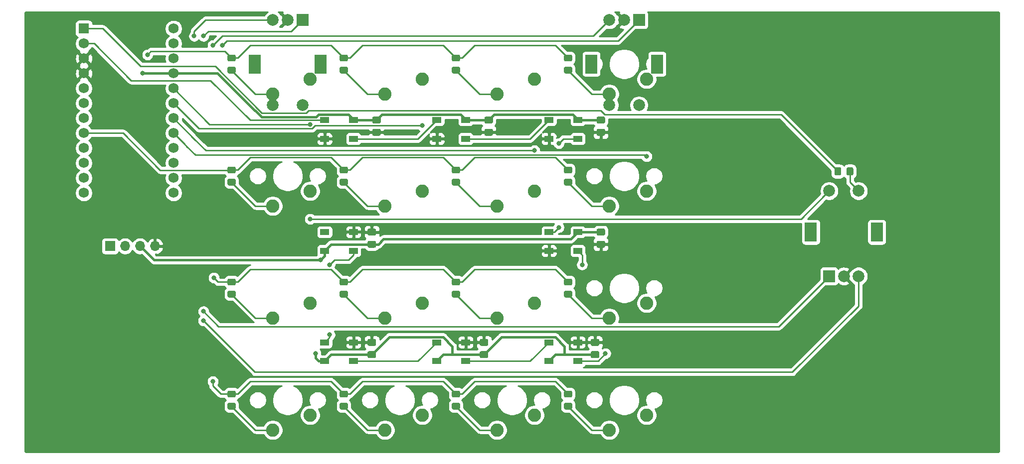
<source format=gbr>
%TF.GenerationSoftware,KiCad,Pcbnew,(5.1.9)-1*%
%TF.CreationDate,2021-03-11T10:21:24+08:00*%
%TF.ProjectId,Retrograde Pad,52657472-6f67-4726-9164-65205061642e,rev?*%
%TF.SameCoordinates,Original*%
%TF.FileFunction,Copper,L2,Bot*%
%TF.FilePolarity,Positive*%
%FSLAX46Y46*%
G04 Gerber Fmt 4.6, Leading zero omitted, Abs format (unit mm)*
G04 Created by KiCad (PCBNEW (5.1.9)-1) date 2021-03-11 10:21:24*
%MOMM*%
%LPD*%
G01*
G04 APERTURE LIST*
%TA.AperFunction,ComponentPad*%
%ADD10R,2.000000X2.000000*%
%TD*%
%TA.AperFunction,ComponentPad*%
%ADD11C,2.000000*%
%TD*%
%TA.AperFunction,ComponentPad*%
%ADD12R,2.000000X3.200000*%
%TD*%
%TA.AperFunction,SMDPad,CuDef*%
%ADD13R,1.500000X1.000000*%
%TD*%
%TA.AperFunction,ComponentPad*%
%ADD14R,1.752600X1.752600*%
%TD*%
%TA.AperFunction,ComponentPad*%
%ADD15C,1.752600*%
%TD*%
%TA.AperFunction,ComponentPad*%
%ADD16R,1.700000X1.700000*%
%TD*%
%TA.AperFunction,ComponentPad*%
%ADD17O,1.700000X1.700000*%
%TD*%
%TA.AperFunction,ComponentPad*%
%ADD18C,2.250000*%
%TD*%
%TA.AperFunction,ViaPad*%
%ADD19C,0.800000*%
%TD*%
%TA.AperFunction,Conductor*%
%ADD20C,0.381000*%
%TD*%
%TA.AperFunction,Conductor*%
%ADD21C,0.250000*%
%TD*%
%TA.AperFunction,Conductor*%
%ADD22C,0.254000*%
%TD*%
%TA.AperFunction,Conductor*%
%ADD23C,0.100000*%
%TD*%
G04 APERTURE END LIST*
D10*
%TO.P,SW2,A*%
%TO.N,ENC1-0*%
X96162500Y-54412500D03*
D11*
%TO.P,SW2,C*%
%TO.N,GND*%
X93662500Y-54412500D03*
%TO.P,SW2,B*%
%TO.N,ENC1-1*%
X91162500Y-54412500D03*
D12*
%TO.P,SW2,MP*%
%TO.N,N/C*%
X99262500Y-61912500D03*
X88062500Y-61912500D03*
D11*
%TO.P,SW2,S2*%
%TO.N,C0*%
X96162500Y-68912500D03*
%TO.P,SW2,S1*%
%TO.N,Net-(D2-Pad2)*%
X91162500Y-68912500D03*
%TD*%
%TO.P,SW3,S1*%
%TO.N,Net-(D14-Pad2)*%
X148312500Y-68912500D03*
%TO.P,SW3,S2*%
%TO.N,C3*%
X153312500Y-68912500D03*
D12*
%TO.P,SW3,MP*%
%TO.N,N/C*%
X145212500Y-61912500D03*
X156412500Y-61912500D03*
D11*
%TO.P,SW3,B*%
%TO.N,ENC2-1*%
X148312500Y-54412500D03*
%TO.P,SW3,C*%
%TO.N,GND*%
X150812500Y-54412500D03*
D10*
%TO.P,SW3,A*%
%TO.N,ENC2-0*%
X153312500Y-54412500D03*
%TD*%
D11*
%TO.P,SW1,S1*%
%TO.N,Net-(D1-Pad2)*%
X190618750Y-83487500D03*
%TO.P,SW1,S2*%
%TO.N,C0*%
X185618750Y-83487500D03*
D12*
%TO.P,SW1,MP*%
%TO.N,N/C*%
X193718750Y-90487500D03*
X182518750Y-90487500D03*
D11*
%TO.P,SW1,B*%
%TO.N,ENC0-1*%
X190618750Y-97987500D03*
%TO.P,SW1,C*%
%TO.N,GND*%
X188118750Y-97987500D03*
D10*
%TO.P,SW1,A*%
%TO.N,ENC0-0*%
X185618750Y-97987500D03*
%TD*%
%TO.P,C1,2*%
%TO.N,+5V*%
%TA.AperFunction,SMDPad,CuDef*%
G36*
G01*
X109218750Y-72025000D02*
X108268750Y-72025000D01*
G75*
G02*
X108018750Y-71775000I0J250000D01*
G01*
X108018750Y-71100000D01*
G75*
G02*
X108268750Y-70850000I250000J0D01*
G01*
X109218750Y-70850000D01*
G75*
G02*
X109468750Y-71100000I0J-250000D01*
G01*
X109468750Y-71775000D01*
G75*
G02*
X109218750Y-72025000I-250000J0D01*
G01*
G37*
%TD.AperFunction*%
%TO.P,C1,1*%
%TO.N,GND*%
%TA.AperFunction,SMDPad,CuDef*%
G36*
G01*
X109218750Y-74100000D02*
X108268750Y-74100000D01*
G75*
G02*
X108018750Y-73850000I0J250000D01*
G01*
X108018750Y-73175000D01*
G75*
G02*
X108268750Y-72925000I250000J0D01*
G01*
X109218750Y-72925000D01*
G75*
G02*
X109468750Y-73175000I0J-250000D01*
G01*
X109468750Y-73850000D01*
G75*
G02*
X109218750Y-74100000I-250000J0D01*
G01*
G37*
%TD.AperFunction*%
%TD*%
%TO.P,C2,2*%
%TO.N,+5V*%
%TA.AperFunction,SMDPad,CuDef*%
G36*
G01*
X145384500Y-110739250D02*
X146334500Y-110739250D01*
G75*
G02*
X146584500Y-110989250I0J-250000D01*
G01*
X146584500Y-111664250D01*
G75*
G02*
X146334500Y-111914250I-250000J0D01*
G01*
X145384500Y-111914250D01*
G75*
G02*
X145134500Y-111664250I0J250000D01*
G01*
X145134500Y-110989250D01*
G75*
G02*
X145384500Y-110739250I250000J0D01*
G01*
G37*
%TD.AperFunction*%
%TO.P,C2,1*%
%TO.N,GND*%
%TA.AperFunction,SMDPad,CuDef*%
G36*
G01*
X145384500Y-108664250D02*
X146334500Y-108664250D01*
G75*
G02*
X146584500Y-108914250I0J-250000D01*
G01*
X146584500Y-109589250D01*
G75*
G02*
X146334500Y-109839250I-250000J0D01*
G01*
X145384500Y-109839250D01*
G75*
G02*
X145134500Y-109589250I0J250000D01*
G01*
X145134500Y-108914250D01*
G75*
G02*
X145384500Y-108664250I250000J0D01*
G01*
G37*
%TD.AperFunction*%
%TD*%
%TO.P,C3,1*%
%TO.N,GND*%
%TA.AperFunction,SMDPad,CuDef*%
G36*
G01*
X128268750Y-74100000D02*
X127318750Y-74100000D01*
G75*
G02*
X127068750Y-73850000I0J250000D01*
G01*
X127068750Y-73175000D01*
G75*
G02*
X127318750Y-72925000I250000J0D01*
G01*
X128268750Y-72925000D01*
G75*
G02*
X128518750Y-73175000I0J-250000D01*
G01*
X128518750Y-73850000D01*
G75*
G02*
X128268750Y-74100000I-250000J0D01*
G01*
G37*
%TD.AperFunction*%
%TO.P,C3,2*%
%TO.N,+5V*%
%TA.AperFunction,SMDPad,CuDef*%
G36*
G01*
X128268750Y-72025000D02*
X127318750Y-72025000D01*
G75*
G02*
X127068750Y-71775000I0J250000D01*
G01*
X127068750Y-71100000D01*
G75*
G02*
X127318750Y-70850000I250000J0D01*
G01*
X128268750Y-70850000D01*
G75*
G02*
X128518750Y-71100000I0J-250000D01*
G01*
X128518750Y-71775000D01*
G75*
G02*
X128268750Y-72025000I-250000J0D01*
G01*
G37*
%TD.AperFunction*%
%TD*%
%TO.P,C4,1*%
%TO.N,GND*%
%TA.AperFunction,SMDPad,CuDef*%
G36*
G01*
X126525000Y-108664250D02*
X127475000Y-108664250D01*
G75*
G02*
X127725000Y-108914250I0J-250000D01*
G01*
X127725000Y-109589250D01*
G75*
G02*
X127475000Y-109839250I-250000J0D01*
G01*
X126525000Y-109839250D01*
G75*
G02*
X126275000Y-109589250I0J250000D01*
G01*
X126275000Y-108914250D01*
G75*
G02*
X126525000Y-108664250I250000J0D01*
G01*
G37*
%TD.AperFunction*%
%TO.P,C4,2*%
%TO.N,+5V*%
%TA.AperFunction,SMDPad,CuDef*%
G36*
G01*
X126525000Y-110739250D02*
X127475000Y-110739250D01*
G75*
G02*
X127725000Y-110989250I0J-250000D01*
G01*
X127725000Y-111664250D01*
G75*
G02*
X127475000Y-111914250I-250000J0D01*
G01*
X126525000Y-111914250D01*
G75*
G02*
X126275000Y-111664250I0J250000D01*
G01*
X126275000Y-110989250D01*
G75*
G02*
X126525000Y-110739250I250000J0D01*
G01*
G37*
%TD.AperFunction*%
%TD*%
%TO.P,C5,2*%
%TO.N,+5V*%
%TA.AperFunction,SMDPad,CuDef*%
G36*
G01*
X147318750Y-72025000D02*
X146368750Y-72025000D01*
G75*
G02*
X146118750Y-71775000I0J250000D01*
G01*
X146118750Y-71100000D01*
G75*
G02*
X146368750Y-70850000I250000J0D01*
G01*
X147318750Y-70850000D01*
G75*
G02*
X147568750Y-71100000I0J-250000D01*
G01*
X147568750Y-71775000D01*
G75*
G02*
X147318750Y-72025000I-250000J0D01*
G01*
G37*
%TD.AperFunction*%
%TO.P,C5,1*%
%TO.N,GND*%
%TA.AperFunction,SMDPad,CuDef*%
G36*
G01*
X147318750Y-74100000D02*
X146368750Y-74100000D01*
G75*
G02*
X146118750Y-73850000I0J250000D01*
G01*
X146118750Y-73175000D01*
G75*
G02*
X146368750Y-72925000I250000J0D01*
G01*
X147318750Y-72925000D01*
G75*
G02*
X147568750Y-73175000I0J-250000D01*
G01*
X147568750Y-73850000D01*
G75*
G02*
X147318750Y-74100000I-250000J0D01*
G01*
G37*
%TD.AperFunction*%
%TD*%
%TO.P,C6,2*%
%TO.N,+5V*%
%TA.AperFunction,SMDPad,CuDef*%
G36*
G01*
X107475000Y-110739250D02*
X108425000Y-110739250D01*
G75*
G02*
X108675000Y-110989250I0J-250000D01*
G01*
X108675000Y-111664250D01*
G75*
G02*
X108425000Y-111914250I-250000J0D01*
G01*
X107475000Y-111914250D01*
G75*
G02*
X107225000Y-111664250I0J250000D01*
G01*
X107225000Y-110989250D01*
G75*
G02*
X107475000Y-110739250I250000J0D01*
G01*
G37*
%TD.AperFunction*%
%TO.P,C6,1*%
%TO.N,GND*%
%TA.AperFunction,SMDPad,CuDef*%
G36*
G01*
X107475000Y-108664250D02*
X108425000Y-108664250D01*
G75*
G02*
X108675000Y-108914250I0J-250000D01*
G01*
X108675000Y-109589250D01*
G75*
G02*
X108425000Y-109839250I-250000J0D01*
G01*
X107475000Y-109839250D01*
G75*
G02*
X107225000Y-109589250I0J250000D01*
G01*
X107225000Y-108914250D01*
G75*
G02*
X107475000Y-108664250I250000J0D01*
G01*
G37*
%TD.AperFunction*%
%TD*%
%TO.P,C7,1*%
%TO.N,GND*%
%TA.AperFunction,SMDPad,CuDef*%
G36*
G01*
X147318750Y-93150000D02*
X146368750Y-93150000D01*
G75*
G02*
X146118750Y-92900000I0J250000D01*
G01*
X146118750Y-92225000D01*
G75*
G02*
X146368750Y-91975000I250000J0D01*
G01*
X147318750Y-91975000D01*
G75*
G02*
X147568750Y-92225000I0J-250000D01*
G01*
X147568750Y-92900000D01*
G75*
G02*
X147318750Y-93150000I-250000J0D01*
G01*
G37*
%TD.AperFunction*%
%TO.P,C7,2*%
%TO.N,+5V*%
%TA.AperFunction,SMDPad,CuDef*%
G36*
G01*
X147318750Y-91075000D02*
X146368750Y-91075000D01*
G75*
G02*
X146118750Y-90825000I0J250000D01*
G01*
X146118750Y-90150000D01*
G75*
G02*
X146368750Y-89900000I250000J0D01*
G01*
X147318750Y-89900000D01*
G75*
G02*
X147568750Y-90150000I0J-250000D01*
G01*
X147568750Y-90825000D01*
G75*
G02*
X147318750Y-91075000I-250000J0D01*
G01*
G37*
%TD.AperFunction*%
%TD*%
%TO.P,C8,1*%
%TO.N,GND*%
%TA.AperFunction,SMDPad,CuDef*%
G36*
G01*
X107475000Y-89900000D02*
X108425000Y-89900000D01*
G75*
G02*
X108675000Y-90150000I0J-250000D01*
G01*
X108675000Y-90825000D01*
G75*
G02*
X108425000Y-91075000I-250000J0D01*
G01*
X107475000Y-91075000D01*
G75*
G02*
X107225000Y-90825000I0J250000D01*
G01*
X107225000Y-90150000D01*
G75*
G02*
X107475000Y-89900000I250000J0D01*
G01*
G37*
%TD.AperFunction*%
%TO.P,C8,2*%
%TO.N,+5V*%
%TA.AperFunction,SMDPad,CuDef*%
G36*
G01*
X107475000Y-91975000D02*
X108425000Y-91975000D01*
G75*
G02*
X108675000Y-92225000I0J-250000D01*
G01*
X108675000Y-92900000D01*
G75*
G02*
X108425000Y-93150000I-250000J0D01*
G01*
X107475000Y-93150000D01*
G75*
G02*
X107225000Y-92900000I0J250000D01*
G01*
X107225000Y-92225000D01*
G75*
G02*
X107475000Y-91975000I250000J0D01*
G01*
G37*
%TD.AperFunction*%
%TD*%
D13*
%TO.P,D18,1*%
%TO.N,+5V*%
X104843750Y-71425000D03*
%TO.P,D18,2*%
%TO.N,Net-(D18-Pad2)*%
X104843750Y-74625000D03*
%TO.P,D18,4*%
%TO.N,RGB*%
X99943750Y-71425000D03*
%TO.P,D18,3*%
%TO.N,GND*%
X99943750Y-74625000D03*
%TD*%
%TO.P,D19,1*%
%TO.N,+5V*%
X138043750Y-112439250D03*
%TO.P,D19,2*%
%TO.N,Net-(D19-Pad2)*%
X138043750Y-109239250D03*
%TO.P,D19,4*%
%TO.N,Net-(D19-Pad4)*%
X142943750Y-112439250D03*
%TO.P,D19,3*%
%TO.N,GND*%
X142943750Y-109239250D03*
%TD*%
%TO.P,D20,3*%
%TO.N,GND*%
X118993750Y-74625000D03*
%TO.P,D20,4*%
%TO.N,Net-(D18-Pad2)*%
X118993750Y-71425000D03*
%TO.P,D20,2*%
%TO.N,Net-(D20-Pad2)*%
X123893750Y-74625000D03*
%TO.P,D20,1*%
%TO.N,+5V*%
X123893750Y-71425000D03*
%TD*%
%TO.P,D21,3*%
%TO.N,GND*%
X123893750Y-109239250D03*
%TO.P,D21,4*%
%TO.N,Net-(D19-Pad2)*%
X123893750Y-112439250D03*
%TO.P,D21,2*%
%TO.N,Net-(D21-Pad2)*%
X118993750Y-109239250D03*
%TO.P,D21,1*%
%TO.N,+5V*%
X118993750Y-112439250D03*
%TD*%
%TO.P,D22,1*%
%TO.N,+5V*%
X142943750Y-71425000D03*
%TO.P,D22,2*%
%TO.N,Net-(D22-Pad2)*%
X142943750Y-74625000D03*
%TO.P,D22,4*%
%TO.N,Net-(D20-Pad2)*%
X138043750Y-71425000D03*
%TO.P,D22,3*%
%TO.N,GND*%
X138043750Y-74625000D03*
%TD*%
%TO.P,D23,1*%
%TO.N,+5V*%
X99943750Y-112439250D03*
%TO.P,D23,2*%
%TO.N,Net-(D23-Pad2)*%
X99943750Y-109239250D03*
%TO.P,D23,4*%
%TO.N,Net-(D21-Pad2)*%
X104843750Y-112439250D03*
%TO.P,D23,3*%
%TO.N,GND*%
X104843750Y-109239250D03*
%TD*%
%TO.P,D24,3*%
%TO.N,GND*%
X138043750Y-93675000D03*
%TO.P,D24,4*%
%TO.N,Net-(D22-Pad2)*%
X138043750Y-90475000D03*
%TO.P,D24,2*%
%TO.N,Net-(D19-Pad4)*%
X142943750Y-93675000D03*
%TO.P,D24,1*%
%TO.N,+5V*%
X142943750Y-90475000D03*
%TD*%
%TO.P,D25,3*%
%TO.N,GND*%
X104843750Y-90475000D03*
%TO.P,D25,4*%
%TO.N,Net-(D23-Pad2)*%
X104843750Y-93675000D03*
%TO.P,D25,2*%
%TO.N,Net-(D25-Pad2)*%
X99943750Y-90475000D03*
%TO.P,D25,1*%
%TO.N,+5V*%
X99943750Y-93675000D03*
%TD*%
D14*
%TO.P,U1,1*%
%TO.N,R0*%
X59055000Y-55880000D03*
D15*
%TO.P,U1,2*%
%TO.N,RGB*%
X59055000Y-58420000D03*
%TO.P,U1,3*%
%TO.N,GND*%
X59055000Y-60960000D03*
%TO.P,U1,4*%
X59055000Y-63500000D03*
%TO.P,U1,5*%
%TO.N,SDA*%
X59055000Y-66040000D03*
%TO.P,U1,6*%
%TO.N,SCL*%
X59055000Y-68580000D03*
%TO.P,U1,7*%
%TO.N,R1*%
X59055000Y-71120000D03*
%TO.P,U1,8*%
%TO.N,R2*%
X59055000Y-73660000D03*
%TO.P,U1,9*%
%TO.N,R3*%
X59055000Y-76200000D03*
%TO.P,U1,10*%
%TO.N,R4*%
X59055000Y-78740000D03*
%TO.P,U1,11*%
%TO.N,ENC0-0*%
X59055000Y-81280000D03*
%TO.P,U1,13*%
%TO.N,ENC2-0*%
X74295000Y-83820000D03*
%TO.P,U1,14*%
%TO.N,ENC2-1*%
X74295000Y-81280000D03*
%TO.P,U1,15*%
%TO.N,ENC1-0*%
X74295000Y-78740000D03*
%TO.P,U1,16*%
%TO.N,ENC1-1*%
X74295000Y-76200000D03*
%TO.P,U1,17*%
%TO.N,C3*%
X74295000Y-73660000D03*
%TO.P,U1,18*%
%TO.N,C2*%
X74295000Y-71120000D03*
%TO.P,U1,19*%
%TO.N,C1*%
X74295000Y-68580000D03*
%TO.P,U1,20*%
%TO.N,C0*%
X74295000Y-66040000D03*
%TO.P,U1,21*%
%TO.N,+5V*%
X74295000Y-63500000D03*
%TO.P,U1,22*%
%TO.N,Net-(U1-Pad22)*%
X74295000Y-60960000D03*
%TO.P,U1,23*%
%TO.N,Net-(U1-Pad23)*%
X74295000Y-58420000D03*
%TO.P,U1,12*%
%TO.N,ENC0-1*%
X59055000Y-83820000D03*
%TO.P,U1,24*%
%TO.N,Net-(U1-Pad24)*%
X74295000Y-55880000D03*
%TD*%
D16*
%TO.P,J-OLED1,1*%
%TO.N,SDA*%
X63500000Y-92868750D03*
D17*
%TO.P,J-OLED1,2*%
%TO.N,SCL*%
X66040000Y-92868750D03*
%TO.P,J-OLED1,3*%
%TO.N,+5V*%
X68580000Y-92868750D03*
%TO.P,J-OLED1,4*%
%TO.N,GND*%
X71120000Y-92868750D03*
%TD*%
%TO.P,D1,2*%
%TO.N,Net-(D1-Pad2)*%
%TA.AperFunction,SMDPad,CuDef*%
G36*
G01*
X188568750Y-80618751D02*
X188568750Y-79718749D01*
G75*
G02*
X188818749Y-79468750I249999J0D01*
G01*
X189468751Y-79468750D01*
G75*
G02*
X189718750Y-79718749I0J-249999D01*
G01*
X189718750Y-80618751D01*
G75*
G02*
X189468751Y-80868750I-249999J0D01*
G01*
X188818749Y-80868750D01*
G75*
G02*
X188568750Y-80618751I0J249999D01*
G01*
G37*
%TD.AperFunction*%
%TO.P,D1,1*%
%TO.N,R0*%
%TA.AperFunction,SMDPad,CuDef*%
G36*
G01*
X186518750Y-80618751D02*
X186518750Y-79718749D01*
G75*
G02*
X186768749Y-79468750I249999J0D01*
G01*
X187418751Y-79468750D01*
G75*
G02*
X187668750Y-79718749I0J-249999D01*
G01*
X187668750Y-80618751D01*
G75*
G02*
X187418751Y-80868750I-249999J0D01*
G01*
X186768749Y-80868750D01*
G75*
G02*
X186518750Y-80618751I0J249999D01*
G01*
G37*
%TD.AperFunction*%
%TD*%
%TO.P,D2,1*%
%TO.N,R1*%
%TA.AperFunction,SMDPad,CuDef*%
G36*
G01*
X83687499Y-60312500D02*
X84587501Y-60312500D01*
G75*
G02*
X84837500Y-60562499I0J-249999D01*
G01*
X84837500Y-61212501D01*
G75*
G02*
X84587501Y-61462500I-249999J0D01*
G01*
X83687499Y-61462500D01*
G75*
G02*
X83437500Y-61212501I0J249999D01*
G01*
X83437500Y-60562499D01*
G75*
G02*
X83687499Y-60312500I249999J0D01*
G01*
G37*
%TD.AperFunction*%
%TO.P,D2,2*%
%TO.N,Net-(D2-Pad2)*%
%TA.AperFunction,SMDPad,CuDef*%
G36*
G01*
X83687499Y-62362500D02*
X84587501Y-62362500D01*
G75*
G02*
X84837500Y-62612499I0J-249999D01*
G01*
X84837500Y-63262501D01*
G75*
G02*
X84587501Y-63512500I-249999J0D01*
G01*
X83687499Y-63512500D01*
G75*
G02*
X83437500Y-63262501I0J249999D01*
G01*
X83437500Y-62612499D01*
G75*
G02*
X83687499Y-62362500I249999J0D01*
G01*
G37*
%TD.AperFunction*%
%TD*%
%TO.P,D3,1*%
%TO.N,R2*%
%TA.AperFunction,SMDPad,CuDef*%
G36*
G01*
X83687499Y-79362500D02*
X84587501Y-79362500D01*
G75*
G02*
X84837500Y-79612499I0J-249999D01*
G01*
X84837500Y-80262501D01*
G75*
G02*
X84587501Y-80512500I-249999J0D01*
G01*
X83687499Y-80512500D01*
G75*
G02*
X83437500Y-80262501I0J249999D01*
G01*
X83437500Y-79612499D01*
G75*
G02*
X83687499Y-79362500I249999J0D01*
G01*
G37*
%TD.AperFunction*%
%TO.P,D3,2*%
%TO.N,Net-(D3-Pad2)*%
%TA.AperFunction,SMDPad,CuDef*%
G36*
G01*
X83687499Y-81412500D02*
X84587501Y-81412500D01*
G75*
G02*
X84837500Y-81662499I0J-249999D01*
G01*
X84837500Y-82312501D01*
G75*
G02*
X84587501Y-82562500I-249999J0D01*
G01*
X83687499Y-82562500D01*
G75*
G02*
X83437500Y-82312501I0J249999D01*
G01*
X83437500Y-81662499D01*
G75*
G02*
X83687499Y-81412500I249999J0D01*
G01*
G37*
%TD.AperFunction*%
%TD*%
%TO.P,D4,2*%
%TO.N,Net-(D4-Pad2)*%
%TA.AperFunction,SMDPad,CuDef*%
G36*
G01*
X83687499Y-100462500D02*
X84587501Y-100462500D01*
G75*
G02*
X84837500Y-100712499I0J-249999D01*
G01*
X84837500Y-101362501D01*
G75*
G02*
X84587501Y-101612500I-249999J0D01*
G01*
X83687499Y-101612500D01*
G75*
G02*
X83437500Y-101362501I0J249999D01*
G01*
X83437500Y-100712499D01*
G75*
G02*
X83687499Y-100462500I249999J0D01*
G01*
G37*
%TD.AperFunction*%
%TO.P,D4,1*%
%TO.N,R3*%
%TA.AperFunction,SMDPad,CuDef*%
G36*
G01*
X83687499Y-98412500D02*
X84587501Y-98412500D01*
G75*
G02*
X84837500Y-98662499I0J-249999D01*
G01*
X84837500Y-99312501D01*
G75*
G02*
X84587501Y-99562500I-249999J0D01*
G01*
X83687499Y-99562500D01*
G75*
G02*
X83437500Y-99312501I0J249999D01*
G01*
X83437500Y-98662499D01*
G75*
G02*
X83687499Y-98412500I249999J0D01*
G01*
G37*
%TD.AperFunction*%
%TD*%
%TO.P,D5,2*%
%TO.N,Net-(D5-Pad2)*%
%TA.AperFunction,SMDPad,CuDef*%
G36*
G01*
X83687499Y-119512500D02*
X84587501Y-119512500D01*
G75*
G02*
X84837500Y-119762499I0J-249999D01*
G01*
X84837500Y-120412501D01*
G75*
G02*
X84587501Y-120662500I-249999J0D01*
G01*
X83687499Y-120662500D01*
G75*
G02*
X83437500Y-120412501I0J249999D01*
G01*
X83437500Y-119762499D01*
G75*
G02*
X83687499Y-119512500I249999J0D01*
G01*
G37*
%TD.AperFunction*%
%TO.P,D5,1*%
%TO.N,R4*%
%TA.AperFunction,SMDPad,CuDef*%
G36*
G01*
X83687499Y-117462500D02*
X84587501Y-117462500D01*
G75*
G02*
X84837500Y-117712499I0J-249999D01*
G01*
X84837500Y-118362501D01*
G75*
G02*
X84587501Y-118612500I-249999J0D01*
G01*
X83687499Y-118612500D01*
G75*
G02*
X83437500Y-118362501I0J249999D01*
G01*
X83437500Y-117712499D01*
G75*
G02*
X83687499Y-117462500I249999J0D01*
G01*
G37*
%TD.AperFunction*%
%TD*%
%TO.P,D6,2*%
%TO.N,Net-(D6-Pad2)*%
%TA.AperFunction,SMDPad,CuDef*%
G36*
G01*
X102737499Y-62362500D02*
X103637501Y-62362500D01*
G75*
G02*
X103887500Y-62612499I0J-249999D01*
G01*
X103887500Y-63262501D01*
G75*
G02*
X103637501Y-63512500I-249999J0D01*
G01*
X102737499Y-63512500D01*
G75*
G02*
X102487500Y-63262501I0J249999D01*
G01*
X102487500Y-62612499D01*
G75*
G02*
X102737499Y-62362500I249999J0D01*
G01*
G37*
%TD.AperFunction*%
%TO.P,D6,1*%
%TO.N,R1*%
%TA.AperFunction,SMDPad,CuDef*%
G36*
G01*
X102737499Y-60312500D02*
X103637501Y-60312500D01*
G75*
G02*
X103887500Y-60562499I0J-249999D01*
G01*
X103887500Y-61212501D01*
G75*
G02*
X103637501Y-61462500I-249999J0D01*
G01*
X102737499Y-61462500D01*
G75*
G02*
X102487500Y-61212501I0J249999D01*
G01*
X102487500Y-60562499D01*
G75*
G02*
X102737499Y-60312500I249999J0D01*
G01*
G37*
%TD.AperFunction*%
%TD*%
%TO.P,D7,1*%
%TO.N,R2*%
%TA.AperFunction,SMDPad,CuDef*%
G36*
G01*
X102737499Y-79362500D02*
X103637501Y-79362500D01*
G75*
G02*
X103887500Y-79612499I0J-249999D01*
G01*
X103887500Y-80262501D01*
G75*
G02*
X103637501Y-80512500I-249999J0D01*
G01*
X102737499Y-80512500D01*
G75*
G02*
X102487500Y-80262501I0J249999D01*
G01*
X102487500Y-79612499D01*
G75*
G02*
X102737499Y-79362500I249999J0D01*
G01*
G37*
%TD.AperFunction*%
%TO.P,D7,2*%
%TO.N,Net-(D7-Pad2)*%
%TA.AperFunction,SMDPad,CuDef*%
G36*
G01*
X102737499Y-81412500D02*
X103637501Y-81412500D01*
G75*
G02*
X103887500Y-81662499I0J-249999D01*
G01*
X103887500Y-82312501D01*
G75*
G02*
X103637501Y-82562500I-249999J0D01*
G01*
X102737499Y-82562500D01*
G75*
G02*
X102487500Y-82312501I0J249999D01*
G01*
X102487500Y-81662499D01*
G75*
G02*
X102737499Y-81412500I249999J0D01*
G01*
G37*
%TD.AperFunction*%
%TD*%
%TO.P,D8,1*%
%TO.N,R3*%
%TA.AperFunction,SMDPad,CuDef*%
G36*
G01*
X102737499Y-98412500D02*
X103637501Y-98412500D01*
G75*
G02*
X103887500Y-98662499I0J-249999D01*
G01*
X103887500Y-99312501D01*
G75*
G02*
X103637501Y-99562500I-249999J0D01*
G01*
X102737499Y-99562500D01*
G75*
G02*
X102487500Y-99312501I0J249999D01*
G01*
X102487500Y-98662499D01*
G75*
G02*
X102737499Y-98412500I249999J0D01*
G01*
G37*
%TD.AperFunction*%
%TO.P,D8,2*%
%TO.N,Net-(D8-Pad2)*%
%TA.AperFunction,SMDPad,CuDef*%
G36*
G01*
X102737499Y-100462500D02*
X103637501Y-100462500D01*
G75*
G02*
X103887500Y-100712499I0J-249999D01*
G01*
X103887500Y-101362501D01*
G75*
G02*
X103637501Y-101612500I-249999J0D01*
G01*
X102737499Y-101612500D01*
G75*
G02*
X102487500Y-101362501I0J249999D01*
G01*
X102487500Y-100712499D01*
G75*
G02*
X102737499Y-100462500I249999J0D01*
G01*
G37*
%TD.AperFunction*%
%TD*%
%TO.P,D9,1*%
%TO.N,R4*%
%TA.AperFunction,SMDPad,CuDef*%
G36*
G01*
X102737499Y-117462500D02*
X103637501Y-117462500D01*
G75*
G02*
X103887500Y-117712499I0J-249999D01*
G01*
X103887500Y-118362501D01*
G75*
G02*
X103637501Y-118612500I-249999J0D01*
G01*
X102737499Y-118612500D01*
G75*
G02*
X102487500Y-118362501I0J249999D01*
G01*
X102487500Y-117712499D01*
G75*
G02*
X102737499Y-117462500I249999J0D01*
G01*
G37*
%TD.AperFunction*%
%TO.P,D9,2*%
%TO.N,Net-(D9-Pad2)*%
%TA.AperFunction,SMDPad,CuDef*%
G36*
G01*
X102737499Y-119512500D02*
X103637501Y-119512500D01*
G75*
G02*
X103887500Y-119762499I0J-249999D01*
G01*
X103887500Y-120412501D01*
G75*
G02*
X103637501Y-120662500I-249999J0D01*
G01*
X102737499Y-120662500D01*
G75*
G02*
X102487500Y-120412501I0J249999D01*
G01*
X102487500Y-119762499D01*
G75*
G02*
X102737499Y-119512500I249999J0D01*
G01*
G37*
%TD.AperFunction*%
%TD*%
%TO.P,D10,1*%
%TO.N,R1*%
%TA.AperFunction,SMDPad,CuDef*%
G36*
G01*
X121787499Y-60312500D02*
X122687501Y-60312500D01*
G75*
G02*
X122937500Y-60562499I0J-249999D01*
G01*
X122937500Y-61212501D01*
G75*
G02*
X122687501Y-61462500I-249999J0D01*
G01*
X121787499Y-61462500D01*
G75*
G02*
X121537500Y-61212501I0J249999D01*
G01*
X121537500Y-60562499D01*
G75*
G02*
X121787499Y-60312500I249999J0D01*
G01*
G37*
%TD.AperFunction*%
%TO.P,D10,2*%
%TO.N,Net-(D10-Pad2)*%
%TA.AperFunction,SMDPad,CuDef*%
G36*
G01*
X121787499Y-62362500D02*
X122687501Y-62362500D01*
G75*
G02*
X122937500Y-62612499I0J-249999D01*
G01*
X122937500Y-63262501D01*
G75*
G02*
X122687501Y-63512500I-249999J0D01*
G01*
X121787499Y-63512500D01*
G75*
G02*
X121537500Y-63262501I0J249999D01*
G01*
X121537500Y-62612499D01*
G75*
G02*
X121787499Y-62362500I249999J0D01*
G01*
G37*
%TD.AperFunction*%
%TD*%
%TO.P,D11,2*%
%TO.N,Net-(D11-Pad2)*%
%TA.AperFunction,SMDPad,CuDef*%
G36*
G01*
X121787499Y-81412500D02*
X122687501Y-81412500D01*
G75*
G02*
X122937500Y-81662499I0J-249999D01*
G01*
X122937500Y-82312501D01*
G75*
G02*
X122687501Y-82562500I-249999J0D01*
G01*
X121787499Y-82562500D01*
G75*
G02*
X121537500Y-82312501I0J249999D01*
G01*
X121537500Y-81662499D01*
G75*
G02*
X121787499Y-81412500I249999J0D01*
G01*
G37*
%TD.AperFunction*%
%TO.P,D11,1*%
%TO.N,R2*%
%TA.AperFunction,SMDPad,CuDef*%
G36*
G01*
X121787499Y-79362500D02*
X122687501Y-79362500D01*
G75*
G02*
X122937500Y-79612499I0J-249999D01*
G01*
X122937500Y-80262501D01*
G75*
G02*
X122687501Y-80512500I-249999J0D01*
G01*
X121787499Y-80512500D01*
G75*
G02*
X121537500Y-80262501I0J249999D01*
G01*
X121537500Y-79612499D01*
G75*
G02*
X121787499Y-79362500I249999J0D01*
G01*
G37*
%TD.AperFunction*%
%TD*%
%TO.P,D12,2*%
%TO.N,Net-(D12-Pad2)*%
%TA.AperFunction,SMDPad,CuDef*%
G36*
G01*
X121787499Y-100462500D02*
X122687501Y-100462500D01*
G75*
G02*
X122937500Y-100712499I0J-249999D01*
G01*
X122937500Y-101362501D01*
G75*
G02*
X122687501Y-101612500I-249999J0D01*
G01*
X121787499Y-101612500D01*
G75*
G02*
X121537500Y-101362501I0J249999D01*
G01*
X121537500Y-100712499D01*
G75*
G02*
X121787499Y-100462500I249999J0D01*
G01*
G37*
%TD.AperFunction*%
%TO.P,D12,1*%
%TO.N,R3*%
%TA.AperFunction,SMDPad,CuDef*%
G36*
G01*
X121787499Y-98412500D02*
X122687501Y-98412500D01*
G75*
G02*
X122937500Y-98662499I0J-249999D01*
G01*
X122937500Y-99312501D01*
G75*
G02*
X122687501Y-99562500I-249999J0D01*
G01*
X121787499Y-99562500D01*
G75*
G02*
X121537500Y-99312501I0J249999D01*
G01*
X121537500Y-98662499D01*
G75*
G02*
X121787499Y-98412500I249999J0D01*
G01*
G37*
%TD.AperFunction*%
%TD*%
%TO.P,D13,1*%
%TO.N,R4*%
%TA.AperFunction,SMDPad,CuDef*%
G36*
G01*
X121787499Y-117462500D02*
X122687501Y-117462500D01*
G75*
G02*
X122937500Y-117712499I0J-249999D01*
G01*
X122937500Y-118362501D01*
G75*
G02*
X122687501Y-118612500I-249999J0D01*
G01*
X121787499Y-118612500D01*
G75*
G02*
X121537500Y-118362501I0J249999D01*
G01*
X121537500Y-117712499D01*
G75*
G02*
X121787499Y-117462500I249999J0D01*
G01*
G37*
%TD.AperFunction*%
%TO.P,D13,2*%
%TO.N,Net-(D13-Pad2)*%
%TA.AperFunction,SMDPad,CuDef*%
G36*
G01*
X121787499Y-119512500D02*
X122687501Y-119512500D01*
G75*
G02*
X122937500Y-119762499I0J-249999D01*
G01*
X122937500Y-120412501D01*
G75*
G02*
X122687501Y-120662500I-249999J0D01*
G01*
X121787499Y-120662500D01*
G75*
G02*
X121537500Y-120412501I0J249999D01*
G01*
X121537500Y-119762499D01*
G75*
G02*
X121787499Y-119512500I249999J0D01*
G01*
G37*
%TD.AperFunction*%
%TD*%
%TO.P,D14,2*%
%TO.N,Net-(D14-Pad2)*%
%TA.AperFunction,SMDPad,CuDef*%
G36*
G01*
X140837499Y-62362500D02*
X141737501Y-62362500D01*
G75*
G02*
X141987500Y-62612499I0J-249999D01*
G01*
X141987500Y-63262501D01*
G75*
G02*
X141737501Y-63512500I-249999J0D01*
G01*
X140837499Y-63512500D01*
G75*
G02*
X140587500Y-63262501I0J249999D01*
G01*
X140587500Y-62612499D01*
G75*
G02*
X140837499Y-62362500I249999J0D01*
G01*
G37*
%TD.AperFunction*%
%TO.P,D14,1*%
%TO.N,R1*%
%TA.AperFunction,SMDPad,CuDef*%
G36*
G01*
X140837499Y-60312500D02*
X141737501Y-60312500D01*
G75*
G02*
X141987500Y-60562499I0J-249999D01*
G01*
X141987500Y-61212501D01*
G75*
G02*
X141737501Y-61462500I-249999J0D01*
G01*
X140837499Y-61462500D01*
G75*
G02*
X140587500Y-61212501I0J249999D01*
G01*
X140587500Y-60562499D01*
G75*
G02*
X140837499Y-60312500I249999J0D01*
G01*
G37*
%TD.AperFunction*%
%TD*%
%TO.P,D15,1*%
%TO.N,R2*%
%TA.AperFunction,SMDPad,CuDef*%
G36*
G01*
X140837499Y-79362500D02*
X141737501Y-79362500D01*
G75*
G02*
X141987500Y-79612499I0J-249999D01*
G01*
X141987500Y-80262501D01*
G75*
G02*
X141737501Y-80512500I-249999J0D01*
G01*
X140837499Y-80512500D01*
G75*
G02*
X140587500Y-80262501I0J249999D01*
G01*
X140587500Y-79612499D01*
G75*
G02*
X140837499Y-79362500I249999J0D01*
G01*
G37*
%TD.AperFunction*%
%TO.P,D15,2*%
%TO.N,Net-(D15-Pad2)*%
%TA.AperFunction,SMDPad,CuDef*%
G36*
G01*
X140837499Y-81412500D02*
X141737501Y-81412500D01*
G75*
G02*
X141987500Y-81662499I0J-249999D01*
G01*
X141987500Y-82312501D01*
G75*
G02*
X141737501Y-82562500I-249999J0D01*
G01*
X140837499Y-82562500D01*
G75*
G02*
X140587500Y-82312501I0J249999D01*
G01*
X140587500Y-81662499D01*
G75*
G02*
X140837499Y-81412500I249999J0D01*
G01*
G37*
%TD.AperFunction*%
%TD*%
%TO.P,D16,1*%
%TO.N,R3*%
%TA.AperFunction,SMDPad,CuDef*%
G36*
G01*
X140837499Y-98412500D02*
X141737501Y-98412500D01*
G75*
G02*
X141987500Y-98662499I0J-249999D01*
G01*
X141987500Y-99312501D01*
G75*
G02*
X141737501Y-99562500I-249999J0D01*
G01*
X140837499Y-99562500D01*
G75*
G02*
X140587500Y-99312501I0J249999D01*
G01*
X140587500Y-98662499D01*
G75*
G02*
X140837499Y-98412500I249999J0D01*
G01*
G37*
%TD.AperFunction*%
%TO.P,D16,2*%
%TO.N,Net-(D16-Pad2)*%
%TA.AperFunction,SMDPad,CuDef*%
G36*
G01*
X140837499Y-100462500D02*
X141737501Y-100462500D01*
G75*
G02*
X141987500Y-100712499I0J-249999D01*
G01*
X141987500Y-101362501D01*
G75*
G02*
X141737501Y-101612500I-249999J0D01*
G01*
X140837499Y-101612500D01*
G75*
G02*
X140587500Y-101362501I0J249999D01*
G01*
X140587500Y-100712499D01*
G75*
G02*
X140837499Y-100462500I249999J0D01*
G01*
G37*
%TD.AperFunction*%
%TD*%
%TO.P,D17,2*%
%TO.N,Net-(D17-Pad2)*%
%TA.AperFunction,SMDPad,CuDef*%
G36*
G01*
X140837499Y-119512500D02*
X141737501Y-119512500D01*
G75*
G02*
X141987500Y-119762499I0J-249999D01*
G01*
X141987500Y-120412501D01*
G75*
G02*
X141737501Y-120662500I-249999J0D01*
G01*
X140837499Y-120662500D01*
G75*
G02*
X140587500Y-120412501I0J249999D01*
G01*
X140587500Y-119762499D01*
G75*
G02*
X140837499Y-119512500I249999J0D01*
G01*
G37*
%TD.AperFunction*%
%TO.P,D17,1*%
%TO.N,R4*%
%TA.AperFunction,SMDPad,CuDef*%
G36*
G01*
X140837499Y-117462500D02*
X141737501Y-117462500D01*
G75*
G02*
X141987500Y-117712499I0J-249999D01*
G01*
X141987500Y-118362501D01*
G75*
G02*
X141737501Y-118612500I-249999J0D01*
G01*
X140837499Y-118612500D01*
G75*
G02*
X140587500Y-118362501I0J249999D01*
G01*
X140587500Y-117712499D01*
G75*
G02*
X140837499Y-117462500I249999J0D01*
G01*
G37*
%TD.AperFunction*%
%TD*%
D18*
%TO.P,MX1,2*%
%TO.N,Net-(D2-Pad2)*%
X91122500Y-66992500D03*
%TO.P,MX1,1*%
%TO.N,C0*%
X97472500Y-64452500D03*
%TD*%
%TO.P,MX2,1*%
%TO.N,C0*%
X97472500Y-83502500D03*
%TO.P,MX2,2*%
%TO.N,Net-(D3-Pad2)*%
X91122500Y-86042500D03*
%TD*%
%TO.P,MX3,2*%
%TO.N,Net-(D4-Pad2)*%
X91122500Y-105092500D03*
%TO.P,MX3,1*%
%TO.N,C0*%
X97472500Y-102552500D03*
%TD*%
%TO.P,MX4,1*%
%TO.N,C0*%
X97472500Y-121602500D03*
%TO.P,MX4,2*%
%TO.N,Net-(D5-Pad2)*%
X91122500Y-124142500D03*
%TD*%
%TO.P,MX5,2*%
%TO.N,Net-(D6-Pad2)*%
X110172500Y-66992500D03*
%TO.P,MX5,1*%
%TO.N,C1*%
X116522500Y-64452500D03*
%TD*%
%TO.P,MX6,1*%
%TO.N,C1*%
X116522500Y-83502500D03*
%TO.P,MX6,2*%
%TO.N,Net-(D7-Pad2)*%
X110172500Y-86042500D03*
%TD*%
%TO.P,MX7,2*%
%TO.N,Net-(D8-Pad2)*%
X110172500Y-105092500D03*
%TO.P,MX7,1*%
%TO.N,C1*%
X116522500Y-102552500D03*
%TD*%
%TO.P,MX8,1*%
%TO.N,C1*%
X116522500Y-121602500D03*
%TO.P,MX8,2*%
%TO.N,Net-(D9-Pad2)*%
X110172500Y-124142500D03*
%TD*%
%TO.P,MX9,2*%
%TO.N,Net-(D10-Pad2)*%
X129222500Y-66992500D03*
%TO.P,MX9,1*%
%TO.N,C2*%
X135572500Y-64452500D03*
%TD*%
%TO.P,MX10,2*%
%TO.N,Net-(D11-Pad2)*%
X129222500Y-86042500D03*
%TO.P,MX10,1*%
%TO.N,C2*%
X135572500Y-83502500D03*
%TD*%
%TO.P,MX11,1*%
%TO.N,C2*%
X135572500Y-102552500D03*
%TO.P,MX11,2*%
%TO.N,Net-(D12-Pad2)*%
X129222500Y-105092500D03*
%TD*%
%TO.P,MX12,2*%
%TO.N,Net-(D13-Pad2)*%
X129222500Y-124142500D03*
%TO.P,MX12,1*%
%TO.N,C2*%
X135572500Y-121602500D03*
%TD*%
%TO.P,MX13,1*%
%TO.N,C3*%
X154622500Y-64452500D03*
%TO.P,MX13,2*%
%TO.N,Net-(D14-Pad2)*%
X148272500Y-66992500D03*
%TD*%
%TO.P,MX14,2*%
%TO.N,Net-(D15-Pad2)*%
X148272500Y-86042500D03*
%TO.P,MX14,1*%
%TO.N,C3*%
X154622500Y-83502500D03*
%TD*%
%TO.P,MX15,1*%
%TO.N,C3*%
X154622500Y-102552500D03*
%TO.P,MX15,2*%
%TO.N,Net-(D16-Pad2)*%
X148272500Y-105092500D03*
%TD*%
%TO.P,MX16,1*%
%TO.N,C3*%
X154622500Y-121602500D03*
%TO.P,MX16,2*%
%TO.N,Net-(D17-Pad2)*%
X148272500Y-124142500D03*
%TD*%
D19*
%TO.N,+5V*%
X99218750Y-95250000D03*
X98425000Y-111125000D03*
X69056250Y-63500000D03*
%TO.N,R1*%
X69850000Y-60325000D03*
%TO.N,R3*%
X81121250Y-98266250D03*
%TO.N,R4*%
X80962500Y-115887500D03*
%TO.N,Net-(D19-Pad4)*%
X147637500Y-111125000D03*
X143668750Y-96043750D03*
%TO.N,Net-(D22-Pad2)*%
X139700000Y-75406250D03*
X139700000Y-89693750D03*
%TO.N,C0*%
X97472500Y-72150000D03*
X97472500Y-88265000D03*
%TO.N,C1*%
X116522500Y-72390000D03*
%TO.N,C2*%
X135572500Y-76612490D03*
%TO.N,C3*%
X154622500Y-77628750D03*
%TO.N,ENC0-1*%
X79375000Y-105568750D03*
%TO.N,ENC0-0*%
X79375000Y-103981250D03*
%TO.N,ENC1-0*%
X79375000Y-57150000D03*
%TO.N,ENC1-1*%
X77787500Y-57150000D03*
%TO.N,ENC2-1*%
X80962500Y-58737500D03*
%TO.N,ENC2-0*%
X82550000Y-58737500D03*
%TO.N,Net-(D23-Pad2)*%
X100806250Y-96043750D03*
X100806250Y-107950000D03*
%TD*%
D20*
%TO.N,+5V*%
X142956250Y-90487500D02*
X142943750Y-90475000D01*
X146843750Y-90487500D02*
X142956250Y-90487500D01*
X104856250Y-71437500D02*
X104843750Y-71425000D01*
X108743750Y-71437500D02*
X104856250Y-71437500D01*
X123906250Y-71437500D02*
X123893750Y-71425000D01*
X127793750Y-71437500D02*
X123906250Y-71437500D01*
X142956250Y-71437500D02*
X142943750Y-71425000D01*
X146843750Y-71437500D02*
X142956250Y-71437500D01*
X142053249Y-70534499D02*
X142943750Y-71425000D01*
X128696751Y-70534499D02*
X142053249Y-70534499D01*
X127793750Y-71437500D02*
X128696751Y-70534499D01*
X123003249Y-70534499D02*
X123893750Y-71425000D01*
X109646751Y-70534499D02*
X123003249Y-70534499D01*
X108743750Y-71437500D02*
X109646751Y-70534499D01*
X101056250Y-111326750D02*
X99943750Y-112439250D01*
X107950000Y-111326750D02*
X101056250Y-111326750D01*
X120106250Y-111326750D02*
X118993750Y-112439250D01*
X139156250Y-111326750D02*
X138043750Y-112439250D01*
X101056250Y-92562500D02*
X99943750Y-93675000D01*
X107950000Y-92562500D02*
X101056250Y-92562500D01*
X121645500Y-109938098D02*
X121645500Y-111326750D01*
X120056151Y-108348749D02*
X121645500Y-109938098D01*
X110928001Y-108348749D02*
X120056151Y-108348749D01*
X121645500Y-111326750D02*
X120106250Y-111326750D01*
X107950000Y-111326750D02*
X110928001Y-108348749D01*
X127000000Y-111326750D02*
X121645500Y-111326750D01*
X140695500Y-109938098D02*
X140695500Y-111326750D01*
X139106151Y-108348749D02*
X140695500Y-109938098D01*
X129978001Y-108348749D02*
X139106151Y-108348749D01*
X127000000Y-111326750D02*
X129978001Y-108348749D01*
X140695500Y-111326750D02*
X139156250Y-111326750D01*
X145859500Y-111326750D02*
X140695500Y-111326750D01*
X109050000Y-92562500D02*
X107950000Y-92562500D01*
X109934375Y-91678125D02*
X109050000Y-92562500D01*
X135334375Y-91678125D02*
X109934375Y-91678125D01*
X141740625Y-91678125D02*
X142943750Y-90475000D01*
X140890625Y-91678125D02*
X141740625Y-91678125D01*
X135334375Y-91678125D02*
X140890625Y-91678125D01*
X140890625Y-91678125D02*
X141684375Y-91678125D01*
X74295000Y-63500000D02*
X81756250Y-63500000D01*
X103953249Y-70534499D02*
X104843750Y-71425000D01*
X98506358Y-70909490D02*
X98881349Y-70534499D01*
X89230450Y-70909490D02*
X98506358Y-70909490D01*
X88170960Y-69850000D02*
X89230450Y-70909490D01*
X98881349Y-70534499D02*
X103953249Y-70534499D01*
X88106250Y-69850000D02*
X88170960Y-69850000D01*
X81756250Y-63500000D02*
X88106250Y-69850000D01*
X99943750Y-94525000D02*
X99218750Y-95250000D01*
X99943750Y-93675000D02*
X99943750Y-94525000D01*
X98425000Y-111125000D02*
X98425000Y-111918750D01*
X98945500Y-112439250D02*
X98425000Y-111918750D01*
X99943750Y-112439250D02*
X98945500Y-112439250D01*
X70961250Y-95250000D02*
X68580000Y-92868750D01*
X99218750Y-95250000D02*
X70961250Y-95250000D01*
X69056250Y-63500000D02*
X74295000Y-63500000D01*
D21*
%TO.N,R0*%
X177449990Y-70524990D02*
X147518740Y-70524990D01*
X187093750Y-80168750D02*
X177449990Y-70524990D01*
X96798501Y-70237501D02*
X89287501Y-70237501D01*
X97186002Y-69850000D02*
X96798501Y-70237501D01*
X146843750Y-69850000D02*
X97186002Y-69850000D01*
X147518740Y-70524990D02*
X146843750Y-69850000D01*
X89287501Y-70237501D02*
X81348699Y-62298699D01*
X62251352Y-55880000D02*
X68670051Y-62298699D01*
X59055000Y-55880000D02*
X62251352Y-55880000D01*
X81348699Y-62298699D02*
X68670051Y-62298699D01*
%TO.N,Net-(D1-Pad2)*%
X189143750Y-82012500D02*
X190618750Y-83487500D01*
X189143750Y-80168750D02*
X189143750Y-82012500D01*
%TO.N,R1*%
X102112500Y-59812500D02*
X103187500Y-60887500D01*
X101037500Y-58737500D02*
X102112500Y-59812500D01*
X87312500Y-58737500D02*
X101037500Y-58737500D01*
X85162500Y-60887500D02*
X87312500Y-58737500D01*
X84137500Y-60887500D02*
X85162500Y-60887500D01*
X120087500Y-58737500D02*
X122237500Y-60887500D01*
X106362500Y-58737500D02*
X120087500Y-58737500D01*
X104212500Y-60887500D02*
X106362500Y-58737500D01*
X103187500Y-60887500D02*
X104212500Y-60887500D01*
X139137500Y-58737500D02*
X141287500Y-60887500D01*
X125412500Y-58737500D02*
X139137500Y-58737500D01*
X123262500Y-60887500D02*
X125412500Y-58737500D01*
X122237500Y-60887500D02*
X123262500Y-60887500D01*
X83008699Y-59758699D02*
X84137500Y-60887500D01*
X70416301Y-59758699D02*
X69850000Y-60325000D01*
X72797551Y-59758699D02*
X70416301Y-59758699D01*
X72797551Y-59758699D02*
X83008699Y-59758699D01*
%TO.N,Net-(D2-Pad2)*%
X88192500Y-66992500D02*
X91122500Y-66992500D01*
X84137500Y-62937500D02*
X88192500Y-66992500D01*
X91162500Y-67032500D02*
X91122500Y-66992500D01*
X91162500Y-68912500D02*
X91162500Y-67032500D01*
%TO.N,Net-(D3-Pad2)*%
X88192500Y-86042500D02*
X84137500Y-81987500D01*
X91122500Y-86042500D02*
X88192500Y-86042500D01*
%TO.N,R2*%
X84137500Y-79937500D02*
X85162500Y-79937500D01*
X85162500Y-79937500D02*
X87312500Y-77787500D01*
X101037500Y-77787500D02*
X103187500Y-79937500D01*
X87312500Y-77787500D02*
X101037500Y-77787500D01*
X103187500Y-79937500D02*
X104212500Y-79937500D01*
X104212500Y-79937500D02*
X106362500Y-77787500D01*
X120087500Y-77787500D02*
X122237500Y-79937500D01*
X106362500Y-77787500D02*
X120087500Y-77787500D01*
X122237500Y-79937500D02*
X123262500Y-79937500D01*
X123262500Y-79937500D02*
X125412500Y-77787500D01*
X139137500Y-77787500D02*
X141287500Y-79937500D01*
X125412500Y-77787500D02*
X139137500Y-77787500D01*
X84133699Y-79941301D02*
X84137500Y-79937500D01*
X65722500Y-73660000D02*
X72003801Y-79941301D01*
X59055000Y-73660000D02*
X65722500Y-73660000D01*
X72003801Y-79941301D02*
X84133699Y-79941301D01*
%TO.N,Net-(D4-Pad2)*%
X88192500Y-105092500D02*
X84137500Y-101037500D01*
X91122500Y-105092500D02*
X88192500Y-105092500D01*
%TO.N,R3*%
X84137500Y-98987500D02*
X85162500Y-98987500D01*
X85162500Y-98987500D02*
X87312500Y-96837500D01*
X101037500Y-96837500D02*
X103187500Y-98987500D01*
X87312500Y-96837500D02*
X101037500Y-96837500D01*
X103187500Y-98987500D02*
X104212500Y-98987500D01*
X104212500Y-98987500D02*
X106362500Y-96837500D01*
X120087500Y-96837500D02*
X122237500Y-98987500D01*
X106362500Y-96837500D02*
X120087500Y-96837500D01*
X122237500Y-98987500D02*
X123262500Y-98987500D01*
X123262500Y-98987500D02*
X125412500Y-96837500D01*
X139137500Y-96837500D02*
X141287500Y-98987500D01*
X125412500Y-96837500D02*
X139137500Y-96837500D01*
X84137500Y-98987500D02*
X81842500Y-98987500D01*
X81842500Y-98987500D02*
X81121250Y-98266250D01*
%TO.N,Net-(D5-Pad2)*%
X88192500Y-124142500D02*
X84137500Y-120087500D01*
X91122500Y-124142500D02*
X88192500Y-124142500D01*
%TO.N,R4*%
X84137500Y-118037500D02*
X85162500Y-118037500D01*
X85162500Y-118037500D02*
X87312500Y-115887500D01*
X101037500Y-115887500D02*
X103187500Y-118037500D01*
X87312500Y-115887500D02*
X101037500Y-115887500D01*
X103187500Y-118037500D02*
X104212500Y-118037500D01*
X104212500Y-118037500D02*
X106362500Y-115887500D01*
X120087500Y-115887500D02*
X122237500Y-118037500D01*
X106362500Y-115887500D02*
X120087500Y-115887500D01*
X122237500Y-118037500D02*
X123262500Y-118037500D01*
X139137500Y-115887500D02*
X139418750Y-116168750D01*
X125412500Y-115887500D02*
X139137500Y-115887500D01*
X139418750Y-116168750D02*
X141287500Y-118037500D01*
X123262500Y-118037500D02*
X125412500Y-115887500D01*
X80962500Y-115887500D02*
X80962500Y-116681250D01*
X82318750Y-118037500D02*
X84137500Y-118037500D01*
X80962500Y-116681250D02*
X82318750Y-118037500D01*
%TO.N,Net-(D6-Pad2)*%
X107242500Y-66992500D02*
X103187500Y-62937500D01*
X110172500Y-66992500D02*
X107242500Y-66992500D01*
%TO.N,Net-(D7-Pad2)*%
X107242500Y-86042500D02*
X103187500Y-81987500D01*
X110172500Y-86042500D02*
X107242500Y-86042500D01*
%TO.N,Net-(D8-Pad2)*%
X107242500Y-105092500D02*
X103187500Y-101037500D01*
X110172500Y-105092500D02*
X107242500Y-105092500D01*
%TO.N,Net-(D9-Pad2)*%
X107242500Y-124142500D02*
X103187500Y-120087500D01*
X110172500Y-124142500D02*
X107242500Y-124142500D01*
%TO.N,Net-(D10-Pad2)*%
X126292500Y-66992500D02*
X122237500Y-62937500D01*
X129222500Y-66992500D02*
X126292500Y-66992500D01*
%TO.N,Net-(D11-Pad2)*%
X126292500Y-86042500D02*
X122237500Y-81987500D01*
X129222500Y-86042500D02*
X126292500Y-86042500D01*
%TO.N,Net-(D12-Pad2)*%
X126292500Y-105092500D02*
X122237500Y-101037500D01*
X129222500Y-105092500D02*
X126292500Y-105092500D01*
%TO.N,Net-(D13-Pad2)*%
X126292500Y-124142500D02*
X122237500Y-120087500D01*
X129222500Y-124142500D02*
X126292500Y-124142500D01*
%TO.N,Net-(D14-Pad2)*%
X145342500Y-66992500D02*
X141287500Y-62937500D01*
X148272500Y-66992500D02*
X145342500Y-66992500D01*
X148312500Y-67032500D02*
X148272500Y-66992500D01*
X148312500Y-68912500D02*
X148312500Y-67032500D01*
%TO.N,Net-(D15-Pad2)*%
X145342500Y-86042500D02*
X141287500Y-81987500D01*
X148272500Y-86042500D02*
X145342500Y-86042500D01*
%TO.N,Net-(D16-Pad2)*%
X145342500Y-105092500D02*
X141287500Y-101037500D01*
X148272500Y-105092500D02*
X145342500Y-105092500D01*
%TO.N,Net-(D17-Pad2)*%
X145342500Y-124142500D02*
X141287500Y-120087500D01*
X148272500Y-124142500D02*
X145342500Y-124142500D01*
%TO.N,Net-(D18-Pad2)*%
X115793750Y-74625000D02*
X104843750Y-74625000D01*
X118993750Y-71425000D02*
X115793750Y-74625000D01*
%TO.N,RGB*%
X60801250Y-58420000D02*
X59055000Y-58420000D01*
X67082551Y-64701301D02*
X60801250Y-58420000D01*
X80576301Y-64701301D02*
X67082551Y-64701301D01*
X87300000Y-71425000D02*
X80576301Y-64701301D01*
X99943750Y-71425000D02*
X87300000Y-71425000D01*
%TO.N,Net-(D19-Pad2)*%
X134843750Y-112439250D02*
X138043750Y-109239250D01*
X123893750Y-112439250D02*
X134843750Y-112439250D01*
%TO.N,Net-(D19-Pad4)*%
X147637500Y-111174440D02*
X147637500Y-111125000D01*
X146372690Y-112439250D02*
X147637500Y-111174440D01*
X142943750Y-112439250D02*
X146372690Y-112439250D01*
X143668750Y-94400000D02*
X142943750Y-93675000D01*
X143668750Y-96043750D02*
X143668750Y-94400000D01*
%TO.N,Net-(D21-Pad2)*%
X115793750Y-112439250D02*
X118993750Y-109239250D01*
X104843750Y-112439250D02*
X115793750Y-112439250D01*
%TO.N,Net-(D22-Pad2)*%
X140481250Y-74625000D02*
X139700000Y-75406250D01*
X142943750Y-74625000D02*
X140481250Y-74625000D01*
X138918750Y-90475000D02*
X139700000Y-89693750D01*
X138043750Y-90475000D02*
X138918750Y-90475000D01*
%TO.N,C0*%
X80405000Y-72150000D02*
X97472500Y-72150000D01*
X74295000Y-66040000D02*
X80405000Y-72150000D01*
X184956250Y-84150000D02*
X185618750Y-83487500D01*
X180841250Y-88265000D02*
X184956250Y-84150000D01*
X97472500Y-88265000D02*
X180841250Y-88265000D01*
%TO.N,C1*%
X98305502Y-72390000D02*
X116522500Y-72390000D01*
X97820501Y-72875001D02*
X98305502Y-72390000D01*
X78590001Y-72875001D02*
X97820501Y-72875001D01*
X74295000Y-68580000D02*
X78590001Y-72875001D01*
%TO.N,C2*%
X77787500Y-74612500D02*
X74295000Y-71120000D01*
X79787490Y-76612490D02*
X77787500Y-74612500D01*
X135572500Y-76612490D02*
X79787490Y-76612490D01*
%TO.N,C3*%
X154622500Y-77628750D02*
X154331240Y-77337490D01*
X74295000Y-73660000D02*
X76120625Y-75485625D01*
X78924990Y-77337490D02*
X77972490Y-77337490D01*
X77972490Y-77337490D02*
X76517500Y-75882500D01*
X154331240Y-77337490D02*
X78924990Y-77337490D01*
X76120625Y-75485625D02*
X76517500Y-75882500D01*
%TO.N,ENC0-1*%
X80168750Y-106362500D02*
X79375000Y-105568750D01*
X88106250Y-114300000D02*
X80168750Y-106362500D01*
X179387500Y-114300000D02*
X88106250Y-114300000D01*
X190618750Y-103068750D02*
X179387500Y-114300000D01*
X190618750Y-97987500D02*
X190618750Y-103068750D01*
%TO.N,ENC0-0*%
X177063749Y-106542501D02*
X185618750Y-97987500D01*
X81936251Y-106542501D02*
X177063749Y-106542501D01*
X79375000Y-103981250D02*
X81936251Y-106542501D01*
%TO.N,ENC1-0*%
X79375000Y-57150000D02*
X80168750Y-56356250D01*
X94218750Y-56356250D02*
X96162500Y-54412500D01*
X80168750Y-56356250D02*
X94218750Y-56356250D01*
%TO.N,ENC1-1*%
X77787500Y-57150000D02*
X77787500Y-56356250D01*
X79731250Y-54412500D02*
X91162500Y-54412500D01*
X77787500Y-56356250D02*
X79731250Y-54412500D01*
%TO.N,ENC2-1*%
X80962500Y-58737500D02*
X82550000Y-57150000D01*
X145575000Y-57150000D02*
X148312500Y-54412500D01*
X82550000Y-57150000D02*
X145575000Y-57150000D01*
%TO.N,ENC2-0*%
X153312500Y-54412500D02*
X149781250Y-57943750D01*
X149781250Y-57943750D02*
X123031250Y-57943750D01*
X83343750Y-57943750D02*
X82550000Y-58737500D01*
X123031250Y-57943750D02*
X83343750Y-57943750D01*
%TO.N,Net-(D20-Pad2)*%
X134843750Y-74625000D02*
X123893750Y-74625000D01*
X138043750Y-71425000D02*
X134843750Y-74625000D01*
%TO.N,Net-(D23-Pad2)*%
X104843750Y-93675000D02*
X104843750Y-94387500D01*
X104843750Y-94387500D02*
X103981250Y-95250000D01*
X101600000Y-95250000D02*
X100806250Y-96043750D01*
X103981250Y-95250000D02*
X101600000Y-95250000D01*
X100806250Y-108376750D02*
X99943750Y-109239250D01*
X100806250Y-107950000D02*
X100806250Y-108376750D01*
%TD*%
D22*
%TO.N,GND*%
X90120248Y-53142513D02*
X89892513Y-53370248D01*
X89713582Y-53638037D01*
X89707591Y-53652500D01*
X79768583Y-53652500D01*
X79731250Y-53648823D01*
X79693917Y-53652500D01*
X79582264Y-53663497D01*
X79439003Y-53706954D01*
X79306974Y-53777526D01*
X79191249Y-53872499D01*
X79167451Y-53901497D01*
X77276498Y-55792451D01*
X77247500Y-55816249D01*
X77223702Y-55845247D01*
X77223701Y-55845248D01*
X77152526Y-55931974D01*
X77081954Y-56064004D01*
X77066817Y-56113905D01*
X77038497Y-56207264D01*
X77027500Y-56318917D01*
X77027500Y-56318928D01*
X77023824Y-56356250D01*
X77027500Y-56393572D01*
X77027500Y-56446289D01*
X76983563Y-56490226D01*
X76870295Y-56659744D01*
X76792274Y-56848102D01*
X76752500Y-57048061D01*
X76752500Y-57251939D01*
X76792274Y-57451898D01*
X76870295Y-57640256D01*
X76983563Y-57809774D01*
X77127726Y-57953937D01*
X77297244Y-58067205D01*
X77485602Y-58145226D01*
X77685561Y-58185000D01*
X77889439Y-58185000D01*
X78089398Y-58145226D01*
X78277756Y-58067205D01*
X78447274Y-57953937D01*
X78581250Y-57819961D01*
X78715226Y-57953937D01*
X78884744Y-58067205D01*
X79073102Y-58145226D01*
X79273061Y-58185000D01*
X79476939Y-58185000D01*
X79676898Y-58145226D01*
X79865256Y-58067205D01*
X80034774Y-57953937D01*
X80178937Y-57809774D01*
X80292205Y-57640256D01*
X80370226Y-57451898D01*
X80410000Y-57251939D01*
X80410000Y-57189802D01*
X80483552Y-57116250D01*
X81508948Y-57116250D01*
X80922699Y-57702500D01*
X80860561Y-57702500D01*
X80660602Y-57742274D01*
X80472244Y-57820295D01*
X80302726Y-57933563D01*
X80158563Y-58077726D01*
X80045295Y-58247244D01*
X79967274Y-58435602D01*
X79927500Y-58635561D01*
X79927500Y-58839439D01*
X79959179Y-58998699D01*
X75691115Y-58998699D01*
X75748222Y-58860830D01*
X75806300Y-58568850D01*
X75806300Y-58271150D01*
X75748222Y-57979170D01*
X75634297Y-57704131D01*
X75468904Y-57456602D01*
X75258398Y-57246096D01*
X75114580Y-57150000D01*
X75258398Y-57053904D01*
X75468904Y-56843398D01*
X75634297Y-56595869D01*
X75748222Y-56320830D01*
X75806300Y-56028850D01*
X75806300Y-55731150D01*
X75748222Y-55439170D01*
X75634297Y-55164131D01*
X75468904Y-54916602D01*
X75258398Y-54706096D01*
X75010869Y-54540703D01*
X74735830Y-54426778D01*
X74443850Y-54368700D01*
X74146150Y-54368700D01*
X73854170Y-54426778D01*
X73579131Y-54540703D01*
X73331602Y-54706096D01*
X73121096Y-54916602D01*
X72955703Y-55164131D01*
X72841778Y-55439170D01*
X72783700Y-55731150D01*
X72783700Y-56028850D01*
X72841778Y-56320830D01*
X72955703Y-56595869D01*
X73121096Y-56843398D01*
X73331602Y-57053904D01*
X73475420Y-57150000D01*
X73331602Y-57246096D01*
X73121096Y-57456602D01*
X72955703Y-57704131D01*
X72841778Y-57979170D01*
X72783700Y-58271150D01*
X72783700Y-58568850D01*
X72841778Y-58860830D01*
X72898885Y-58998699D01*
X70453634Y-58998699D01*
X70416301Y-58995022D01*
X70378968Y-58998699D01*
X70267315Y-59009696D01*
X70124054Y-59053153D01*
X69992025Y-59123725D01*
X69876300Y-59218698D01*
X69852501Y-59247697D01*
X69810198Y-59290000D01*
X69748061Y-59290000D01*
X69548102Y-59329774D01*
X69359744Y-59407795D01*
X69190226Y-59521063D01*
X69046063Y-59665226D01*
X68932795Y-59834744D01*
X68854774Y-60023102D01*
X68815000Y-60223061D01*
X68815000Y-60426939D01*
X68854774Y-60626898D01*
X68932795Y-60815256D01*
X69046063Y-60984774D01*
X69190226Y-61128937D01*
X69359744Y-61242205D01*
X69548102Y-61320226D01*
X69748061Y-61360000D01*
X69951939Y-61360000D01*
X70151898Y-61320226D01*
X70340256Y-61242205D01*
X70509774Y-61128937D01*
X70653937Y-60984774D01*
X70767205Y-60815256D01*
X70845226Y-60626898D01*
X70866748Y-60518699D01*
X72841973Y-60518699D01*
X72841778Y-60519170D01*
X72783700Y-60811150D01*
X72783700Y-61108850D01*
X72841778Y-61400830D01*
X72898885Y-61538699D01*
X68984853Y-61538699D01*
X62815156Y-55369003D01*
X62791353Y-55339999D01*
X62675628Y-55245026D01*
X62543599Y-55174454D01*
X62400338Y-55130997D01*
X62288685Y-55120000D01*
X62288674Y-55120000D01*
X62251352Y-55116324D01*
X62214030Y-55120000D01*
X60569372Y-55120000D01*
X60569372Y-55003700D01*
X60557112Y-54879218D01*
X60520802Y-54759520D01*
X60461837Y-54649206D01*
X60382485Y-54552515D01*
X60285794Y-54473163D01*
X60175480Y-54414198D01*
X60055782Y-54377888D01*
X59931300Y-54365628D01*
X58178700Y-54365628D01*
X58054218Y-54377888D01*
X57934520Y-54414198D01*
X57824206Y-54473163D01*
X57727515Y-54552515D01*
X57648163Y-54649206D01*
X57589198Y-54759520D01*
X57552888Y-54879218D01*
X57540628Y-55003700D01*
X57540628Y-56756300D01*
X57552888Y-56880782D01*
X57589198Y-57000480D01*
X57648163Y-57110794D01*
X57727515Y-57207485D01*
X57824206Y-57286837D01*
X57934520Y-57345802D01*
X57978542Y-57359156D01*
X57881096Y-57456602D01*
X57715703Y-57704131D01*
X57601778Y-57979170D01*
X57543700Y-58271150D01*
X57543700Y-58568850D01*
X57601778Y-58860830D01*
X57715703Y-59135869D01*
X57881096Y-59383398D01*
X58091602Y-59593904D01*
X58254809Y-59702955D01*
X58187437Y-59912831D01*
X59055000Y-60780395D01*
X59922563Y-59912831D01*
X59855191Y-59702955D01*
X60018398Y-59593904D01*
X60228904Y-59383398D01*
X60364810Y-59180000D01*
X60486449Y-59180000D01*
X66518751Y-65212303D01*
X66542550Y-65241302D01*
X66571548Y-65265100D01*
X66658274Y-65336275D01*
X66786897Y-65405026D01*
X66790304Y-65406847D01*
X66933565Y-65450304D01*
X67045218Y-65461301D01*
X67045227Y-65461301D01*
X67082550Y-65464977D01*
X67119873Y-65461301D01*
X72898885Y-65461301D01*
X72841778Y-65599170D01*
X72783700Y-65891150D01*
X72783700Y-66188850D01*
X72841778Y-66480830D01*
X72955703Y-66755869D01*
X73121096Y-67003398D01*
X73331602Y-67213904D01*
X73475420Y-67310000D01*
X73331602Y-67406096D01*
X73121096Y-67616602D01*
X72955703Y-67864131D01*
X72841778Y-68139170D01*
X72783700Y-68431150D01*
X72783700Y-68728850D01*
X72841778Y-69020830D01*
X72955703Y-69295869D01*
X73121096Y-69543398D01*
X73331602Y-69753904D01*
X73475420Y-69850000D01*
X73331602Y-69946096D01*
X73121096Y-70156602D01*
X72955703Y-70404131D01*
X72841778Y-70679170D01*
X72783700Y-70971150D01*
X72783700Y-71268850D01*
X72841778Y-71560830D01*
X72955703Y-71835869D01*
X73121096Y-72083398D01*
X73331602Y-72293904D01*
X73475420Y-72390000D01*
X73331602Y-72486096D01*
X73121096Y-72696602D01*
X72955703Y-72944131D01*
X72841778Y-73219170D01*
X72783700Y-73511150D01*
X72783700Y-73808850D01*
X72841778Y-74100830D01*
X72955703Y-74375869D01*
X73121096Y-74623398D01*
X73331602Y-74833904D01*
X73475420Y-74930000D01*
X73331602Y-75026096D01*
X73121096Y-75236602D01*
X72955703Y-75484131D01*
X72841778Y-75759170D01*
X72783700Y-76051150D01*
X72783700Y-76348850D01*
X72841778Y-76640830D01*
X72955703Y-76915869D01*
X73121096Y-77163398D01*
X73331602Y-77373904D01*
X73475420Y-77470000D01*
X73331602Y-77566096D01*
X73121096Y-77776602D01*
X72955703Y-78024131D01*
X72841778Y-78299170D01*
X72783700Y-78591150D01*
X72783700Y-78888850D01*
X72841778Y-79180830D01*
X72841973Y-79181301D01*
X72318603Y-79181301D01*
X66286304Y-73149003D01*
X66262501Y-73119999D01*
X66146776Y-73025026D01*
X66014747Y-72954454D01*
X65871486Y-72910997D01*
X65759833Y-72900000D01*
X65759822Y-72900000D01*
X65722500Y-72896324D01*
X65685178Y-72900000D01*
X60364810Y-72900000D01*
X60228904Y-72696602D01*
X60018398Y-72486096D01*
X59874580Y-72390000D01*
X60018398Y-72293904D01*
X60228904Y-72083398D01*
X60394297Y-71835869D01*
X60508222Y-71560830D01*
X60566300Y-71268850D01*
X60566300Y-70971150D01*
X60508222Y-70679170D01*
X60394297Y-70404131D01*
X60228904Y-70156602D01*
X60018398Y-69946096D01*
X59874580Y-69850000D01*
X60018398Y-69753904D01*
X60228904Y-69543398D01*
X60394297Y-69295869D01*
X60508222Y-69020830D01*
X60566300Y-68728850D01*
X60566300Y-68431150D01*
X60508222Y-68139170D01*
X60394297Y-67864131D01*
X60228904Y-67616602D01*
X60018398Y-67406096D01*
X59874580Y-67310000D01*
X60018398Y-67213904D01*
X60228904Y-67003398D01*
X60394297Y-66755869D01*
X60508222Y-66480830D01*
X60566300Y-66188850D01*
X60566300Y-65891150D01*
X60508222Y-65599170D01*
X60394297Y-65324131D01*
X60228904Y-65076602D01*
X60018398Y-64866096D01*
X59855191Y-64757045D01*
X59922563Y-64547169D01*
X59055000Y-63679605D01*
X58187437Y-64547169D01*
X58254809Y-64757045D01*
X58091602Y-64866096D01*
X57881096Y-65076602D01*
X57715703Y-65324131D01*
X57601778Y-65599170D01*
X57543700Y-65891150D01*
X57543700Y-66188850D01*
X57601778Y-66480830D01*
X57715703Y-66755869D01*
X57881096Y-67003398D01*
X58091602Y-67213904D01*
X58235420Y-67310000D01*
X58091602Y-67406096D01*
X57881096Y-67616602D01*
X57715703Y-67864131D01*
X57601778Y-68139170D01*
X57543700Y-68431150D01*
X57543700Y-68728850D01*
X57601778Y-69020830D01*
X57715703Y-69295869D01*
X57881096Y-69543398D01*
X58091602Y-69753904D01*
X58235420Y-69850000D01*
X58091602Y-69946096D01*
X57881096Y-70156602D01*
X57715703Y-70404131D01*
X57601778Y-70679170D01*
X57543700Y-70971150D01*
X57543700Y-71268850D01*
X57601778Y-71560830D01*
X57715703Y-71835869D01*
X57881096Y-72083398D01*
X58091602Y-72293904D01*
X58235420Y-72390000D01*
X58091602Y-72486096D01*
X57881096Y-72696602D01*
X57715703Y-72944131D01*
X57601778Y-73219170D01*
X57543700Y-73511150D01*
X57543700Y-73808850D01*
X57601778Y-74100830D01*
X57715703Y-74375869D01*
X57881096Y-74623398D01*
X58091602Y-74833904D01*
X58235420Y-74930000D01*
X58091602Y-75026096D01*
X57881096Y-75236602D01*
X57715703Y-75484131D01*
X57601778Y-75759170D01*
X57543700Y-76051150D01*
X57543700Y-76348850D01*
X57601778Y-76640830D01*
X57715703Y-76915869D01*
X57881096Y-77163398D01*
X58091602Y-77373904D01*
X58235420Y-77470000D01*
X58091602Y-77566096D01*
X57881096Y-77776602D01*
X57715703Y-78024131D01*
X57601778Y-78299170D01*
X57543700Y-78591150D01*
X57543700Y-78888850D01*
X57601778Y-79180830D01*
X57715703Y-79455869D01*
X57881096Y-79703398D01*
X58091602Y-79913904D01*
X58235420Y-80010000D01*
X58091602Y-80106096D01*
X57881096Y-80316602D01*
X57715703Y-80564131D01*
X57601778Y-80839170D01*
X57543700Y-81131150D01*
X57543700Y-81428850D01*
X57601778Y-81720830D01*
X57715703Y-81995869D01*
X57881096Y-82243398D01*
X58091602Y-82453904D01*
X58235420Y-82550000D01*
X58091602Y-82646096D01*
X57881096Y-82856602D01*
X57715703Y-83104131D01*
X57601778Y-83379170D01*
X57543700Y-83671150D01*
X57543700Y-83968850D01*
X57601778Y-84260830D01*
X57715703Y-84535869D01*
X57881096Y-84783398D01*
X58091602Y-84993904D01*
X58339131Y-85159297D01*
X58614170Y-85273222D01*
X58906150Y-85331300D01*
X59203850Y-85331300D01*
X59495830Y-85273222D01*
X59770869Y-85159297D01*
X60018398Y-84993904D01*
X60228904Y-84783398D01*
X60394297Y-84535869D01*
X60508222Y-84260830D01*
X60566300Y-83968850D01*
X60566300Y-83671150D01*
X60508222Y-83379170D01*
X60394297Y-83104131D01*
X60228904Y-82856602D01*
X60018398Y-82646096D01*
X59874580Y-82550000D01*
X60018398Y-82453904D01*
X60228904Y-82243398D01*
X60394297Y-81995869D01*
X60508222Y-81720830D01*
X60566300Y-81428850D01*
X60566300Y-81131150D01*
X60508222Y-80839170D01*
X60394297Y-80564131D01*
X60228904Y-80316602D01*
X60018398Y-80106096D01*
X59874580Y-80010000D01*
X60018398Y-79913904D01*
X60228904Y-79703398D01*
X60394297Y-79455869D01*
X60508222Y-79180830D01*
X60566300Y-78888850D01*
X60566300Y-78591150D01*
X60508222Y-78299170D01*
X60394297Y-78024131D01*
X60228904Y-77776602D01*
X60018398Y-77566096D01*
X59874580Y-77470000D01*
X60018398Y-77373904D01*
X60228904Y-77163398D01*
X60394297Y-76915869D01*
X60508222Y-76640830D01*
X60566300Y-76348850D01*
X60566300Y-76051150D01*
X60508222Y-75759170D01*
X60394297Y-75484131D01*
X60228904Y-75236602D01*
X60018398Y-75026096D01*
X59874580Y-74930000D01*
X60018398Y-74833904D01*
X60228904Y-74623398D01*
X60364810Y-74420000D01*
X65407699Y-74420000D01*
X71440002Y-80452304D01*
X71463800Y-80481302D01*
X71492798Y-80505100D01*
X71579524Y-80576275D01*
X71704443Y-80643046D01*
X71711554Y-80646847D01*
X71854815Y-80690304D01*
X71966468Y-80701301D01*
X71966477Y-80701301D01*
X72003800Y-80704977D01*
X72041123Y-80701301D01*
X72898885Y-80701301D01*
X72841778Y-80839170D01*
X72783700Y-81131150D01*
X72783700Y-81428850D01*
X72841778Y-81720830D01*
X72955703Y-81995869D01*
X73121096Y-82243398D01*
X73331602Y-82453904D01*
X73475420Y-82550000D01*
X73331602Y-82646096D01*
X73121096Y-82856602D01*
X72955703Y-83104131D01*
X72841778Y-83379170D01*
X72783700Y-83671150D01*
X72783700Y-83968850D01*
X72841778Y-84260830D01*
X72955703Y-84535869D01*
X73121096Y-84783398D01*
X73331602Y-84993904D01*
X73579131Y-85159297D01*
X73854170Y-85273222D01*
X74146150Y-85331300D01*
X74443850Y-85331300D01*
X74735830Y-85273222D01*
X75010869Y-85159297D01*
X75258398Y-84993904D01*
X75468904Y-84783398D01*
X75634297Y-84535869D01*
X75748222Y-84260830D01*
X75806300Y-83968850D01*
X75806300Y-83671150D01*
X75748222Y-83379170D01*
X75634297Y-83104131D01*
X75468904Y-82856602D01*
X75258398Y-82646096D01*
X75114580Y-82550000D01*
X75258398Y-82453904D01*
X75468904Y-82243398D01*
X75634297Y-81995869D01*
X75748222Y-81720830D01*
X75806300Y-81428850D01*
X75806300Y-81131150D01*
X75748222Y-80839170D01*
X75691115Y-80701301D01*
X82919918Y-80701301D01*
X82949095Y-80755887D01*
X83059538Y-80890462D01*
X83147316Y-80962500D01*
X83059538Y-81034538D01*
X82949095Y-81169113D01*
X82867028Y-81322649D01*
X82816492Y-81489245D01*
X82799428Y-81662499D01*
X82799428Y-82312501D01*
X82816492Y-82485755D01*
X82867028Y-82652351D01*
X82949095Y-82805887D01*
X83059538Y-82940462D01*
X83194113Y-83050905D01*
X83347649Y-83132972D01*
X83514245Y-83183508D01*
X83687499Y-83200572D01*
X84275771Y-83200572D01*
X87628701Y-86553503D01*
X87652499Y-86582501D01*
X87681497Y-86606299D01*
X87768223Y-86677474D01*
X87900253Y-86748046D01*
X88043514Y-86791503D01*
X88155167Y-86802500D01*
X88155177Y-86802500D01*
X88192500Y-86806176D01*
X88229822Y-86802500D01*
X89532292Y-86802500D01*
X89562808Y-86876173D01*
X89755419Y-87164435D01*
X90000565Y-87409581D01*
X90288827Y-87602192D01*
X90609127Y-87734864D01*
X90949155Y-87802500D01*
X91295845Y-87802500D01*
X91635873Y-87734864D01*
X91956173Y-87602192D01*
X92244435Y-87409581D01*
X92489581Y-87164435D01*
X92682192Y-86876173D01*
X92814864Y-86555873D01*
X92882500Y-86215845D01*
X92882500Y-85869155D01*
X92814864Y-85529127D01*
X92682192Y-85208827D01*
X92489581Y-84920565D01*
X92244435Y-84675419D01*
X91956173Y-84482808D01*
X91635873Y-84350136D01*
X91295845Y-84282500D01*
X90949155Y-84282500D01*
X90609127Y-84350136D01*
X90288827Y-84482808D01*
X90000565Y-84675419D01*
X89755419Y-84920565D01*
X89562808Y-85208827D01*
X89532292Y-85282500D01*
X88507302Y-85282500D01*
X85475572Y-82250771D01*
X85475572Y-81662499D01*
X85458508Y-81489245D01*
X85407972Y-81322649D01*
X85325905Y-81169113D01*
X85215462Y-81034538D01*
X85127684Y-80962500D01*
X85215462Y-80890462D01*
X85278395Y-80813778D01*
X87072500Y-80813778D01*
X87072500Y-81111222D01*
X87130529Y-81402951D01*
X87244356Y-81677753D01*
X87409607Y-81925069D01*
X87619931Y-82135393D01*
X87867247Y-82300644D01*
X88142049Y-82414471D01*
X88433778Y-82472500D01*
X88731222Y-82472500D01*
X89022951Y-82414471D01*
X89297753Y-82300644D01*
X89545069Y-82135393D01*
X89755393Y-81925069D01*
X89920644Y-81677753D01*
X90034471Y-81402951D01*
X90092500Y-81111222D01*
X90092500Y-80813778D01*
X90034471Y-80522049D01*
X89920644Y-80247247D01*
X89755393Y-79999931D01*
X89545069Y-79789607D01*
X89297753Y-79624356D01*
X89022951Y-79510529D01*
X88731222Y-79452500D01*
X88433778Y-79452500D01*
X88142049Y-79510529D01*
X87867247Y-79624356D01*
X87619931Y-79789607D01*
X87409607Y-79999931D01*
X87244356Y-80247247D01*
X87130529Y-80522049D01*
X87072500Y-80813778D01*
X85278395Y-80813778D01*
X85325905Y-80755887D01*
X85372959Y-80667856D01*
X85454747Y-80643046D01*
X85586776Y-80572474D01*
X85702501Y-80477501D01*
X85726304Y-80448497D01*
X87627302Y-78547500D01*
X92623179Y-78547500D01*
X92417249Y-78632799D01*
X91986674Y-78920500D01*
X91620500Y-79286674D01*
X91332799Y-79717249D01*
X91134627Y-80195678D01*
X91033600Y-80703576D01*
X91033600Y-81221424D01*
X91134627Y-81729322D01*
X91332799Y-82207751D01*
X91620500Y-82638326D01*
X91986674Y-83004500D01*
X92417249Y-83292201D01*
X92895678Y-83490373D01*
X93403576Y-83591400D01*
X93921424Y-83591400D01*
X94429322Y-83490373D01*
X94818536Y-83329155D01*
X95712500Y-83329155D01*
X95712500Y-83675845D01*
X95780136Y-84015873D01*
X95912808Y-84336173D01*
X96105419Y-84624435D01*
X96350565Y-84869581D01*
X96638827Y-85062192D01*
X96959127Y-85194864D01*
X97299155Y-85262500D01*
X97645845Y-85262500D01*
X97985873Y-85194864D01*
X98306173Y-85062192D01*
X98594435Y-84869581D01*
X98839581Y-84624435D01*
X99032192Y-84336173D01*
X99164864Y-84015873D01*
X99232500Y-83675845D01*
X99232500Y-83329155D01*
X99164864Y-82989127D01*
X99032192Y-82668827D01*
X98899862Y-82470781D01*
X99182951Y-82414471D01*
X99457753Y-82300644D01*
X99705069Y-82135393D01*
X99915393Y-81925069D01*
X100080644Y-81677753D01*
X100194471Y-81402951D01*
X100252500Y-81111222D01*
X100252500Y-80813778D01*
X100194471Y-80522049D01*
X100080644Y-80247247D01*
X99915393Y-79999931D01*
X99705069Y-79789607D01*
X99457753Y-79624356D01*
X99182951Y-79510529D01*
X98891222Y-79452500D01*
X98593778Y-79452500D01*
X98302049Y-79510529D01*
X98027247Y-79624356D01*
X97779931Y-79789607D01*
X97569607Y-79999931D01*
X97404356Y-80247247D01*
X97290529Y-80522049D01*
X97232500Y-80813778D01*
X97232500Y-81111222D01*
X97290529Y-81402951D01*
X97404356Y-81677753D01*
X97447618Y-81742500D01*
X97299155Y-81742500D01*
X96959127Y-81810136D01*
X96638827Y-81942808D01*
X96350565Y-82135419D01*
X96105419Y-82380565D01*
X95912808Y-82668827D01*
X95780136Y-82989127D01*
X95712500Y-83329155D01*
X94818536Y-83329155D01*
X94907751Y-83292201D01*
X95338326Y-83004500D01*
X95704500Y-82638326D01*
X95992201Y-82207751D01*
X96190373Y-81729322D01*
X96291400Y-81221424D01*
X96291400Y-80703576D01*
X96190373Y-80195678D01*
X95992201Y-79717249D01*
X95704500Y-79286674D01*
X95338326Y-78920500D01*
X94907751Y-78632799D01*
X94701821Y-78547500D01*
X100722699Y-78547500D01*
X101849428Y-79674230D01*
X101849428Y-80262501D01*
X101866492Y-80435755D01*
X101917028Y-80602351D01*
X101999095Y-80755887D01*
X102109538Y-80890462D01*
X102197316Y-80962500D01*
X102109538Y-81034538D01*
X101999095Y-81169113D01*
X101917028Y-81322649D01*
X101866492Y-81489245D01*
X101849428Y-81662499D01*
X101849428Y-82312501D01*
X101866492Y-82485755D01*
X101917028Y-82652351D01*
X101999095Y-82805887D01*
X102109538Y-82940462D01*
X102244113Y-83050905D01*
X102397649Y-83132972D01*
X102564245Y-83183508D01*
X102737499Y-83200572D01*
X103325771Y-83200572D01*
X106678701Y-86553503D01*
X106702499Y-86582501D01*
X106731497Y-86606299D01*
X106818223Y-86677474D01*
X106950253Y-86748046D01*
X107093514Y-86791503D01*
X107205167Y-86802500D01*
X107205177Y-86802500D01*
X107242500Y-86806176D01*
X107279822Y-86802500D01*
X108582292Y-86802500D01*
X108612808Y-86876173D01*
X108805419Y-87164435D01*
X109050565Y-87409581D01*
X109193369Y-87505000D01*
X98176211Y-87505000D01*
X98132274Y-87461063D01*
X97962756Y-87347795D01*
X97774398Y-87269774D01*
X97574439Y-87230000D01*
X97370561Y-87230000D01*
X97170602Y-87269774D01*
X96982244Y-87347795D01*
X96812726Y-87461063D01*
X96668563Y-87605226D01*
X96555295Y-87774744D01*
X96477274Y-87963102D01*
X96437500Y-88163061D01*
X96437500Y-88366939D01*
X96477274Y-88566898D01*
X96555295Y-88755256D01*
X96668563Y-88924774D01*
X96812726Y-89068937D01*
X96982244Y-89182205D01*
X97170602Y-89260226D01*
X97370561Y-89300000D01*
X97574439Y-89300000D01*
X97774398Y-89260226D01*
X97962756Y-89182205D01*
X98132274Y-89068937D01*
X98176211Y-89025000D01*
X138905039Y-89025000D01*
X138896063Y-89033976D01*
X138782795Y-89203494D01*
X138727524Y-89336928D01*
X137293750Y-89336928D01*
X137169268Y-89349188D01*
X137049570Y-89385498D01*
X136939256Y-89444463D01*
X136842565Y-89523815D01*
X136763213Y-89620506D01*
X136704248Y-89730820D01*
X136667938Y-89850518D01*
X136655678Y-89975000D01*
X136655678Y-90852625D01*
X109974925Y-90852625D01*
X109934374Y-90848631D01*
X109893824Y-90852625D01*
X109893822Y-90852625D01*
X109772549Y-90864569D01*
X109616941Y-90911772D01*
X109473532Y-90988426D01*
X109412153Y-91038799D01*
X109347834Y-91091584D01*
X109321983Y-91123084D01*
X109306845Y-91138222D01*
X109313072Y-91075000D01*
X109310000Y-90773250D01*
X109151250Y-90614500D01*
X108077000Y-90614500D01*
X108077000Y-90634500D01*
X107823000Y-90634500D01*
X107823000Y-90614500D01*
X106748750Y-90614500D01*
X106590000Y-90773250D01*
X106586928Y-91075000D01*
X106599188Y-91199482D01*
X106635498Y-91319180D01*
X106694463Y-91429494D01*
X106773815Y-91526185D01*
X106853594Y-91591658D01*
X106847038Y-91597038D01*
X106736595Y-91731614D01*
X106733716Y-91737000D01*
X101096800Y-91737000D01*
X101056250Y-91733006D01*
X101015699Y-91737000D01*
X101015697Y-91737000D01*
X100894424Y-91748944D01*
X100738816Y-91796147D01*
X100595407Y-91872801D01*
X100501208Y-91950108D01*
X100501205Y-91950111D01*
X100469709Y-91975959D01*
X100443861Y-92007455D01*
X99914389Y-92536928D01*
X99193750Y-92536928D01*
X99069268Y-92549188D01*
X98949570Y-92585498D01*
X98839256Y-92644463D01*
X98742565Y-92723815D01*
X98663213Y-92820506D01*
X98604248Y-92930820D01*
X98567938Y-93050518D01*
X98555678Y-93175000D01*
X98555678Y-94175000D01*
X98567938Y-94299482D01*
X98603399Y-94416381D01*
X98591247Y-94424500D01*
X71303183Y-94424500D01*
X71232433Y-94353750D01*
X71247002Y-94353750D01*
X71247002Y-94188906D01*
X71476890Y-94310226D01*
X71624099Y-94265575D01*
X71886920Y-94140391D01*
X72120269Y-93966338D01*
X72315178Y-93750105D01*
X72464157Y-93500002D01*
X72561481Y-93225641D01*
X72440814Y-92995750D01*
X71247000Y-92995750D01*
X71247000Y-93015750D01*
X70993000Y-93015750D01*
X70993000Y-92995750D01*
X70973000Y-92995750D01*
X70973000Y-92741750D01*
X70993000Y-92741750D01*
X70993000Y-91548595D01*
X71247000Y-91548595D01*
X71247000Y-92741750D01*
X72440814Y-92741750D01*
X72561481Y-92511859D01*
X72464157Y-92237498D01*
X72315178Y-91987395D01*
X72120269Y-91771162D01*
X71886920Y-91597109D01*
X71624099Y-91471925D01*
X71476890Y-91427274D01*
X71247000Y-91548595D01*
X70993000Y-91548595D01*
X70763110Y-91427274D01*
X70615901Y-91471925D01*
X70353080Y-91597109D01*
X70119731Y-91771162D01*
X69924822Y-91987395D01*
X69855195Y-92104284D01*
X69733475Y-91922118D01*
X69526632Y-91715275D01*
X69283411Y-91552760D01*
X69013158Y-91440818D01*
X68726260Y-91383750D01*
X68433740Y-91383750D01*
X68146842Y-91440818D01*
X67876589Y-91552760D01*
X67633368Y-91715275D01*
X67426525Y-91922118D01*
X67310000Y-92096510D01*
X67193475Y-91922118D01*
X66986632Y-91715275D01*
X66743411Y-91552760D01*
X66473158Y-91440818D01*
X66186260Y-91383750D01*
X65893740Y-91383750D01*
X65606842Y-91440818D01*
X65336589Y-91552760D01*
X65093368Y-91715275D01*
X64961513Y-91847130D01*
X64939502Y-91774570D01*
X64880537Y-91664256D01*
X64801185Y-91567565D01*
X64704494Y-91488213D01*
X64594180Y-91429248D01*
X64474482Y-91392938D01*
X64350000Y-91380678D01*
X62650000Y-91380678D01*
X62525518Y-91392938D01*
X62405820Y-91429248D01*
X62295506Y-91488213D01*
X62198815Y-91567565D01*
X62119463Y-91664256D01*
X62060498Y-91774570D01*
X62024188Y-91894268D01*
X62011928Y-92018750D01*
X62011928Y-93718750D01*
X62024188Y-93843232D01*
X62060498Y-93962930D01*
X62119463Y-94073244D01*
X62198815Y-94169935D01*
X62295506Y-94249287D01*
X62405820Y-94308252D01*
X62525518Y-94344562D01*
X62650000Y-94356822D01*
X64350000Y-94356822D01*
X64474482Y-94344562D01*
X64594180Y-94308252D01*
X64704494Y-94249287D01*
X64801185Y-94169935D01*
X64880537Y-94073244D01*
X64939502Y-93962930D01*
X64961513Y-93890370D01*
X65093368Y-94022225D01*
X65336589Y-94184740D01*
X65606842Y-94296682D01*
X65893740Y-94353750D01*
X66186260Y-94353750D01*
X66473158Y-94296682D01*
X66743411Y-94184740D01*
X66986632Y-94022225D01*
X67193475Y-93815382D01*
X67310000Y-93640990D01*
X67426525Y-93815382D01*
X67633368Y-94022225D01*
X67876589Y-94184740D01*
X68146842Y-94296682D01*
X68433740Y-94353750D01*
X68726260Y-94353750D01*
X68869146Y-94325328D01*
X70348856Y-95805039D01*
X70374709Y-95836541D01*
X70433725Y-95884974D01*
X70500407Y-95939699D01*
X70638808Y-96013676D01*
X70643816Y-96016353D01*
X70799424Y-96063556D01*
X70920697Y-96075500D01*
X70920699Y-96075500D01*
X70961249Y-96079494D01*
X71001800Y-96075500D01*
X87295482Y-96075500D01*
X87275176Y-96077500D01*
X87275167Y-96077500D01*
X87163514Y-96088497D01*
X87020253Y-96131954D01*
X86888224Y-96202526D01*
X86772499Y-96297499D01*
X86748701Y-96326497D01*
X85119453Y-97955746D01*
X85080887Y-97924095D01*
X84927351Y-97842028D01*
X84760755Y-97791492D01*
X84587501Y-97774428D01*
X83687499Y-97774428D01*
X83514245Y-97791492D01*
X83347649Y-97842028D01*
X83194113Y-97924095D01*
X83059538Y-98034538D01*
X82949095Y-98169113D01*
X82917886Y-98227500D01*
X82157302Y-98227500D01*
X82156250Y-98226448D01*
X82156250Y-98164311D01*
X82116476Y-97964352D01*
X82038455Y-97775994D01*
X81925187Y-97606476D01*
X81781024Y-97462313D01*
X81611506Y-97349045D01*
X81423148Y-97271024D01*
X81223189Y-97231250D01*
X81019311Y-97231250D01*
X80819352Y-97271024D01*
X80630994Y-97349045D01*
X80461476Y-97462313D01*
X80317313Y-97606476D01*
X80204045Y-97775994D01*
X80126024Y-97964352D01*
X80086250Y-98164311D01*
X80086250Y-98368189D01*
X80126024Y-98568148D01*
X80204045Y-98756506D01*
X80317313Y-98926024D01*
X80461476Y-99070187D01*
X80630994Y-99183455D01*
X80819352Y-99261476D01*
X81019311Y-99301250D01*
X81081448Y-99301250D01*
X81278701Y-99498502D01*
X81302499Y-99527501D01*
X81331497Y-99551299D01*
X81418224Y-99622474D01*
X81550253Y-99693046D01*
X81693514Y-99736503D01*
X81842500Y-99751177D01*
X81879833Y-99747500D01*
X82917886Y-99747500D01*
X82949095Y-99805887D01*
X83059538Y-99940462D01*
X83147316Y-100012500D01*
X83059538Y-100084538D01*
X82949095Y-100219113D01*
X82867028Y-100372649D01*
X82816492Y-100539245D01*
X82799428Y-100712499D01*
X82799428Y-101362501D01*
X82816492Y-101535755D01*
X82867028Y-101702351D01*
X82949095Y-101855887D01*
X83059538Y-101990462D01*
X83194113Y-102100905D01*
X83347649Y-102182972D01*
X83514245Y-102233508D01*
X83687499Y-102250572D01*
X84275771Y-102250572D01*
X87628701Y-105603503D01*
X87652499Y-105632501D01*
X87681497Y-105656299D01*
X87768223Y-105727474D01*
X87871171Y-105782501D01*
X82251053Y-105782501D01*
X80410000Y-103941449D01*
X80410000Y-103879311D01*
X80370226Y-103679352D01*
X80292205Y-103490994D01*
X80178937Y-103321476D01*
X80034774Y-103177313D01*
X79865256Y-103064045D01*
X79676898Y-102986024D01*
X79476939Y-102946250D01*
X79273061Y-102946250D01*
X79073102Y-102986024D01*
X78884744Y-103064045D01*
X78715226Y-103177313D01*
X78571063Y-103321476D01*
X78457795Y-103490994D01*
X78379774Y-103679352D01*
X78340000Y-103879311D01*
X78340000Y-104083189D01*
X78379774Y-104283148D01*
X78457795Y-104471506D01*
X78571063Y-104641024D01*
X78705039Y-104775000D01*
X78571063Y-104908976D01*
X78457795Y-105078494D01*
X78379774Y-105266852D01*
X78340000Y-105466811D01*
X78340000Y-105670689D01*
X78379774Y-105870648D01*
X78457795Y-106059006D01*
X78571063Y-106228524D01*
X78715226Y-106372687D01*
X78884744Y-106485955D01*
X79073102Y-106563976D01*
X79273061Y-106603750D01*
X79335198Y-106603750D01*
X79657747Y-106926299D01*
X79657753Y-106926304D01*
X87542451Y-114811003D01*
X87566249Y-114840001D01*
X87595247Y-114863799D01*
X87681973Y-114934974D01*
X87814003Y-115005546D01*
X87957264Y-115049003D01*
X88068917Y-115060000D01*
X88068926Y-115060000D01*
X88106249Y-115063676D01*
X88143572Y-115060000D01*
X179350178Y-115060000D01*
X179387500Y-115063676D01*
X179424822Y-115060000D01*
X179424833Y-115060000D01*
X179536486Y-115049003D01*
X179679747Y-115005546D01*
X179811776Y-114934974D01*
X179927501Y-114840001D01*
X179951304Y-114810997D01*
X191129753Y-103632549D01*
X191158751Y-103608751D01*
X191221076Y-103532808D01*
X191253724Y-103493027D01*
X191324296Y-103360997D01*
X191336284Y-103321476D01*
X191367753Y-103217736D01*
X191378750Y-103106083D01*
X191378750Y-103106074D01*
X191382426Y-103068751D01*
X191378750Y-103031428D01*
X191378750Y-99442409D01*
X191393213Y-99436418D01*
X191661002Y-99257487D01*
X191888737Y-99029752D01*
X192067668Y-98761963D01*
X192190918Y-98464412D01*
X192253750Y-98148533D01*
X192253750Y-97826467D01*
X192190918Y-97510588D01*
X192067668Y-97213037D01*
X191888737Y-96945248D01*
X191661002Y-96717513D01*
X191393213Y-96538582D01*
X191095662Y-96415332D01*
X190779783Y-96352500D01*
X190457717Y-96352500D01*
X190141838Y-96415332D01*
X189844287Y-96538582D01*
X189576498Y-96717513D01*
X189348763Y-96945248D01*
X189283825Y-97042435D01*
X189254163Y-97031692D01*
X188298355Y-97987500D01*
X189254163Y-98943308D01*
X189283825Y-98932565D01*
X189348763Y-99029752D01*
X189576498Y-99257487D01*
X189844287Y-99436418D01*
X189858750Y-99442409D01*
X189858751Y-102753947D01*
X179072699Y-113540000D01*
X143900850Y-113540000D01*
X143937930Y-113528752D01*
X144048244Y-113469787D01*
X144144935Y-113390435D01*
X144224287Y-113293744D01*
X144274796Y-113199250D01*
X146335368Y-113199250D01*
X146372690Y-113202926D01*
X146410012Y-113199250D01*
X146410023Y-113199250D01*
X146521676Y-113188253D01*
X146664937Y-113144796D01*
X146796966Y-113074224D01*
X146912691Y-112979251D01*
X146936493Y-112950248D01*
X147726742Y-112160000D01*
X147739439Y-112160000D01*
X147939398Y-112120226D01*
X148127756Y-112042205D01*
X148297274Y-111928937D01*
X148441437Y-111784774D01*
X148554705Y-111615256D01*
X148632726Y-111426898D01*
X148672500Y-111226939D01*
X148672500Y-111023061D01*
X148632726Y-110823102D01*
X148554705Y-110634744D01*
X148441437Y-110465226D01*
X148297274Y-110321063D01*
X148127756Y-110207795D01*
X147939398Y-110129774D01*
X147739439Y-110090000D01*
X147535561Y-110090000D01*
X147335602Y-110129774D01*
X147147244Y-110207795D01*
X147050401Y-110272503D01*
X147115037Y-110193744D01*
X147174002Y-110083430D01*
X147210312Y-109963732D01*
X147222572Y-109839250D01*
X147219500Y-109537500D01*
X147060750Y-109378750D01*
X145986500Y-109378750D01*
X145986500Y-109398750D01*
X145732500Y-109398750D01*
X145732500Y-109378750D01*
X144658250Y-109378750D01*
X144499500Y-109537500D01*
X144496428Y-109839250D01*
X144508688Y-109963732D01*
X144544998Y-110083430D01*
X144603963Y-110193744D01*
X144683315Y-110290435D01*
X144763094Y-110355908D01*
X144756538Y-110361288D01*
X144646095Y-110495864D01*
X144643216Y-110501250D01*
X141521000Y-110501250D01*
X141521000Y-109978648D01*
X141524994Y-109938098D01*
X141518703Y-109874224D01*
X141509056Y-109776272D01*
X141497826Y-109739250D01*
X141555678Y-109739250D01*
X141567938Y-109863732D01*
X141604248Y-109983430D01*
X141663213Y-110093744D01*
X141742565Y-110190435D01*
X141839256Y-110269787D01*
X141949570Y-110328752D01*
X142069268Y-110365062D01*
X142193750Y-110377322D01*
X142658000Y-110374250D01*
X142816750Y-110215500D01*
X142816750Y-109366250D01*
X143070750Y-109366250D01*
X143070750Y-110215500D01*
X143229500Y-110374250D01*
X143693750Y-110377322D01*
X143818232Y-110365062D01*
X143937930Y-110328752D01*
X144048244Y-110269787D01*
X144144935Y-110190435D01*
X144224287Y-110093744D01*
X144283252Y-109983430D01*
X144319562Y-109863732D01*
X144331822Y-109739250D01*
X144328750Y-109525000D01*
X144170000Y-109366250D01*
X143070750Y-109366250D01*
X142816750Y-109366250D01*
X141717500Y-109366250D01*
X141558750Y-109525000D01*
X141555678Y-109739250D01*
X141497826Y-109739250D01*
X141461853Y-109620664D01*
X141385199Y-109477255D01*
X141307892Y-109383056D01*
X141307889Y-109383053D01*
X141282041Y-109351557D01*
X141250546Y-109325710D01*
X140664086Y-108739250D01*
X141555678Y-108739250D01*
X141558750Y-108953500D01*
X141717500Y-109112250D01*
X142816750Y-109112250D01*
X142816750Y-108263000D01*
X143070750Y-108263000D01*
X143070750Y-109112250D01*
X144170000Y-109112250D01*
X144328750Y-108953500D01*
X144331822Y-108739250D01*
X144324436Y-108664250D01*
X144496428Y-108664250D01*
X144499500Y-108966000D01*
X144658250Y-109124750D01*
X145732500Y-109124750D01*
X145732500Y-108188000D01*
X145986500Y-108188000D01*
X145986500Y-109124750D01*
X147060750Y-109124750D01*
X147219500Y-108966000D01*
X147222572Y-108664250D01*
X147210312Y-108539768D01*
X147174002Y-108420070D01*
X147115037Y-108309756D01*
X147035685Y-108213065D01*
X146938994Y-108133713D01*
X146828680Y-108074748D01*
X146708982Y-108038438D01*
X146584500Y-108026178D01*
X146145250Y-108029250D01*
X145986500Y-108188000D01*
X145732500Y-108188000D01*
X145573750Y-108029250D01*
X145134500Y-108026178D01*
X145010018Y-108038438D01*
X144890320Y-108074748D01*
X144780006Y-108133713D01*
X144683315Y-108213065D01*
X144603963Y-108309756D01*
X144544998Y-108420070D01*
X144508688Y-108539768D01*
X144496428Y-108664250D01*
X144324436Y-108664250D01*
X144319562Y-108614768D01*
X144283252Y-108495070D01*
X144224287Y-108384756D01*
X144144935Y-108288065D01*
X144048244Y-108208713D01*
X143937930Y-108149748D01*
X143818232Y-108113438D01*
X143693750Y-108101178D01*
X143229500Y-108104250D01*
X143070750Y-108263000D01*
X142816750Y-108263000D01*
X142658000Y-108104250D01*
X142193750Y-108101178D01*
X142069268Y-108113438D01*
X141949570Y-108149748D01*
X141839256Y-108208713D01*
X141742565Y-108288065D01*
X141663213Y-108384756D01*
X141604248Y-108495070D01*
X141567938Y-108614768D01*
X141555678Y-108739250D01*
X140664086Y-108739250D01*
X139718549Y-107793715D01*
X139692692Y-107762208D01*
X139566993Y-107659050D01*
X139423585Y-107582396D01*
X139267977Y-107535193D01*
X139146704Y-107523249D01*
X139146701Y-107523249D01*
X139106151Y-107519255D01*
X139065601Y-107523249D01*
X130018543Y-107523249D01*
X129978000Y-107519256D01*
X129937457Y-107523249D01*
X129937448Y-107523249D01*
X129816175Y-107535193D01*
X129660567Y-107582396D01*
X129517159Y-107659050D01*
X129391460Y-107762208D01*
X129365607Y-107793710D01*
X128361714Y-108797603D01*
X128363072Y-108664250D01*
X128350812Y-108539768D01*
X128314502Y-108420070D01*
X128255537Y-108309756D01*
X128176185Y-108213065D01*
X128079494Y-108133713D01*
X127969180Y-108074748D01*
X127849482Y-108038438D01*
X127725000Y-108026178D01*
X127285750Y-108029250D01*
X127127000Y-108188000D01*
X127127000Y-109124750D01*
X127147000Y-109124750D01*
X127147000Y-109378750D01*
X127127000Y-109378750D01*
X127127000Y-109398750D01*
X126873000Y-109398750D01*
X126873000Y-109378750D01*
X125798750Y-109378750D01*
X125640000Y-109537500D01*
X125636928Y-109839250D01*
X125649188Y-109963732D01*
X125685498Y-110083430D01*
X125744463Y-110193744D01*
X125823815Y-110290435D01*
X125903594Y-110355908D01*
X125897038Y-110361288D01*
X125786595Y-110495864D01*
X125783716Y-110501250D01*
X122471000Y-110501250D01*
X122471000Y-109978648D01*
X122474994Y-109938098D01*
X122468703Y-109874224D01*
X122459056Y-109776272D01*
X122447826Y-109739250D01*
X122505678Y-109739250D01*
X122517938Y-109863732D01*
X122554248Y-109983430D01*
X122613213Y-110093744D01*
X122692565Y-110190435D01*
X122789256Y-110269787D01*
X122899570Y-110328752D01*
X123019268Y-110365062D01*
X123143750Y-110377322D01*
X123608000Y-110374250D01*
X123766750Y-110215500D01*
X123766750Y-109366250D01*
X124020750Y-109366250D01*
X124020750Y-110215500D01*
X124179500Y-110374250D01*
X124643750Y-110377322D01*
X124768232Y-110365062D01*
X124887930Y-110328752D01*
X124998244Y-110269787D01*
X125094935Y-110190435D01*
X125174287Y-110093744D01*
X125233252Y-109983430D01*
X125269562Y-109863732D01*
X125281822Y-109739250D01*
X125278750Y-109525000D01*
X125120000Y-109366250D01*
X124020750Y-109366250D01*
X123766750Y-109366250D01*
X122667500Y-109366250D01*
X122508750Y-109525000D01*
X122505678Y-109739250D01*
X122447826Y-109739250D01*
X122411853Y-109620664D01*
X122335199Y-109477255D01*
X122257892Y-109383056D01*
X122257889Y-109383053D01*
X122232041Y-109351557D01*
X122200546Y-109325710D01*
X121614086Y-108739250D01*
X122505678Y-108739250D01*
X122508750Y-108953500D01*
X122667500Y-109112250D01*
X123766750Y-109112250D01*
X123766750Y-108263000D01*
X124020750Y-108263000D01*
X124020750Y-109112250D01*
X125120000Y-109112250D01*
X125278750Y-108953500D01*
X125281822Y-108739250D01*
X125274436Y-108664250D01*
X125636928Y-108664250D01*
X125640000Y-108966000D01*
X125798750Y-109124750D01*
X126873000Y-109124750D01*
X126873000Y-108188000D01*
X126714250Y-108029250D01*
X126275000Y-108026178D01*
X126150518Y-108038438D01*
X126030820Y-108074748D01*
X125920506Y-108133713D01*
X125823815Y-108213065D01*
X125744463Y-108309756D01*
X125685498Y-108420070D01*
X125649188Y-108539768D01*
X125636928Y-108664250D01*
X125274436Y-108664250D01*
X125269562Y-108614768D01*
X125233252Y-108495070D01*
X125174287Y-108384756D01*
X125094935Y-108288065D01*
X124998244Y-108208713D01*
X124887930Y-108149748D01*
X124768232Y-108113438D01*
X124643750Y-108101178D01*
X124179500Y-108104250D01*
X124020750Y-108263000D01*
X123766750Y-108263000D01*
X123608000Y-108104250D01*
X123143750Y-108101178D01*
X123019268Y-108113438D01*
X122899570Y-108149748D01*
X122789256Y-108208713D01*
X122692565Y-108288065D01*
X122613213Y-108384756D01*
X122554248Y-108495070D01*
X122517938Y-108614768D01*
X122505678Y-108739250D01*
X121614086Y-108739250D01*
X120668549Y-107793715D01*
X120642692Y-107762208D01*
X120516993Y-107659050D01*
X120373585Y-107582396D01*
X120217977Y-107535193D01*
X120096704Y-107523249D01*
X120096701Y-107523249D01*
X120056151Y-107519255D01*
X120015601Y-107523249D01*
X110968543Y-107523249D01*
X110928000Y-107519256D01*
X110887457Y-107523249D01*
X110887448Y-107523249D01*
X110766175Y-107535193D01*
X110610567Y-107582396D01*
X110467159Y-107659050D01*
X110341460Y-107762208D01*
X110315607Y-107793710D01*
X109311714Y-108797603D01*
X109313072Y-108664250D01*
X109300812Y-108539768D01*
X109264502Y-108420070D01*
X109205537Y-108309756D01*
X109126185Y-108213065D01*
X109029494Y-108133713D01*
X108919180Y-108074748D01*
X108799482Y-108038438D01*
X108675000Y-108026178D01*
X108235750Y-108029250D01*
X108077000Y-108188000D01*
X108077000Y-109124750D01*
X108097000Y-109124750D01*
X108097000Y-109378750D01*
X108077000Y-109378750D01*
X108077000Y-109398750D01*
X107823000Y-109398750D01*
X107823000Y-109378750D01*
X106748750Y-109378750D01*
X106590000Y-109537500D01*
X106586928Y-109839250D01*
X106599188Y-109963732D01*
X106635498Y-110083430D01*
X106694463Y-110193744D01*
X106773815Y-110290435D01*
X106853594Y-110355908D01*
X106847038Y-110361288D01*
X106736595Y-110495864D01*
X106733716Y-110501250D01*
X101096800Y-110501250D01*
X101056250Y-110497256D01*
X101015699Y-110501250D01*
X101015697Y-110501250D01*
X100894424Y-110513194D01*
X100738816Y-110560397D01*
X100595407Y-110637051D01*
X100501208Y-110714358D01*
X100501205Y-110714361D01*
X100469709Y-110740209D01*
X100443861Y-110771705D01*
X99914389Y-111301178D01*
X99445233Y-111301178D01*
X99460000Y-111226939D01*
X99460000Y-111023061D01*
X99420226Y-110823102D01*
X99342205Y-110634744D01*
X99228937Y-110465226D01*
X99135274Y-110371563D01*
X99193750Y-110377322D01*
X100693750Y-110377322D01*
X100818232Y-110365062D01*
X100937930Y-110328752D01*
X101048244Y-110269787D01*
X101144935Y-110190435D01*
X101224287Y-110093744D01*
X101283252Y-109983430D01*
X101319562Y-109863732D01*
X101331822Y-109739250D01*
X103455678Y-109739250D01*
X103467938Y-109863732D01*
X103504248Y-109983430D01*
X103563213Y-110093744D01*
X103642565Y-110190435D01*
X103739256Y-110269787D01*
X103849570Y-110328752D01*
X103969268Y-110365062D01*
X104093750Y-110377322D01*
X104558000Y-110374250D01*
X104716750Y-110215500D01*
X104716750Y-109366250D01*
X104970750Y-109366250D01*
X104970750Y-110215500D01*
X105129500Y-110374250D01*
X105593750Y-110377322D01*
X105718232Y-110365062D01*
X105837930Y-110328752D01*
X105948244Y-110269787D01*
X106044935Y-110190435D01*
X106124287Y-110093744D01*
X106183252Y-109983430D01*
X106219562Y-109863732D01*
X106231822Y-109739250D01*
X106228750Y-109525000D01*
X106070000Y-109366250D01*
X104970750Y-109366250D01*
X104716750Y-109366250D01*
X103617500Y-109366250D01*
X103458750Y-109525000D01*
X103455678Y-109739250D01*
X101331822Y-109739250D01*
X101331822Y-108928593D01*
X101346251Y-108916751D01*
X101441224Y-108801026D01*
X101466819Y-108753142D01*
X101480711Y-108739250D01*
X103455678Y-108739250D01*
X103458750Y-108953500D01*
X103617500Y-109112250D01*
X104716750Y-109112250D01*
X104716750Y-108263000D01*
X104970750Y-108263000D01*
X104970750Y-109112250D01*
X106070000Y-109112250D01*
X106228750Y-108953500D01*
X106231822Y-108739250D01*
X106224436Y-108664250D01*
X106586928Y-108664250D01*
X106590000Y-108966000D01*
X106748750Y-109124750D01*
X107823000Y-109124750D01*
X107823000Y-108188000D01*
X107664250Y-108029250D01*
X107225000Y-108026178D01*
X107100518Y-108038438D01*
X106980820Y-108074748D01*
X106870506Y-108133713D01*
X106773815Y-108213065D01*
X106694463Y-108309756D01*
X106635498Y-108420070D01*
X106599188Y-108539768D01*
X106586928Y-108664250D01*
X106224436Y-108664250D01*
X106219562Y-108614768D01*
X106183252Y-108495070D01*
X106124287Y-108384756D01*
X106044935Y-108288065D01*
X105948244Y-108208713D01*
X105837930Y-108149748D01*
X105718232Y-108113438D01*
X105593750Y-108101178D01*
X105129500Y-108104250D01*
X104970750Y-108263000D01*
X104716750Y-108263000D01*
X104558000Y-108104250D01*
X104093750Y-108101178D01*
X103969268Y-108113438D01*
X103849570Y-108149748D01*
X103739256Y-108208713D01*
X103642565Y-108288065D01*
X103563213Y-108384756D01*
X103504248Y-108495070D01*
X103467938Y-108614768D01*
X103455678Y-108739250D01*
X101480711Y-108739250D01*
X101610187Y-108609774D01*
X101723455Y-108440256D01*
X101801476Y-108251898D01*
X101841250Y-108051939D01*
X101841250Y-107848061D01*
X101801476Y-107648102D01*
X101723455Y-107459744D01*
X101618389Y-107302501D01*
X177026427Y-107302501D01*
X177063749Y-107306177D01*
X177101071Y-107302501D01*
X177101082Y-107302501D01*
X177212735Y-107291504D01*
X177355996Y-107248047D01*
X177488025Y-107177475D01*
X177603750Y-107082502D01*
X177627553Y-107053498D01*
X185055481Y-99625572D01*
X186618750Y-99625572D01*
X186743232Y-99613312D01*
X186862930Y-99577002D01*
X186973244Y-99518037D01*
X187069935Y-99438685D01*
X187149287Y-99341994D01*
X187204726Y-99238277D01*
X187258706Y-99387314D01*
X187548321Y-99528204D01*
X187859858Y-99609884D01*
X188181345Y-99629218D01*
X188500425Y-99585461D01*
X188804838Y-99480295D01*
X188978794Y-99387314D01*
X189074558Y-99122913D01*
X188118750Y-98167105D01*
X188104608Y-98181248D01*
X187925003Y-98001643D01*
X187939145Y-97987500D01*
X187925003Y-97973358D01*
X188104608Y-97793753D01*
X188118750Y-97807895D01*
X189074558Y-96852087D01*
X188978794Y-96587686D01*
X188689179Y-96446796D01*
X188377642Y-96365116D01*
X188056155Y-96345782D01*
X187737075Y-96389539D01*
X187432662Y-96494705D01*
X187258706Y-96587686D01*
X187204726Y-96736723D01*
X187149287Y-96633006D01*
X187069935Y-96536315D01*
X186973244Y-96456963D01*
X186862930Y-96397998D01*
X186743232Y-96361688D01*
X186618750Y-96349428D01*
X184618750Y-96349428D01*
X184494268Y-96361688D01*
X184374570Y-96397998D01*
X184264256Y-96456963D01*
X184167565Y-96536315D01*
X184088213Y-96633006D01*
X184029248Y-96743320D01*
X183992938Y-96863018D01*
X183980678Y-96987500D01*
X183980678Y-98550769D01*
X176748948Y-105782501D01*
X149891703Y-105782501D01*
X149964864Y-105605873D01*
X150032500Y-105265845D01*
X150032500Y-104919155D01*
X149964864Y-104579127D01*
X149832192Y-104258827D01*
X149639581Y-103970565D01*
X149394435Y-103725419D01*
X149106173Y-103532808D01*
X148785873Y-103400136D01*
X148445845Y-103332500D01*
X148099155Y-103332500D01*
X147759127Y-103400136D01*
X147438827Y-103532808D01*
X147150565Y-103725419D01*
X146905419Y-103970565D01*
X146712808Y-104258827D01*
X146682292Y-104332500D01*
X145657302Y-104332500D01*
X142625572Y-101300771D01*
X142625572Y-100712499D01*
X142608508Y-100539245D01*
X142557972Y-100372649D01*
X142475905Y-100219113D01*
X142365462Y-100084538D01*
X142277684Y-100012500D01*
X142365462Y-99940462D01*
X142428395Y-99863778D01*
X144222500Y-99863778D01*
X144222500Y-100161222D01*
X144280529Y-100452951D01*
X144394356Y-100727753D01*
X144559607Y-100975069D01*
X144769931Y-101185393D01*
X145017247Y-101350644D01*
X145292049Y-101464471D01*
X145583778Y-101522500D01*
X145881222Y-101522500D01*
X146172951Y-101464471D01*
X146447753Y-101350644D01*
X146695069Y-101185393D01*
X146905393Y-100975069D01*
X147070644Y-100727753D01*
X147184471Y-100452951D01*
X147242500Y-100161222D01*
X147242500Y-99863778D01*
X147220580Y-99753576D01*
X148183600Y-99753576D01*
X148183600Y-100271424D01*
X148284627Y-100779322D01*
X148482799Y-101257751D01*
X148770500Y-101688326D01*
X149136674Y-102054500D01*
X149567249Y-102342201D01*
X150045678Y-102540373D01*
X150553576Y-102641400D01*
X151071424Y-102641400D01*
X151579322Y-102540373D01*
X151968536Y-102379155D01*
X152862500Y-102379155D01*
X152862500Y-102725845D01*
X152930136Y-103065873D01*
X153062808Y-103386173D01*
X153255419Y-103674435D01*
X153500565Y-103919581D01*
X153788827Y-104112192D01*
X154109127Y-104244864D01*
X154449155Y-104312500D01*
X154795845Y-104312500D01*
X155135873Y-104244864D01*
X155456173Y-104112192D01*
X155744435Y-103919581D01*
X155989581Y-103674435D01*
X156182192Y-103386173D01*
X156314864Y-103065873D01*
X156382500Y-102725845D01*
X156382500Y-102379155D01*
X156314864Y-102039127D01*
X156182192Y-101718827D01*
X156049862Y-101520781D01*
X156332951Y-101464471D01*
X156607753Y-101350644D01*
X156855069Y-101185393D01*
X157065393Y-100975069D01*
X157230644Y-100727753D01*
X157344471Y-100452951D01*
X157402500Y-100161222D01*
X157402500Y-99863778D01*
X157344471Y-99572049D01*
X157230644Y-99297247D01*
X157065393Y-99049931D01*
X156855069Y-98839607D01*
X156607753Y-98674356D01*
X156332951Y-98560529D01*
X156041222Y-98502500D01*
X155743778Y-98502500D01*
X155452049Y-98560529D01*
X155177247Y-98674356D01*
X154929931Y-98839607D01*
X154719607Y-99049931D01*
X154554356Y-99297247D01*
X154440529Y-99572049D01*
X154382500Y-99863778D01*
X154382500Y-100161222D01*
X154440529Y-100452951D01*
X154554356Y-100727753D01*
X154597618Y-100792500D01*
X154449155Y-100792500D01*
X154109127Y-100860136D01*
X153788827Y-100992808D01*
X153500565Y-101185419D01*
X153255419Y-101430565D01*
X153062808Y-101718827D01*
X152930136Y-102039127D01*
X152862500Y-102379155D01*
X151968536Y-102379155D01*
X152057751Y-102342201D01*
X152488326Y-102054500D01*
X152854500Y-101688326D01*
X153142201Y-101257751D01*
X153340373Y-100779322D01*
X153441400Y-100271424D01*
X153441400Y-99753576D01*
X153340373Y-99245678D01*
X153142201Y-98767249D01*
X152854500Y-98336674D01*
X152488326Y-97970500D01*
X152057751Y-97682799D01*
X151579322Y-97484627D01*
X151071424Y-97383600D01*
X150553576Y-97383600D01*
X150045678Y-97484627D01*
X149567249Y-97682799D01*
X149136674Y-97970500D01*
X148770500Y-98336674D01*
X148482799Y-98767249D01*
X148284627Y-99245678D01*
X148183600Y-99753576D01*
X147220580Y-99753576D01*
X147184471Y-99572049D01*
X147070644Y-99297247D01*
X146905393Y-99049931D01*
X146695069Y-98839607D01*
X146447753Y-98674356D01*
X146172951Y-98560529D01*
X145881222Y-98502500D01*
X145583778Y-98502500D01*
X145292049Y-98560529D01*
X145017247Y-98674356D01*
X144769931Y-98839607D01*
X144559607Y-99049931D01*
X144394356Y-99297247D01*
X144280529Y-99572049D01*
X144222500Y-99863778D01*
X142428395Y-99863778D01*
X142475905Y-99805887D01*
X142557972Y-99652351D01*
X142608508Y-99485755D01*
X142625572Y-99312501D01*
X142625572Y-98662499D01*
X142608508Y-98489245D01*
X142557972Y-98322649D01*
X142475905Y-98169113D01*
X142365462Y-98034538D01*
X142230887Y-97924095D01*
X142077351Y-97842028D01*
X141910755Y-97791492D01*
X141737501Y-97774428D01*
X141149230Y-97774428D01*
X139701304Y-96326503D01*
X139677501Y-96297499D01*
X139561776Y-96202526D01*
X139429747Y-96131954D01*
X139286486Y-96088497D01*
X139174833Y-96077500D01*
X139174822Y-96077500D01*
X139137500Y-96073824D01*
X139100178Y-96077500D01*
X125449822Y-96077500D01*
X125412499Y-96073824D01*
X125375176Y-96077500D01*
X125375167Y-96077500D01*
X125263514Y-96088497D01*
X125120253Y-96131954D01*
X124988224Y-96202526D01*
X124872499Y-96297499D01*
X124848701Y-96326497D01*
X123219453Y-97955746D01*
X123180887Y-97924095D01*
X123027351Y-97842028D01*
X122860755Y-97791492D01*
X122687501Y-97774428D01*
X122099230Y-97774428D01*
X120651304Y-96326503D01*
X120627501Y-96297499D01*
X120511776Y-96202526D01*
X120379747Y-96131954D01*
X120236486Y-96088497D01*
X120124833Y-96077500D01*
X120124822Y-96077500D01*
X120087500Y-96073824D01*
X120050178Y-96077500D01*
X106399822Y-96077500D01*
X106362499Y-96073824D01*
X106325176Y-96077500D01*
X106325167Y-96077500D01*
X106213514Y-96088497D01*
X106070253Y-96131954D01*
X105938224Y-96202526D01*
X105822499Y-96297499D01*
X105798701Y-96326497D01*
X104169453Y-97955746D01*
X104130887Y-97924095D01*
X103977351Y-97842028D01*
X103810755Y-97791492D01*
X103637501Y-97774428D01*
X103049230Y-97774428D01*
X101748454Y-96473653D01*
X101801476Y-96345648D01*
X101841250Y-96145689D01*
X101841250Y-96083552D01*
X101914802Y-96010000D01*
X103943928Y-96010000D01*
X103981250Y-96013676D01*
X104018572Y-96010000D01*
X104018583Y-96010000D01*
X104130236Y-95999003D01*
X104273497Y-95955546D01*
X104405526Y-95884974D01*
X104521251Y-95790001D01*
X104545053Y-95760998D01*
X105354753Y-94951299D01*
X105383751Y-94927501D01*
X105477660Y-94813072D01*
X105593750Y-94813072D01*
X105718232Y-94800812D01*
X105837930Y-94764502D01*
X105948244Y-94705537D01*
X106044935Y-94626185D01*
X106124287Y-94529494D01*
X106183252Y-94419180D01*
X106219562Y-94299482D01*
X106231822Y-94175000D01*
X136655678Y-94175000D01*
X136667938Y-94299482D01*
X136704248Y-94419180D01*
X136763213Y-94529494D01*
X136842565Y-94626185D01*
X136939256Y-94705537D01*
X137049570Y-94764502D01*
X137169268Y-94800812D01*
X137293750Y-94813072D01*
X137758000Y-94810000D01*
X137916750Y-94651250D01*
X137916750Y-93802000D01*
X138170750Y-93802000D01*
X138170750Y-94651250D01*
X138329500Y-94810000D01*
X138793750Y-94813072D01*
X138918232Y-94800812D01*
X139037930Y-94764502D01*
X139148244Y-94705537D01*
X139244935Y-94626185D01*
X139324287Y-94529494D01*
X139383252Y-94419180D01*
X139419562Y-94299482D01*
X139431822Y-94175000D01*
X139428750Y-93960750D01*
X139270000Y-93802000D01*
X138170750Y-93802000D01*
X137916750Y-93802000D01*
X136817500Y-93802000D01*
X136658750Y-93960750D01*
X136655678Y-94175000D01*
X106231822Y-94175000D01*
X106231822Y-93388000D01*
X106733716Y-93388000D01*
X106736595Y-93393386D01*
X106847038Y-93527962D01*
X106981614Y-93638405D01*
X107135150Y-93720472D01*
X107301746Y-93771008D01*
X107475000Y-93788072D01*
X108425000Y-93788072D01*
X108598254Y-93771008D01*
X108764850Y-93720472D01*
X108918386Y-93638405D01*
X109052962Y-93527962D01*
X109163405Y-93393386D01*
X109170492Y-93380127D01*
X109211826Y-93376056D01*
X109367434Y-93328853D01*
X109510842Y-93252199D01*
X109604909Y-93175000D01*
X136655678Y-93175000D01*
X136658750Y-93389250D01*
X136817500Y-93548000D01*
X137916750Y-93548000D01*
X137916750Y-92698750D01*
X138170750Y-92698750D01*
X138170750Y-93548000D01*
X139270000Y-93548000D01*
X139428750Y-93389250D01*
X139431822Y-93175000D01*
X141555678Y-93175000D01*
X141555678Y-94175000D01*
X141567938Y-94299482D01*
X141604248Y-94419180D01*
X141663213Y-94529494D01*
X141742565Y-94626185D01*
X141839256Y-94705537D01*
X141949570Y-94764502D01*
X142069268Y-94800812D01*
X142193750Y-94813072D01*
X142908751Y-94813072D01*
X142908750Y-95340039D01*
X142864813Y-95383976D01*
X142751545Y-95553494D01*
X142673524Y-95741852D01*
X142633750Y-95941811D01*
X142633750Y-96145689D01*
X142673524Y-96345648D01*
X142751545Y-96534006D01*
X142864813Y-96703524D01*
X143008976Y-96847687D01*
X143178494Y-96960955D01*
X143366852Y-97038976D01*
X143566811Y-97078750D01*
X143770689Y-97078750D01*
X143970648Y-97038976D01*
X144159006Y-96960955D01*
X144328524Y-96847687D01*
X144472687Y-96703524D01*
X144585955Y-96534006D01*
X144663976Y-96345648D01*
X144703750Y-96145689D01*
X144703750Y-95941811D01*
X144663976Y-95741852D01*
X144585955Y-95553494D01*
X144472687Y-95383976D01*
X144428750Y-95340039D01*
X144428750Y-94437323D01*
X144432426Y-94400000D01*
X144428750Y-94362677D01*
X144428750Y-94362667D01*
X144417753Y-94251014D01*
X144374296Y-94107753D01*
X144331822Y-94028291D01*
X144331822Y-93175000D01*
X144329360Y-93150000D01*
X145480678Y-93150000D01*
X145492938Y-93274482D01*
X145529248Y-93394180D01*
X145588213Y-93504494D01*
X145667565Y-93601185D01*
X145764256Y-93680537D01*
X145874570Y-93739502D01*
X145994268Y-93775812D01*
X146118750Y-93788072D01*
X146558000Y-93785000D01*
X146716750Y-93626250D01*
X146716750Y-92689500D01*
X146970750Y-92689500D01*
X146970750Y-93626250D01*
X147129500Y-93785000D01*
X147568750Y-93788072D01*
X147693232Y-93775812D01*
X147812930Y-93739502D01*
X147923244Y-93680537D01*
X148019935Y-93601185D01*
X148099287Y-93504494D01*
X148158252Y-93394180D01*
X148194562Y-93274482D01*
X148206822Y-93150000D01*
X148203750Y-92848250D01*
X148045000Y-92689500D01*
X146970750Y-92689500D01*
X146716750Y-92689500D01*
X145642500Y-92689500D01*
X145483750Y-92848250D01*
X145480678Y-93150000D01*
X144329360Y-93150000D01*
X144319562Y-93050518D01*
X144283252Y-92930820D01*
X144224287Y-92820506D01*
X144144935Y-92723815D01*
X144048244Y-92644463D01*
X143937930Y-92585498D01*
X143818232Y-92549188D01*
X143693750Y-92536928D01*
X142193750Y-92536928D01*
X142069268Y-92549188D01*
X141949570Y-92585498D01*
X141839256Y-92644463D01*
X141742565Y-92723815D01*
X141663213Y-92820506D01*
X141604248Y-92930820D01*
X141567938Y-93050518D01*
X141555678Y-93175000D01*
X139431822Y-93175000D01*
X139419562Y-93050518D01*
X139383252Y-92930820D01*
X139324287Y-92820506D01*
X139244935Y-92723815D01*
X139148244Y-92644463D01*
X139037930Y-92585498D01*
X138918232Y-92549188D01*
X138793750Y-92536928D01*
X138329500Y-92540000D01*
X138170750Y-92698750D01*
X137916750Y-92698750D01*
X137758000Y-92540000D01*
X137293750Y-92536928D01*
X137169268Y-92549188D01*
X137049570Y-92585498D01*
X136939256Y-92644463D01*
X136842565Y-92723815D01*
X136763213Y-92820506D01*
X136704248Y-92930820D01*
X136667938Y-93050518D01*
X136655678Y-93175000D01*
X109604909Y-93175000D01*
X109636541Y-93149041D01*
X109662398Y-93117534D01*
X110276308Y-92503625D01*
X141700075Y-92503625D01*
X141740625Y-92507619D01*
X141781175Y-92503625D01*
X141781178Y-92503625D01*
X141902451Y-92491681D01*
X142058059Y-92444478D01*
X142201467Y-92367824D01*
X142327166Y-92264666D01*
X142353023Y-92233160D01*
X142973111Y-91613072D01*
X143693750Y-91613072D01*
X143818232Y-91600812D01*
X143937930Y-91564502D01*
X144048244Y-91505537D01*
X144144935Y-91426185D01*
X144224287Y-91329494D01*
X144233103Y-91313000D01*
X145627466Y-91313000D01*
X145630345Y-91318386D01*
X145740788Y-91452962D01*
X145747344Y-91458342D01*
X145667565Y-91523815D01*
X145588213Y-91620506D01*
X145529248Y-91730820D01*
X145492938Y-91850518D01*
X145480678Y-91975000D01*
X145483750Y-92276750D01*
X145642500Y-92435500D01*
X146716750Y-92435500D01*
X146716750Y-92415500D01*
X146970750Y-92415500D01*
X146970750Y-92435500D01*
X148045000Y-92435500D01*
X148203750Y-92276750D01*
X148206822Y-91975000D01*
X148194562Y-91850518D01*
X148158252Y-91730820D01*
X148099287Y-91620506D01*
X148019935Y-91523815D01*
X147940156Y-91458342D01*
X147946712Y-91452962D01*
X148057155Y-91318386D01*
X148139222Y-91164850D01*
X148189758Y-90998254D01*
X148206822Y-90825000D01*
X148206822Y-90150000D01*
X148189758Y-89976746D01*
X148139222Y-89810150D01*
X148057155Y-89656614D01*
X147946712Y-89522038D01*
X147812136Y-89411595D01*
X147658600Y-89329528D01*
X147492004Y-89278992D01*
X147318750Y-89261928D01*
X146368750Y-89261928D01*
X146195496Y-89278992D01*
X146028900Y-89329528D01*
X145875364Y-89411595D01*
X145740788Y-89522038D01*
X145630345Y-89656614D01*
X145627466Y-89662000D01*
X144246466Y-89662000D01*
X144224287Y-89620506D01*
X144144935Y-89523815D01*
X144048244Y-89444463D01*
X143937930Y-89385498D01*
X143818232Y-89349188D01*
X143693750Y-89336928D01*
X142193750Y-89336928D01*
X142069268Y-89349188D01*
X141949570Y-89385498D01*
X141839256Y-89444463D01*
X141742565Y-89523815D01*
X141663213Y-89620506D01*
X141604248Y-89730820D01*
X141567938Y-89850518D01*
X141555678Y-89975000D01*
X141555678Y-90695639D01*
X141398693Y-90852625D01*
X139615926Y-90852625D01*
X139739801Y-90728750D01*
X139801939Y-90728750D01*
X140001898Y-90688976D01*
X140190256Y-90610955D01*
X140359774Y-90497687D01*
X140503937Y-90353524D01*
X140617205Y-90184006D01*
X140695226Y-89995648D01*
X140735000Y-89795689D01*
X140735000Y-89591811D01*
X140695226Y-89391852D01*
X140617205Y-89203494D01*
X140503937Y-89033976D01*
X140494961Y-89025000D01*
X180803928Y-89025000D01*
X180841250Y-89028676D01*
X180878572Y-89025000D01*
X180878583Y-89025000D01*
X180880678Y-89024794D01*
X180880678Y-92087500D01*
X180892938Y-92211982D01*
X180929248Y-92331680D01*
X180988213Y-92441994D01*
X181067565Y-92538685D01*
X181164256Y-92618037D01*
X181274570Y-92677002D01*
X181394268Y-92713312D01*
X181518750Y-92725572D01*
X183518750Y-92725572D01*
X183643232Y-92713312D01*
X183762930Y-92677002D01*
X183873244Y-92618037D01*
X183969935Y-92538685D01*
X184049287Y-92441994D01*
X184108252Y-92331680D01*
X184144562Y-92211982D01*
X184156822Y-92087500D01*
X184156822Y-88887500D01*
X192080678Y-88887500D01*
X192080678Y-92087500D01*
X192092938Y-92211982D01*
X192129248Y-92331680D01*
X192188213Y-92441994D01*
X192267565Y-92538685D01*
X192364256Y-92618037D01*
X192474570Y-92677002D01*
X192594268Y-92713312D01*
X192718750Y-92725572D01*
X194718750Y-92725572D01*
X194843232Y-92713312D01*
X194962930Y-92677002D01*
X195073244Y-92618037D01*
X195169935Y-92538685D01*
X195249287Y-92441994D01*
X195308252Y-92331680D01*
X195344562Y-92211982D01*
X195356822Y-92087500D01*
X195356822Y-88887500D01*
X195344562Y-88763018D01*
X195308252Y-88643320D01*
X195249287Y-88533006D01*
X195169935Y-88436315D01*
X195073244Y-88356963D01*
X194962930Y-88297998D01*
X194843232Y-88261688D01*
X194718750Y-88249428D01*
X192718750Y-88249428D01*
X192594268Y-88261688D01*
X192474570Y-88297998D01*
X192364256Y-88356963D01*
X192267565Y-88436315D01*
X192188213Y-88533006D01*
X192129248Y-88643320D01*
X192092938Y-88763018D01*
X192080678Y-88887500D01*
X184156822Y-88887500D01*
X184144562Y-88763018D01*
X184108252Y-88643320D01*
X184049287Y-88533006D01*
X183969935Y-88436315D01*
X183873244Y-88356963D01*
X183762930Y-88297998D01*
X183643232Y-88261688D01*
X183518750Y-88249428D01*
X181931623Y-88249428D01*
X185127375Y-85053677D01*
X185141838Y-85059668D01*
X185457717Y-85122500D01*
X185779783Y-85122500D01*
X186095662Y-85059668D01*
X186393213Y-84936418D01*
X186661002Y-84757487D01*
X186888737Y-84529752D01*
X187067668Y-84261963D01*
X187190918Y-83964412D01*
X187253750Y-83648533D01*
X187253750Y-83326467D01*
X187190918Y-83010588D01*
X187067668Y-82713037D01*
X186888737Y-82445248D01*
X186661002Y-82217513D01*
X186393213Y-82038582D01*
X186095662Y-81915332D01*
X185779783Y-81852500D01*
X185457717Y-81852500D01*
X185141838Y-81915332D01*
X184844287Y-82038582D01*
X184576498Y-82217513D01*
X184348763Y-82445248D01*
X184169832Y-82713037D01*
X184046582Y-83010588D01*
X183983750Y-83326467D01*
X183983750Y-83648533D01*
X184046582Y-83964412D01*
X184052573Y-83978875D01*
X180526449Y-87505000D01*
X149251631Y-87505000D01*
X149394435Y-87409581D01*
X149639581Y-87164435D01*
X149832192Y-86876173D01*
X149964864Y-86555873D01*
X150032500Y-86215845D01*
X150032500Y-85869155D01*
X149964864Y-85529127D01*
X149832192Y-85208827D01*
X149639581Y-84920565D01*
X149394435Y-84675419D01*
X149106173Y-84482808D01*
X148785873Y-84350136D01*
X148445845Y-84282500D01*
X148099155Y-84282500D01*
X147759127Y-84350136D01*
X147438827Y-84482808D01*
X147150565Y-84675419D01*
X146905419Y-84920565D01*
X146712808Y-85208827D01*
X146682292Y-85282500D01*
X145657302Y-85282500D01*
X142625572Y-82250771D01*
X142625572Y-81662499D01*
X142608508Y-81489245D01*
X142557972Y-81322649D01*
X142475905Y-81169113D01*
X142365462Y-81034538D01*
X142277684Y-80962500D01*
X142365462Y-80890462D01*
X142428395Y-80813778D01*
X144222500Y-80813778D01*
X144222500Y-81111222D01*
X144280529Y-81402951D01*
X144394356Y-81677753D01*
X144559607Y-81925069D01*
X144769931Y-82135393D01*
X145017247Y-82300644D01*
X145292049Y-82414471D01*
X145583778Y-82472500D01*
X145881222Y-82472500D01*
X146172951Y-82414471D01*
X146447753Y-82300644D01*
X146695069Y-82135393D01*
X146905393Y-81925069D01*
X147070644Y-81677753D01*
X147184471Y-81402951D01*
X147242500Y-81111222D01*
X147242500Y-80813778D01*
X147220580Y-80703576D01*
X148183600Y-80703576D01*
X148183600Y-81221424D01*
X148284627Y-81729322D01*
X148482799Y-82207751D01*
X148770500Y-82638326D01*
X149136674Y-83004500D01*
X149567249Y-83292201D01*
X150045678Y-83490373D01*
X150553576Y-83591400D01*
X151071424Y-83591400D01*
X151579322Y-83490373D01*
X151968536Y-83329155D01*
X152862500Y-83329155D01*
X152862500Y-83675845D01*
X152930136Y-84015873D01*
X153062808Y-84336173D01*
X153255419Y-84624435D01*
X153500565Y-84869581D01*
X153788827Y-85062192D01*
X154109127Y-85194864D01*
X154449155Y-85262500D01*
X154795845Y-85262500D01*
X155135873Y-85194864D01*
X155456173Y-85062192D01*
X155744435Y-84869581D01*
X155989581Y-84624435D01*
X156182192Y-84336173D01*
X156314864Y-84015873D01*
X156382500Y-83675845D01*
X156382500Y-83329155D01*
X156314864Y-82989127D01*
X156182192Y-82668827D01*
X156049862Y-82470781D01*
X156332951Y-82414471D01*
X156607753Y-82300644D01*
X156855069Y-82135393D01*
X157065393Y-81925069D01*
X157230644Y-81677753D01*
X157344471Y-81402951D01*
X157402500Y-81111222D01*
X157402500Y-80813778D01*
X157344471Y-80522049D01*
X157230644Y-80247247D01*
X157065393Y-79999931D01*
X156855069Y-79789607D01*
X156607753Y-79624356D01*
X156332951Y-79510529D01*
X156041222Y-79452500D01*
X155743778Y-79452500D01*
X155452049Y-79510529D01*
X155177247Y-79624356D01*
X154929931Y-79789607D01*
X154719607Y-79999931D01*
X154554356Y-80247247D01*
X154440529Y-80522049D01*
X154382500Y-80813778D01*
X154382500Y-81111222D01*
X154440529Y-81402951D01*
X154554356Y-81677753D01*
X154597618Y-81742500D01*
X154449155Y-81742500D01*
X154109127Y-81810136D01*
X153788827Y-81942808D01*
X153500565Y-82135419D01*
X153255419Y-82380565D01*
X153062808Y-82668827D01*
X152930136Y-82989127D01*
X152862500Y-83329155D01*
X151968536Y-83329155D01*
X152057751Y-83292201D01*
X152488326Y-83004500D01*
X152854500Y-82638326D01*
X153142201Y-82207751D01*
X153340373Y-81729322D01*
X153441400Y-81221424D01*
X153441400Y-80703576D01*
X153340373Y-80195678D01*
X153142201Y-79717249D01*
X152854500Y-79286674D01*
X152488326Y-78920500D01*
X152057751Y-78632799D01*
X151579322Y-78434627D01*
X151071424Y-78333600D01*
X150553576Y-78333600D01*
X150045678Y-78434627D01*
X149567249Y-78632799D01*
X149136674Y-78920500D01*
X148770500Y-79286674D01*
X148482799Y-79717249D01*
X148284627Y-80195678D01*
X148183600Y-80703576D01*
X147220580Y-80703576D01*
X147184471Y-80522049D01*
X147070644Y-80247247D01*
X146905393Y-79999931D01*
X146695069Y-79789607D01*
X146447753Y-79624356D01*
X146172951Y-79510529D01*
X145881222Y-79452500D01*
X145583778Y-79452500D01*
X145292049Y-79510529D01*
X145017247Y-79624356D01*
X144769931Y-79789607D01*
X144559607Y-79999931D01*
X144394356Y-80247247D01*
X144280529Y-80522049D01*
X144222500Y-80813778D01*
X142428395Y-80813778D01*
X142475905Y-80755887D01*
X142557972Y-80602351D01*
X142608508Y-80435755D01*
X142625572Y-80262501D01*
X142625572Y-79612499D01*
X142608508Y-79439245D01*
X142557972Y-79272649D01*
X142475905Y-79119113D01*
X142365462Y-78984538D01*
X142230887Y-78874095D01*
X142077351Y-78792028D01*
X141910755Y-78741492D01*
X141737501Y-78724428D01*
X141149230Y-78724428D01*
X140522291Y-78097490D01*
X153696383Y-78097490D01*
X153705295Y-78119006D01*
X153818563Y-78288524D01*
X153962726Y-78432687D01*
X154132244Y-78545955D01*
X154320602Y-78623976D01*
X154520561Y-78663750D01*
X154724439Y-78663750D01*
X154924398Y-78623976D01*
X155112756Y-78545955D01*
X155282274Y-78432687D01*
X155426437Y-78288524D01*
X155539705Y-78119006D01*
X155617726Y-77930648D01*
X155657500Y-77730689D01*
X155657500Y-77526811D01*
X155617726Y-77326852D01*
X155539705Y-77138494D01*
X155426437Y-76968976D01*
X155282274Y-76824813D01*
X155112756Y-76711545D01*
X154924398Y-76633524D01*
X154724439Y-76593750D01*
X154520561Y-76593750D01*
X154506679Y-76596511D01*
X154480226Y-76588487D01*
X154368573Y-76577490D01*
X154368562Y-76577490D01*
X154331240Y-76573814D01*
X154293918Y-76577490D01*
X136607500Y-76577490D01*
X136607500Y-76510551D01*
X136567726Y-76310592D01*
X136489705Y-76122234D01*
X136376437Y-75952716D01*
X136232274Y-75808553D01*
X136062756Y-75695285D01*
X135874398Y-75617264D01*
X135674439Y-75577490D01*
X135470561Y-75577490D01*
X135270602Y-75617264D01*
X135082244Y-75695285D01*
X134912726Y-75808553D01*
X134868789Y-75852490D01*
X80102292Y-75852490D01*
X79374802Y-75125000D01*
X98555678Y-75125000D01*
X98567938Y-75249482D01*
X98604248Y-75369180D01*
X98663213Y-75479494D01*
X98742565Y-75576185D01*
X98839256Y-75655537D01*
X98949570Y-75714502D01*
X99069268Y-75750812D01*
X99193750Y-75763072D01*
X99658000Y-75760000D01*
X99816750Y-75601250D01*
X99816750Y-74752000D01*
X100070750Y-74752000D01*
X100070750Y-75601250D01*
X100229500Y-75760000D01*
X100693750Y-75763072D01*
X100818232Y-75750812D01*
X100937930Y-75714502D01*
X101048244Y-75655537D01*
X101144935Y-75576185D01*
X101224287Y-75479494D01*
X101283252Y-75369180D01*
X101319562Y-75249482D01*
X101331822Y-75125000D01*
X101328750Y-74910750D01*
X101170000Y-74752000D01*
X100070750Y-74752000D01*
X99816750Y-74752000D01*
X98717500Y-74752000D01*
X98558750Y-74910750D01*
X98555678Y-75125000D01*
X79374802Y-75125000D01*
X78374802Y-74125000D01*
X98555678Y-74125000D01*
X98558750Y-74339250D01*
X98717500Y-74498000D01*
X99816750Y-74498000D01*
X99816750Y-73648750D01*
X100070750Y-73648750D01*
X100070750Y-74498000D01*
X101170000Y-74498000D01*
X101328750Y-74339250D01*
X101331822Y-74125000D01*
X101319562Y-74000518D01*
X101283252Y-73880820D01*
X101224287Y-73770506D01*
X101144935Y-73673815D01*
X101048244Y-73594463D01*
X100937930Y-73535498D01*
X100818232Y-73499188D01*
X100693750Y-73486928D01*
X100229500Y-73490000D01*
X100070750Y-73648750D01*
X99816750Y-73648750D01*
X99658000Y-73490000D01*
X99193750Y-73486928D01*
X99069268Y-73499188D01*
X98949570Y-73535498D01*
X98839256Y-73594463D01*
X98742565Y-73673815D01*
X98663213Y-73770506D01*
X98604248Y-73880820D01*
X98567938Y-74000518D01*
X98555678Y-74125000D01*
X78374802Y-74125000D01*
X78351303Y-74101502D01*
X78351299Y-74101497D01*
X75758576Y-71508775D01*
X75806300Y-71268850D01*
X75806300Y-71166101D01*
X78026202Y-73386004D01*
X78050000Y-73415002D01*
X78165725Y-73509975D01*
X78297754Y-73580547D01*
X78441015Y-73624004D01*
X78552668Y-73635001D01*
X78552676Y-73635001D01*
X78590001Y-73638677D01*
X78627326Y-73635001D01*
X97783179Y-73635001D01*
X97820501Y-73638677D01*
X97857823Y-73635001D01*
X97857834Y-73635001D01*
X97969487Y-73624004D01*
X98112748Y-73580547D01*
X98244777Y-73509975D01*
X98360502Y-73415002D01*
X98384305Y-73385998D01*
X98620303Y-73150000D01*
X107382969Y-73150000D01*
X107383750Y-73226750D01*
X107542500Y-73385500D01*
X108616750Y-73385500D01*
X108616750Y-73365500D01*
X108870750Y-73365500D01*
X108870750Y-73385500D01*
X109945000Y-73385500D01*
X110103750Y-73226750D01*
X110104531Y-73150000D01*
X115818789Y-73150000D01*
X115862726Y-73193937D01*
X116032244Y-73307205D01*
X116035426Y-73308523D01*
X115478949Y-73865000D01*
X110104430Y-73865000D01*
X110103750Y-73798250D01*
X109945000Y-73639500D01*
X108870750Y-73639500D01*
X108870750Y-73659500D01*
X108616750Y-73659500D01*
X108616750Y-73639500D01*
X107542500Y-73639500D01*
X107383750Y-73798250D01*
X107383070Y-73865000D01*
X106174796Y-73865000D01*
X106124287Y-73770506D01*
X106044935Y-73673815D01*
X105948244Y-73594463D01*
X105837930Y-73535498D01*
X105718232Y-73499188D01*
X105593750Y-73486928D01*
X104093750Y-73486928D01*
X103969268Y-73499188D01*
X103849570Y-73535498D01*
X103739256Y-73594463D01*
X103642565Y-73673815D01*
X103563213Y-73770506D01*
X103504248Y-73880820D01*
X103467938Y-74000518D01*
X103455678Y-74125000D01*
X103455678Y-75125000D01*
X103467938Y-75249482D01*
X103504248Y-75369180D01*
X103563213Y-75479494D01*
X103642565Y-75576185D01*
X103739256Y-75655537D01*
X103849570Y-75714502D01*
X103969268Y-75750812D01*
X104093750Y-75763072D01*
X105593750Y-75763072D01*
X105718232Y-75750812D01*
X105837930Y-75714502D01*
X105948244Y-75655537D01*
X106044935Y-75576185D01*
X106124287Y-75479494D01*
X106174796Y-75385000D01*
X115756428Y-75385000D01*
X115793750Y-75388676D01*
X115831072Y-75385000D01*
X115831083Y-75385000D01*
X115942736Y-75374003D01*
X116085997Y-75330546D01*
X116218026Y-75259974D01*
X116333751Y-75165001D01*
X116357554Y-75135997D01*
X116368551Y-75125000D01*
X117605678Y-75125000D01*
X117617938Y-75249482D01*
X117654248Y-75369180D01*
X117713213Y-75479494D01*
X117792565Y-75576185D01*
X117889256Y-75655537D01*
X117999570Y-75714502D01*
X118119268Y-75750812D01*
X118243750Y-75763072D01*
X118708000Y-75760000D01*
X118866750Y-75601250D01*
X118866750Y-74752000D01*
X119120750Y-74752000D01*
X119120750Y-75601250D01*
X119279500Y-75760000D01*
X119743750Y-75763072D01*
X119868232Y-75750812D01*
X119987930Y-75714502D01*
X120098244Y-75655537D01*
X120194935Y-75576185D01*
X120274287Y-75479494D01*
X120333252Y-75369180D01*
X120369562Y-75249482D01*
X120381822Y-75125000D01*
X120378750Y-74910750D01*
X120220000Y-74752000D01*
X119120750Y-74752000D01*
X118866750Y-74752000D01*
X117767500Y-74752000D01*
X117608750Y-74910750D01*
X117605678Y-75125000D01*
X116368551Y-75125000D01*
X117701922Y-73791630D01*
X117654248Y-73880820D01*
X117617938Y-74000518D01*
X117605678Y-74125000D01*
X117608750Y-74339250D01*
X117767500Y-74498000D01*
X118866750Y-74498000D01*
X118866750Y-73648750D01*
X119120750Y-73648750D01*
X119120750Y-74498000D01*
X120220000Y-74498000D01*
X120378750Y-74339250D01*
X120381822Y-74125000D01*
X120369562Y-74000518D01*
X120333252Y-73880820D01*
X120274287Y-73770506D01*
X120194935Y-73673815D01*
X120098244Y-73594463D01*
X119987930Y-73535498D01*
X119868232Y-73499188D01*
X119743750Y-73486928D01*
X119279500Y-73490000D01*
X119120750Y-73648750D01*
X118866750Y-73648750D01*
X118708000Y-73490000D01*
X118243750Y-73486928D01*
X118119268Y-73499188D01*
X117999570Y-73535498D01*
X117910380Y-73583172D01*
X118930481Y-72563072D01*
X119743750Y-72563072D01*
X119868232Y-72550812D01*
X119987930Y-72514502D01*
X120098244Y-72455537D01*
X120194935Y-72376185D01*
X120274287Y-72279494D01*
X120333252Y-72169180D01*
X120369562Y-72049482D01*
X120381822Y-71925000D01*
X120381822Y-71359999D01*
X122505678Y-71359999D01*
X122505678Y-71925000D01*
X122517938Y-72049482D01*
X122554248Y-72169180D01*
X122613213Y-72279494D01*
X122692565Y-72376185D01*
X122789256Y-72455537D01*
X122899570Y-72514502D01*
X123019268Y-72550812D01*
X123143750Y-72563072D01*
X124643750Y-72563072D01*
X124768232Y-72550812D01*
X124887930Y-72514502D01*
X124998244Y-72455537D01*
X125094935Y-72376185D01*
X125174287Y-72279494D01*
X125183103Y-72263000D01*
X126577466Y-72263000D01*
X126580345Y-72268386D01*
X126690788Y-72402962D01*
X126697344Y-72408342D01*
X126617565Y-72473815D01*
X126538213Y-72570506D01*
X126479248Y-72680820D01*
X126442938Y-72800518D01*
X126430678Y-72925000D01*
X126433750Y-73226750D01*
X126592500Y-73385500D01*
X127666750Y-73385500D01*
X127666750Y-73365500D01*
X127920750Y-73365500D01*
X127920750Y-73385500D01*
X128995000Y-73385500D01*
X129153750Y-73226750D01*
X129156822Y-72925000D01*
X129144562Y-72800518D01*
X129108252Y-72680820D01*
X129049287Y-72570506D01*
X128969935Y-72473815D01*
X128890156Y-72408342D01*
X128896712Y-72402962D01*
X129007155Y-72268386D01*
X129089222Y-72114850D01*
X129139758Y-71948254D01*
X129156822Y-71775000D01*
X129156822Y-71359999D01*
X136655678Y-71359999D01*
X136655678Y-71738270D01*
X134528949Y-73865000D01*
X129154430Y-73865000D01*
X129153750Y-73798250D01*
X128995000Y-73639500D01*
X127920750Y-73639500D01*
X127920750Y-73659500D01*
X127666750Y-73659500D01*
X127666750Y-73639500D01*
X126592500Y-73639500D01*
X126433750Y-73798250D01*
X126433070Y-73865000D01*
X125224796Y-73865000D01*
X125174287Y-73770506D01*
X125094935Y-73673815D01*
X124998244Y-73594463D01*
X124887930Y-73535498D01*
X124768232Y-73499188D01*
X124643750Y-73486928D01*
X123143750Y-73486928D01*
X123019268Y-73499188D01*
X122899570Y-73535498D01*
X122789256Y-73594463D01*
X122692565Y-73673815D01*
X122613213Y-73770506D01*
X122554248Y-73880820D01*
X122517938Y-74000518D01*
X122505678Y-74125000D01*
X122505678Y-75125000D01*
X122517938Y-75249482D01*
X122554248Y-75369180D01*
X122613213Y-75479494D01*
X122692565Y-75576185D01*
X122789256Y-75655537D01*
X122899570Y-75714502D01*
X123019268Y-75750812D01*
X123143750Y-75763072D01*
X124643750Y-75763072D01*
X124768232Y-75750812D01*
X124887930Y-75714502D01*
X124998244Y-75655537D01*
X125094935Y-75576185D01*
X125174287Y-75479494D01*
X125224796Y-75385000D01*
X134806428Y-75385000D01*
X134843750Y-75388676D01*
X134881072Y-75385000D01*
X134881083Y-75385000D01*
X134992736Y-75374003D01*
X135135997Y-75330546D01*
X135268026Y-75259974D01*
X135383751Y-75165001D01*
X135407554Y-75135997D01*
X135418551Y-75125000D01*
X136655678Y-75125000D01*
X136667938Y-75249482D01*
X136704248Y-75369180D01*
X136763213Y-75479494D01*
X136842565Y-75576185D01*
X136939256Y-75655537D01*
X137049570Y-75714502D01*
X137169268Y-75750812D01*
X137293750Y-75763072D01*
X137758000Y-75760000D01*
X137916750Y-75601250D01*
X137916750Y-74752000D01*
X136817500Y-74752000D01*
X136658750Y-74910750D01*
X136655678Y-75125000D01*
X135418551Y-75125000D01*
X136751922Y-73791630D01*
X136704248Y-73880820D01*
X136667938Y-74000518D01*
X136655678Y-74125000D01*
X136658750Y-74339250D01*
X136817500Y-74498000D01*
X137916750Y-74498000D01*
X137916750Y-73648750D01*
X138170750Y-73648750D01*
X138170750Y-74498000D01*
X138190750Y-74498000D01*
X138190750Y-74752000D01*
X138170750Y-74752000D01*
X138170750Y-75601250D01*
X138329500Y-75760000D01*
X138727342Y-75762633D01*
X138782795Y-75896506D01*
X138896063Y-76066024D01*
X139040226Y-76210187D01*
X139209744Y-76323455D01*
X139398102Y-76401476D01*
X139598061Y-76441250D01*
X139801939Y-76441250D01*
X140001898Y-76401476D01*
X140190256Y-76323455D01*
X140359774Y-76210187D01*
X140503937Y-76066024D01*
X140617205Y-75896506D01*
X140695226Y-75708148D01*
X140735000Y-75508189D01*
X140735000Y-75446052D01*
X140796052Y-75385000D01*
X141612704Y-75385000D01*
X141663213Y-75479494D01*
X141742565Y-75576185D01*
X141839256Y-75655537D01*
X141949570Y-75714502D01*
X142069268Y-75750812D01*
X142193750Y-75763072D01*
X143693750Y-75763072D01*
X143818232Y-75750812D01*
X143937930Y-75714502D01*
X144048244Y-75655537D01*
X144144935Y-75576185D01*
X144224287Y-75479494D01*
X144283252Y-75369180D01*
X144319562Y-75249482D01*
X144331822Y-75125000D01*
X144331822Y-74125000D01*
X144329360Y-74100000D01*
X145480678Y-74100000D01*
X145492938Y-74224482D01*
X145529248Y-74344180D01*
X145588213Y-74454494D01*
X145667565Y-74551185D01*
X145764256Y-74630537D01*
X145874570Y-74689502D01*
X145994268Y-74725812D01*
X146118750Y-74738072D01*
X146558000Y-74735000D01*
X146716750Y-74576250D01*
X146716750Y-73639500D01*
X146970750Y-73639500D01*
X146970750Y-74576250D01*
X147129500Y-74735000D01*
X147568750Y-74738072D01*
X147693232Y-74725812D01*
X147812930Y-74689502D01*
X147923244Y-74630537D01*
X148019935Y-74551185D01*
X148099287Y-74454494D01*
X148158252Y-74344180D01*
X148194562Y-74224482D01*
X148206822Y-74100000D01*
X148203750Y-73798250D01*
X148045000Y-73639500D01*
X146970750Y-73639500D01*
X146716750Y-73639500D01*
X145642500Y-73639500D01*
X145483750Y-73798250D01*
X145480678Y-74100000D01*
X144329360Y-74100000D01*
X144319562Y-74000518D01*
X144283252Y-73880820D01*
X144224287Y-73770506D01*
X144144935Y-73673815D01*
X144048244Y-73594463D01*
X143937930Y-73535498D01*
X143818232Y-73499188D01*
X143693750Y-73486928D01*
X142193750Y-73486928D01*
X142069268Y-73499188D01*
X141949570Y-73535498D01*
X141839256Y-73594463D01*
X141742565Y-73673815D01*
X141663213Y-73770506D01*
X141612704Y-73865000D01*
X140518572Y-73865000D01*
X140481249Y-73861324D01*
X140443926Y-73865000D01*
X140443917Y-73865000D01*
X140332264Y-73875997D01*
X140189003Y-73919454D01*
X140056974Y-73990026D01*
X139941249Y-74084999D01*
X139917451Y-74113998D01*
X139660198Y-74371250D01*
X139598061Y-74371250D01*
X139398102Y-74411024D01*
X139327895Y-74440105D01*
X139428750Y-74339250D01*
X139431822Y-74125000D01*
X139419562Y-74000518D01*
X139383252Y-73880820D01*
X139324287Y-73770506D01*
X139244935Y-73673815D01*
X139148244Y-73594463D01*
X139037930Y-73535498D01*
X138918232Y-73499188D01*
X138793750Y-73486928D01*
X138329500Y-73490000D01*
X138170750Y-73648750D01*
X137916750Y-73648750D01*
X137758000Y-73490000D01*
X137293750Y-73486928D01*
X137169268Y-73499188D01*
X137049570Y-73535498D01*
X136960380Y-73583172D01*
X137980481Y-72563072D01*
X138793750Y-72563072D01*
X138918232Y-72550812D01*
X139037930Y-72514502D01*
X139148244Y-72455537D01*
X139244935Y-72376185D01*
X139324287Y-72279494D01*
X139383252Y-72169180D01*
X139419562Y-72049482D01*
X139431822Y-71925000D01*
X139431822Y-71359999D01*
X141555678Y-71359999D01*
X141555678Y-71925000D01*
X141567938Y-72049482D01*
X141604248Y-72169180D01*
X141663213Y-72279494D01*
X141742565Y-72376185D01*
X141839256Y-72455537D01*
X141949570Y-72514502D01*
X142069268Y-72550812D01*
X142193750Y-72563072D01*
X143693750Y-72563072D01*
X143818232Y-72550812D01*
X143937930Y-72514502D01*
X144048244Y-72455537D01*
X144144935Y-72376185D01*
X144224287Y-72279494D01*
X144233103Y-72263000D01*
X145627466Y-72263000D01*
X145630345Y-72268386D01*
X145740788Y-72402962D01*
X145747344Y-72408342D01*
X145667565Y-72473815D01*
X145588213Y-72570506D01*
X145529248Y-72680820D01*
X145492938Y-72800518D01*
X145480678Y-72925000D01*
X145483750Y-73226750D01*
X145642500Y-73385500D01*
X146716750Y-73385500D01*
X146716750Y-73365500D01*
X146970750Y-73365500D01*
X146970750Y-73385500D01*
X148045000Y-73385500D01*
X148203750Y-73226750D01*
X148206822Y-72925000D01*
X148194562Y-72800518D01*
X148158252Y-72680820D01*
X148099287Y-72570506D01*
X148019935Y-72473815D01*
X147940156Y-72408342D01*
X147946712Y-72402962D01*
X148057155Y-72268386D01*
X148139222Y-72114850D01*
X148189758Y-71948254D01*
X148206822Y-71775000D01*
X148206822Y-71284990D01*
X177135189Y-71284990D01*
X185880678Y-80030480D01*
X185880678Y-80618751D01*
X185897742Y-80792005D01*
X185948278Y-80958601D01*
X186030345Y-81112137D01*
X186140788Y-81246712D01*
X186275363Y-81357155D01*
X186428899Y-81439222D01*
X186595495Y-81489758D01*
X186768749Y-81506822D01*
X187418751Y-81506822D01*
X187592005Y-81489758D01*
X187758601Y-81439222D01*
X187912137Y-81357155D01*
X188046712Y-81246712D01*
X188118750Y-81158934D01*
X188190788Y-81246712D01*
X188325363Y-81357155D01*
X188383751Y-81388364D01*
X188383751Y-81975168D01*
X188380074Y-82012500D01*
X188394748Y-82161485D01*
X188438204Y-82304746D01*
X188508776Y-82436776D01*
X188559434Y-82498502D01*
X188603750Y-82552501D01*
X188632748Y-82576299D01*
X189052573Y-82996124D01*
X189046582Y-83010588D01*
X188983750Y-83326467D01*
X188983750Y-83648533D01*
X189046582Y-83964412D01*
X189169832Y-84261963D01*
X189348763Y-84529752D01*
X189576498Y-84757487D01*
X189844287Y-84936418D01*
X190141838Y-85059668D01*
X190457717Y-85122500D01*
X190779783Y-85122500D01*
X191095662Y-85059668D01*
X191393213Y-84936418D01*
X191661002Y-84757487D01*
X191888737Y-84529752D01*
X192067668Y-84261963D01*
X192190918Y-83964412D01*
X192253750Y-83648533D01*
X192253750Y-83326467D01*
X192190918Y-83010588D01*
X192067668Y-82713037D01*
X191888737Y-82445248D01*
X191661002Y-82217513D01*
X191393213Y-82038582D01*
X191095662Y-81915332D01*
X190779783Y-81852500D01*
X190457717Y-81852500D01*
X190141838Y-81915332D01*
X190127374Y-81921323D01*
X189903750Y-81697699D01*
X189903750Y-81388364D01*
X189962137Y-81357155D01*
X190096712Y-81246712D01*
X190207155Y-81112137D01*
X190289222Y-80958601D01*
X190339758Y-80792005D01*
X190356822Y-80618751D01*
X190356822Y-79718749D01*
X190339758Y-79545495D01*
X190289222Y-79378899D01*
X190207155Y-79225363D01*
X190096712Y-79090788D01*
X189962137Y-78980345D01*
X189808601Y-78898278D01*
X189642005Y-78847742D01*
X189468751Y-78830678D01*
X188818749Y-78830678D01*
X188645495Y-78847742D01*
X188478899Y-78898278D01*
X188325363Y-78980345D01*
X188190788Y-79090788D01*
X188118750Y-79178566D01*
X188046712Y-79090788D01*
X187912137Y-78980345D01*
X187758601Y-78898278D01*
X187592005Y-78847742D01*
X187418751Y-78830678D01*
X186830480Y-78830678D01*
X178013794Y-70013993D01*
X177989991Y-69984989D01*
X177874266Y-69890016D01*
X177742237Y-69819444D01*
X177598976Y-69775987D01*
X177487323Y-69764990D01*
X177487312Y-69764990D01*
X177449990Y-69761314D01*
X177412668Y-69764990D01*
X154709282Y-69764990D01*
X154761418Y-69686963D01*
X154884668Y-69389412D01*
X154947500Y-69073533D01*
X154947500Y-68751467D01*
X154884668Y-68435588D01*
X154761418Y-68138037D01*
X154582487Y-67870248D01*
X154354752Y-67642513D01*
X154086963Y-67463582D01*
X153789412Y-67340332D01*
X153473533Y-67277500D01*
X153151467Y-67277500D01*
X152835588Y-67340332D01*
X152538037Y-67463582D01*
X152270248Y-67642513D01*
X152042513Y-67870248D01*
X151863582Y-68138037D01*
X151740332Y-68435588D01*
X151677500Y-68751467D01*
X151677500Y-69073533D01*
X151740332Y-69389412D01*
X151863582Y-69686963D01*
X151915718Y-69764990D01*
X149709282Y-69764990D01*
X149761418Y-69686963D01*
X149884668Y-69389412D01*
X149947500Y-69073533D01*
X149947500Y-68751467D01*
X149884668Y-68435588D01*
X149761418Y-68138037D01*
X149692614Y-68035065D01*
X149832192Y-67826173D01*
X149964864Y-67505873D01*
X150032500Y-67165845D01*
X150032500Y-66819155D01*
X149964864Y-66479127D01*
X149832192Y-66158827D01*
X149639581Y-65870565D01*
X149394435Y-65625419D01*
X149106173Y-65432808D01*
X148785873Y-65300136D01*
X148445845Y-65232500D01*
X148099155Y-65232500D01*
X147759127Y-65300136D01*
X147438827Y-65432808D01*
X147150565Y-65625419D01*
X146905419Y-65870565D01*
X146712808Y-66158827D01*
X146682292Y-66232500D01*
X145657302Y-66232500D01*
X142625572Y-63200771D01*
X142625572Y-62612499D01*
X142608508Y-62439245D01*
X142557972Y-62272649D01*
X142475905Y-62119113D01*
X142365462Y-61984538D01*
X142277684Y-61912500D01*
X142365462Y-61840462D01*
X142475905Y-61705887D01*
X142557972Y-61552351D01*
X142608508Y-61385755D01*
X142625572Y-61212501D01*
X142625572Y-60562499D01*
X142608508Y-60389245D01*
X142585228Y-60312500D01*
X143574428Y-60312500D01*
X143574428Y-63512500D01*
X143586688Y-63636982D01*
X143622998Y-63756680D01*
X143681963Y-63866994D01*
X143761315Y-63963685D01*
X143858006Y-64043037D01*
X143968320Y-64102002D01*
X144088018Y-64138312D01*
X144212500Y-64150572D01*
X146212500Y-64150572D01*
X146336982Y-64138312D01*
X146456680Y-64102002D01*
X146566994Y-64043037D01*
X146663685Y-63963685D01*
X146743037Y-63866994D01*
X146802002Y-63756680D01*
X146838312Y-63636982D01*
X146850572Y-63512500D01*
X146850572Y-62929890D01*
X146905393Y-62875069D01*
X147070644Y-62627753D01*
X147184471Y-62352951D01*
X147242500Y-62061222D01*
X147242500Y-61763778D01*
X147220580Y-61653576D01*
X148183600Y-61653576D01*
X148183600Y-62171424D01*
X148284627Y-62679322D01*
X148482799Y-63157751D01*
X148770500Y-63588326D01*
X149136674Y-63954500D01*
X149567249Y-64242201D01*
X150045678Y-64440373D01*
X150553576Y-64541400D01*
X151071424Y-64541400D01*
X151579322Y-64440373D01*
X151968536Y-64279155D01*
X152862500Y-64279155D01*
X152862500Y-64625845D01*
X152930136Y-64965873D01*
X153062808Y-65286173D01*
X153255419Y-65574435D01*
X153500565Y-65819581D01*
X153788827Y-66012192D01*
X154109127Y-66144864D01*
X154449155Y-66212500D01*
X154795845Y-66212500D01*
X155135873Y-66144864D01*
X155456173Y-66012192D01*
X155744435Y-65819581D01*
X155989581Y-65574435D01*
X156182192Y-65286173D01*
X156314864Y-64965873D01*
X156382500Y-64625845D01*
X156382500Y-64279155D01*
X156356923Y-64150572D01*
X157412500Y-64150572D01*
X157536982Y-64138312D01*
X157656680Y-64102002D01*
X157766994Y-64043037D01*
X157863685Y-63963685D01*
X157943037Y-63866994D01*
X158002002Y-63756680D01*
X158038312Y-63636982D01*
X158050572Y-63512500D01*
X158050572Y-60312500D01*
X158038312Y-60188018D01*
X158002002Y-60068320D01*
X157943037Y-59958006D01*
X157863685Y-59861315D01*
X157766994Y-59781963D01*
X157656680Y-59722998D01*
X157536982Y-59686688D01*
X157412500Y-59674428D01*
X155412500Y-59674428D01*
X155288018Y-59686688D01*
X155168320Y-59722998D01*
X155058006Y-59781963D01*
X154961315Y-59861315D01*
X154881963Y-59958006D01*
X154822998Y-60068320D01*
X154786688Y-60188018D01*
X154774428Y-60312500D01*
X154774428Y-60895110D01*
X154719607Y-60949931D01*
X154554356Y-61197247D01*
X154440529Y-61472049D01*
X154382500Y-61763778D01*
X154382500Y-62061222D01*
X154440529Y-62352951D01*
X154554356Y-62627753D01*
X154597618Y-62692500D01*
X154449155Y-62692500D01*
X154109127Y-62760136D01*
X153788827Y-62892808D01*
X153500565Y-63085419D01*
X153255419Y-63330565D01*
X153062808Y-63618827D01*
X152930136Y-63939127D01*
X152862500Y-64279155D01*
X151968536Y-64279155D01*
X152057751Y-64242201D01*
X152488326Y-63954500D01*
X152854500Y-63588326D01*
X153142201Y-63157751D01*
X153340373Y-62679322D01*
X153441400Y-62171424D01*
X153441400Y-61653576D01*
X153340373Y-61145678D01*
X153142201Y-60667249D01*
X152854500Y-60236674D01*
X152488326Y-59870500D01*
X152057751Y-59582799D01*
X151579322Y-59384627D01*
X151071424Y-59283600D01*
X150553576Y-59283600D01*
X150045678Y-59384627D01*
X149567249Y-59582799D01*
X149136674Y-59870500D01*
X148770500Y-60236674D01*
X148482799Y-60667249D01*
X148284627Y-61145678D01*
X148183600Y-61653576D01*
X147220580Y-61653576D01*
X147184471Y-61472049D01*
X147070644Y-61197247D01*
X146905393Y-60949931D01*
X146850572Y-60895110D01*
X146850572Y-60312500D01*
X146838312Y-60188018D01*
X146802002Y-60068320D01*
X146743037Y-59958006D01*
X146663685Y-59861315D01*
X146566994Y-59781963D01*
X146456680Y-59722998D01*
X146336982Y-59686688D01*
X146212500Y-59674428D01*
X144212500Y-59674428D01*
X144088018Y-59686688D01*
X143968320Y-59722998D01*
X143858006Y-59781963D01*
X143761315Y-59861315D01*
X143681963Y-59958006D01*
X143622998Y-60068320D01*
X143586688Y-60188018D01*
X143574428Y-60312500D01*
X142585228Y-60312500D01*
X142557972Y-60222649D01*
X142475905Y-60069113D01*
X142365462Y-59934538D01*
X142230887Y-59824095D01*
X142077351Y-59742028D01*
X141910755Y-59691492D01*
X141737501Y-59674428D01*
X141149230Y-59674428D01*
X140178551Y-58703750D01*
X149743928Y-58703750D01*
X149781250Y-58707426D01*
X149818572Y-58703750D01*
X149818583Y-58703750D01*
X149930236Y-58692753D01*
X150073497Y-58649296D01*
X150205526Y-58578724D01*
X150321251Y-58483751D01*
X150345054Y-58454747D01*
X152749230Y-56050572D01*
X154312500Y-56050572D01*
X154436982Y-56038312D01*
X154556680Y-56002002D01*
X154666994Y-55943037D01*
X154763685Y-55863685D01*
X154843037Y-55766994D01*
X154902002Y-55656680D01*
X154938312Y-55536982D01*
X154950572Y-55412500D01*
X154950572Y-53412500D01*
X154938312Y-53288018D01*
X154902002Y-53168320D01*
X154843037Y-53058006D01*
X154834415Y-53047500D01*
X214280221Y-53047500D01*
X214337862Y-53053152D01*
X214362263Y-53060519D01*
X214384765Y-53072483D01*
X214404514Y-53088591D01*
X214420759Y-53108227D01*
X214432883Y-53130651D01*
X214440418Y-53154992D01*
X214446251Y-53210485D01*
X214446250Y-90519918D01*
X214446251Y-90519928D01*
X214446250Y-127761471D01*
X214440598Y-127819114D01*
X214433232Y-127843510D01*
X214421266Y-127866016D01*
X214405159Y-127885764D01*
X214385523Y-127902009D01*
X214363099Y-127914133D01*
X214338758Y-127921668D01*
X214283275Y-127927500D01*
X49244779Y-127927500D01*
X49187136Y-127921848D01*
X49162740Y-127914482D01*
X49140234Y-127902516D01*
X49120486Y-127886409D01*
X49104241Y-127866773D01*
X49092117Y-127844349D01*
X49084582Y-127820008D01*
X49078750Y-127764525D01*
X49078750Y-115785561D01*
X79927500Y-115785561D01*
X79927500Y-115989439D01*
X79967274Y-116189398D01*
X80045295Y-116377756D01*
X80158563Y-116547274D01*
X80202500Y-116591211D01*
X80202500Y-116643928D01*
X80198824Y-116681250D01*
X80202500Y-116718572D01*
X80202500Y-116718583D01*
X80213497Y-116830236D01*
X80226863Y-116874296D01*
X80256954Y-116973496D01*
X80327526Y-117105526D01*
X80398701Y-117192252D01*
X80422500Y-117221251D01*
X80451498Y-117245049D01*
X81754951Y-118548503D01*
X81778749Y-118577501D01*
X81807747Y-118601299D01*
X81894473Y-118672474D01*
X81950369Y-118702351D01*
X82026503Y-118743046D01*
X82169764Y-118786503D01*
X82281417Y-118797500D01*
X82281426Y-118797500D01*
X82318749Y-118801176D01*
X82356072Y-118797500D01*
X82917886Y-118797500D01*
X82949095Y-118855887D01*
X83059538Y-118990462D01*
X83147316Y-119062500D01*
X83059538Y-119134538D01*
X82949095Y-119269113D01*
X82867028Y-119422649D01*
X82816492Y-119589245D01*
X82799428Y-119762499D01*
X82799428Y-120412501D01*
X82816492Y-120585755D01*
X82867028Y-120752351D01*
X82949095Y-120905887D01*
X83059538Y-121040462D01*
X83194113Y-121150905D01*
X83347649Y-121232972D01*
X83514245Y-121283508D01*
X83687499Y-121300572D01*
X84275771Y-121300572D01*
X87628701Y-124653503D01*
X87652499Y-124682501D01*
X87681497Y-124706299D01*
X87768223Y-124777474D01*
X87900253Y-124848046D01*
X88043514Y-124891503D01*
X88155167Y-124902500D01*
X88155177Y-124902500D01*
X88192500Y-124906176D01*
X88229822Y-124902500D01*
X89532292Y-124902500D01*
X89562808Y-124976173D01*
X89755419Y-125264435D01*
X90000565Y-125509581D01*
X90288827Y-125702192D01*
X90609127Y-125834864D01*
X90949155Y-125902500D01*
X91295845Y-125902500D01*
X91635873Y-125834864D01*
X91956173Y-125702192D01*
X92244435Y-125509581D01*
X92489581Y-125264435D01*
X92682192Y-124976173D01*
X92814864Y-124655873D01*
X92882500Y-124315845D01*
X92882500Y-123969155D01*
X92814864Y-123629127D01*
X92682192Y-123308827D01*
X92489581Y-123020565D01*
X92244435Y-122775419D01*
X91956173Y-122582808D01*
X91635873Y-122450136D01*
X91295845Y-122382500D01*
X90949155Y-122382500D01*
X90609127Y-122450136D01*
X90288827Y-122582808D01*
X90000565Y-122775419D01*
X89755419Y-123020565D01*
X89562808Y-123308827D01*
X89532292Y-123382500D01*
X88507302Y-123382500D01*
X85475572Y-120350771D01*
X85475572Y-119762499D01*
X85458508Y-119589245D01*
X85407972Y-119422649D01*
X85325905Y-119269113D01*
X85215462Y-119134538D01*
X85127684Y-119062500D01*
X85215462Y-118990462D01*
X85278395Y-118913778D01*
X87072500Y-118913778D01*
X87072500Y-119211222D01*
X87130529Y-119502951D01*
X87244356Y-119777753D01*
X87409607Y-120025069D01*
X87619931Y-120235393D01*
X87867247Y-120400644D01*
X88142049Y-120514471D01*
X88433778Y-120572500D01*
X88731222Y-120572500D01*
X89022951Y-120514471D01*
X89297753Y-120400644D01*
X89545069Y-120235393D01*
X89755393Y-120025069D01*
X89920644Y-119777753D01*
X90034471Y-119502951D01*
X90092500Y-119211222D01*
X90092500Y-118913778D01*
X90034471Y-118622049D01*
X89920644Y-118347247D01*
X89755393Y-118099931D01*
X89545069Y-117889607D01*
X89297753Y-117724356D01*
X89022951Y-117610529D01*
X88731222Y-117552500D01*
X88433778Y-117552500D01*
X88142049Y-117610529D01*
X87867247Y-117724356D01*
X87619931Y-117889607D01*
X87409607Y-118099931D01*
X87244356Y-118347247D01*
X87130529Y-118622049D01*
X87072500Y-118913778D01*
X85278395Y-118913778D01*
X85325905Y-118855887D01*
X85372959Y-118767856D01*
X85454747Y-118743046D01*
X85586776Y-118672474D01*
X85702501Y-118577501D01*
X85726304Y-118548497D01*
X87627302Y-116647500D01*
X92623179Y-116647500D01*
X92417249Y-116732799D01*
X91986674Y-117020500D01*
X91620500Y-117386674D01*
X91332799Y-117817249D01*
X91134627Y-118295678D01*
X91033600Y-118803576D01*
X91033600Y-119321424D01*
X91134627Y-119829322D01*
X91332799Y-120307751D01*
X91620500Y-120738326D01*
X91986674Y-121104500D01*
X92417249Y-121392201D01*
X92895678Y-121590373D01*
X93403576Y-121691400D01*
X93921424Y-121691400D01*
X94429322Y-121590373D01*
X94818536Y-121429155D01*
X95712500Y-121429155D01*
X95712500Y-121775845D01*
X95780136Y-122115873D01*
X95912808Y-122436173D01*
X96105419Y-122724435D01*
X96350565Y-122969581D01*
X96638827Y-123162192D01*
X96959127Y-123294864D01*
X97299155Y-123362500D01*
X97645845Y-123362500D01*
X97985873Y-123294864D01*
X98306173Y-123162192D01*
X98594435Y-122969581D01*
X98839581Y-122724435D01*
X99032192Y-122436173D01*
X99164864Y-122115873D01*
X99232500Y-121775845D01*
X99232500Y-121429155D01*
X99164864Y-121089127D01*
X99032192Y-120768827D01*
X98899862Y-120570781D01*
X99182951Y-120514471D01*
X99457753Y-120400644D01*
X99705069Y-120235393D01*
X99915393Y-120025069D01*
X100080644Y-119777753D01*
X100194471Y-119502951D01*
X100252500Y-119211222D01*
X100252500Y-118913778D01*
X100194471Y-118622049D01*
X100080644Y-118347247D01*
X99915393Y-118099931D01*
X99705069Y-117889607D01*
X99457753Y-117724356D01*
X99182951Y-117610529D01*
X98891222Y-117552500D01*
X98593778Y-117552500D01*
X98302049Y-117610529D01*
X98027247Y-117724356D01*
X97779931Y-117889607D01*
X97569607Y-118099931D01*
X97404356Y-118347247D01*
X97290529Y-118622049D01*
X97232500Y-118913778D01*
X97232500Y-119211222D01*
X97290529Y-119502951D01*
X97404356Y-119777753D01*
X97447618Y-119842500D01*
X97299155Y-119842500D01*
X96959127Y-119910136D01*
X96638827Y-120042808D01*
X96350565Y-120235419D01*
X96105419Y-120480565D01*
X95912808Y-120768827D01*
X95780136Y-121089127D01*
X95712500Y-121429155D01*
X94818536Y-121429155D01*
X94907751Y-121392201D01*
X95338326Y-121104500D01*
X95704500Y-120738326D01*
X95992201Y-120307751D01*
X96190373Y-119829322D01*
X96291400Y-119321424D01*
X96291400Y-118803576D01*
X96190373Y-118295678D01*
X95992201Y-117817249D01*
X95704500Y-117386674D01*
X95338326Y-117020500D01*
X94907751Y-116732799D01*
X94701821Y-116647500D01*
X100722699Y-116647500D01*
X101849428Y-117774230D01*
X101849428Y-118362501D01*
X101866492Y-118535755D01*
X101917028Y-118702351D01*
X101999095Y-118855887D01*
X102109538Y-118990462D01*
X102197316Y-119062500D01*
X102109538Y-119134538D01*
X101999095Y-119269113D01*
X101917028Y-119422649D01*
X101866492Y-119589245D01*
X101849428Y-119762499D01*
X101849428Y-120412501D01*
X101866492Y-120585755D01*
X101917028Y-120752351D01*
X101999095Y-120905887D01*
X102109538Y-121040462D01*
X102244113Y-121150905D01*
X102397649Y-121232972D01*
X102564245Y-121283508D01*
X102737499Y-121300572D01*
X103325771Y-121300572D01*
X106678701Y-124653503D01*
X106702499Y-124682501D01*
X106731497Y-124706299D01*
X106818223Y-124777474D01*
X106950253Y-124848046D01*
X107093514Y-124891503D01*
X107205167Y-124902500D01*
X107205177Y-124902500D01*
X107242500Y-124906176D01*
X107279822Y-124902500D01*
X108582292Y-124902500D01*
X108612808Y-124976173D01*
X108805419Y-125264435D01*
X109050565Y-125509581D01*
X109338827Y-125702192D01*
X109659127Y-125834864D01*
X109999155Y-125902500D01*
X110345845Y-125902500D01*
X110685873Y-125834864D01*
X111006173Y-125702192D01*
X111294435Y-125509581D01*
X111539581Y-125264435D01*
X111732192Y-124976173D01*
X111864864Y-124655873D01*
X111932500Y-124315845D01*
X111932500Y-123969155D01*
X111864864Y-123629127D01*
X111732192Y-123308827D01*
X111539581Y-123020565D01*
X111294435Y-122775419D01*
X111006173Y-122582808D01*
X110685873Y-122450136D01*
X110345845Y-122382500D01*
X109999155Y-122382500D01*
X109659127Y-122450136D01*
X109338827Y-122582808D01*
X109050565Y-122775419D01*
X108805419Y-123020565D01*
X108612808Y-123308827D01*
X108582292Y-123382500D01*
X107557302Y-123382500D01*
X104525572Y-120350771D01*
X104525572Y-119762499D01*
X104508508Y-119589245D01*
X104457972Y-119422649D01*
X104375905Y-119269113D01*
X104265462Y-119134538D01*
X104177684Y-119062500D01*
X104265462Y-118990462D01*
X104328395Y-118913778D01*
X106122500Y-118913778D01*
X106122500Y-119211222D01*
X106180529Y-119502951D01*
X106294356Y-119777753D01*
X106459607Y-120025069D01*
X106669931Y-120235393D01*
X106917247Y-120400644D01*
X107192049Y-120514471D01*
X107483778Y-120572500D01*
X107781222Y-120572500D01*
X108072951Y-120514471D01*
X108347753Y-120400644D01*
X108595069Y-120235393D01*
X108805393Y-120025069D01*
X108970644Y-119777753D01*
X109084471Y-119502951D01*
X109142500Y-119211222D01*
X109142500Y-118913778D01*
X109084471Y-118622049D01*
X108970644Y-118347247D01*
X108805393Y-118099931D01*
X108595069Y-117889607D01*
X108347753Y-117724356D01*
X108072951Y-117610529D01*
X107781222Y-117552500D01*
X107483778Y-117552500D01*
X107192049Y-117610529D01*
X106917247Y-117724356D01*
X106669931Y-117889607D01*
X106459607Y-118099931D01*
X106294356Y-118347247D01*
X106180529Y-118622049D01*
X106122500Y-118913778D01*
X104328395Y-118913778D01*
X104375905Y-118855887D01*
X104422959Y-118767856D01*
X104504747Y-118743046D01*
X104636776Y-118672474D01*
X104752501Y-118577501D01*
X104776304Y-118548497D01*
X106677302Y-116647500D01*
X111673179Y-116647500D01*
X111467249Y-116732799D01*
X111036674Y-117020500D01*
X110670500Y-117386674D01*
X110382799Y-117817249D01*
X110184627Y-118295678D01*
X110083600Y-118803576D01*
X110083600Y-119321424D01*
X110184627Y-119829322D01*
X110382799Y-120307751D01*
X110670500Y-120738326D01*
X111036674Y-121104500D01*
X111467249Y-121392201D01*
X111945678Y-121590373D01*
X112453576Y-121691400D01*
X112971424Y-121691400D01*
X113479322Y-121590373D01*
X113868536Y-121429155D01*
X114762500Y-121429155D01*
X114762500Y-121775845D01*
X114830136Y-122115873D01*
X114962808Y-122436173D01*
X115155419Y-122724435D01*
X115400565Y-122969581D01*
X115688827Y-123162192D01*
X116009127Y-123294864D01*
X116349155Y-123362500D01*
X116695845Y-123362500D01*
X117035873Y-123294864D01*
X117356173Y-123162192D01*
X117644435Y-122969581D01*
X117889581Y-122724435D01*
X118082192Y-122436173D01*
X118214864Y-122115873D01*
X118282500Y-121775845D01*
X118282500Y-121429155D01*
X118214864Y-121089127D01*
X118082192Y-120768827D01*
X117949862Y-120570781D01*
X118232951Y-120514471D01*
X118507753Y-120400644D01*
X118755069Y-120235393D01*
X118965393Y-120025069D01*
X119130644Y-119777753D01*
X119244471Y-119502951D01*
X119302500Y-119211222D01*
X119302500Y-118913778D01*
X119244471Y-118622049D01*
X119130644Y-118347247D01*
X118965393Y-118099931D01*
X118755069Y-117889607D01*
X118507753Y-117724356D01*
X118232951Y-117610529D01*
X117941222Y-117552500D01*
X117643778Y-117552500D01*
X117352049Y-117610529D01*
X117077247Y-117724356D01*
X116829931Y-117889607D01*
X116619607Y-118099931D01*
X116454356Y-118347247D01*
X116340529Y-118622049D01*
X116282500Y-118913778D01*
X116282500Y-119211222D01*
X116340529Y-119502951D01*
X116454356Y-119777753D01*
X116497618Y-119842500D01*
X116349155Y-119842500D01*
X116009127Y-119910136D01*
X115688827Y-120042808D01*
X115400565Y-120235419D01*
X115155419Y-120480565D01*
X114962808Y-120768827D01*
X114830136Y-121089127D01*
X114762500Y-121429155D01*
X113868536Y-121429155D01*
X113957751Y-121392201D01*
X114388326Y-121104500D01*
X114754500Y-120738326D01*
X115042201Y-120307751D01*
X115240373Y-119829322D01*
X115341400Y-119321424D01*
X115341400Y-118803576D01*
X115240373Y-118295678D01*
X115042201Y-117817249D01*
X114754500Y-117386674D01*
X114388326Y-117020500D01*
X113957751Y-116732799D01*
X113751821Y-116647500D01*
X119772699Y-116647500D01*
X120899428Y-117774230D01*
X120899428Y-118362501D01*
X120916492Y-118535755D01*
X120967028Y-118702351D01*
X121049095Y-118855887D01*
X121159538Y-118990462D01*
X121247316Y-119062500D01*
X121159538Y-119134538D01*
X121049095Y-119269113D01*
X120967028Y-119422649D01*
X120916492Y-119589245D01*
X120899428Y-119762499D01*
X120899428Y-120412501D01*
X120916492Y-120585755D01*
X120967028Y-120752351D01*
X121049095Y-120905887D01*
X121159538Y-121040462D01*
X121294113Y-121150905D01*
X121447649Y-121232972D01*
X121614245Y-121283508D01*
X121787499Y-121300572D01*
X122375771Y-121300572D01*
X125728701Y-124653503D01*
X125752499Y-124682501D01*
X125781497Y-124706299D01*
X125868223Y-124777474D01*
X126000253Y-124848046D01*
X126143514Y-124891503D01*
X126255167Y-124902500D01*
X126255177Y-124902500D01*
X126292500Y-124906176D01*
X126329822Y-124902500D01*
X127632292Y-124902500D01*
X127662808Y-124976173D01*
X127855419Y-125264435D01*
X128100565Y-125509581D01*
X128388827Y-125702192D01*
X128709127Y-125834864D01*
X129049155Y-125902500D01*
X129395845Y-125902500D01*
X129735873Y-125834864D01*
X130056173Y-125702192D01*
X130344435Y-125509581D01*
X130589581Y-125264435D01*
X130782192Y-124976173D01*
X130914864Y-124655873D01*
X130982500Y-124315845D01*
X130982500Y-123969155D01*
X130914864Y-123629127D01*
X130782192Y-123308827D01*
X130589581Y-123020565D01*
X130344435Y-122775419D01*
X130056173Y-122582808D01*
X129735873Y-122450136D01*
X129395845Y-122382500D01*
X129049155Y-122382500D01*
X128709127Y-122450136D01*
X128388827Y-122582808D01*
X128100565Y-122775419D01*
X127855419Y-123020565D01*
X127662808Y-123308827D01*
X127632292Y-123382500D01*
X126607302Y-123382500D01*
X123575572Y-120350771D01*
X123575572Y-119762499D01*
X123558508Y-119589245D01*
X123507972Y-119422649D01*
X123425905Y-119269113D01*
X123315462Y-119134538D01*
X123227684Y-119062500D01*
X123315462Y-118990462D01*
X123378395Y-118913778D01*
X125172500Y-118913778D01*
X125172500Y-119211222D01*
X125230529Y-119502951D01*
X125344356Y-119777753D01*
X125509607Y-120025069D01*
X125719931Y-120235393D01*
X125967247Y-120400644D01*
X126242049Y-120514471D01*
X126533778Y-120572500D01*
X126831222Y-120572500D01*
X127122951Y-120514471D01*
X127397753Y-120400644D01*
X127645069Y-120235393D01*
X127855393Y-120025069D01*
X128020644Y-119777753D01*
X128134471Y-119502951D01*
X128192500Y-119211222D01*
X128192500Y-118913778D01*
X128134471Y-118622049D01*
X128020644Y-118347247D01*
X127855393Y-118099931D01*
X127645069Y-117889607D01*
X127397753Y-117724356D01*
X127122951Y-117610529D01*
X126831222Y-117552500D01*
X126533778Y-117552500D01*
X126242049Y-117610529D01*
X125967247Y-117724356D01*
X125719931Y-117889607D01*
X125509607Y-118099931D01*
X125344356Y-118347247D01*
X125230529Y-118622049D01*
X125172500Y-118913778D01*
X123378395Y-118913778D01*
X123425905Y-118855887D01*
X123472959Y-118767856D01*
X123554747Y-118743046D01*
X123686776Y-118672474D01*
X123802501Y-118577501D01*
X123826304Y-118548497D01*
X125727302Y-116647500D01*
X130723179Y-116647500D01*
X130517249Y-116732799D01*
X130086674Y-117020500D01*
X129720500Y-117386674D01*
X129432799Y-117817249D01*
X129234627Y-118295678D01*
X129133600Y-118803576D01*
X129133600Y-119321424D01*
X129234627Y-119829322D01*
X129432799Y-120307751D01*
X129720500Y-120738326D01*
X130086674Y-121104500D01*
X130517249Y-121392201D01*
X130995678Y-121590373D01*
X131503576Y-121691400D01*
X132021424Y-121691400D01*
X132529322Y-121590373D01*
X132918536Y-121429155D01*
X133812500Y-121429155D01*
X133812500Y-121775845D01*
X133880136Y-122115873D01*
X134012808Y-122436173D01*
X134205419Y-122724435D01*
X134450565Y-122969581D01*
X134738827Y-123162192D01*
X135059127Y-123294864D01*
X135399155Y-123362500D01*
X135745845Y-123362500D01*
X136085873Y-123294864D01*
X136406173Y-123162192D01*
X136694435Y-122969581D01*
X136939581Y-122724435D01*
X137132192Y-122436173D01*
X137264864Y-122115873D01*
X137332500Y-121775845D01*
X137332500Y-121429155D01*
X137264864Y-121089127D01*
X137132192Y-120768827D01*
X136999862Y-120570781D01*
X137282951Y-120514471D01*
X137557753Y-120400644D01*
X137805069Y-120235393D01*
X138015393Y-120025069D01*
X138180644Y-119777753D01*
X138294471Y-119502951D01*
X138352500Y-119211222D01*
X138352500Y-118913778D01*
X138294471Y-118622049D01*
X138180644Y-118347247D01*
X138015393Y-118099931D01*
X137805069Y-117889607D01*
X137557753Y-117724356D01*
X137282951Y-117610529D01*
X136991222Y-117552500D01*
X136693778Y-117552500D01*
X136402049Y-117610529D01*
X136127247Y-117724356D01*
X135879931Y-117889607D01*
X135669607Y-118099931D01*
X135504356Y-118347247D01*
X135390529Y-118622049D01*
X135332500Y-118913778D01*
X135332500Y-119211222D01*
X135390529Y-119502951D01*
X135504356Y-119777753D01*
X135547618Y-119842500D01*
X135399155Y-119842500D01*
X135059127Y-119910136D01*
X134738827Y-120042808D01*
X134450565Y-120235419D01*
X134205419Y-120480565D01*
X134012808Y-120768827D01*
X133880136Y-121089127D01*
X133812500Y-121429155D01*
X132918536Y-121429155D01*
X133007751Y-121392201D01*
X133438326Y-121104500D01*
X133804500Y-120738326D01*
X134092201Y-120307751D01*
X134290373Y-119829322D01*
X134391400Y-119321424D01*
X134391400Y-118803576D01*
X134290373Y-118295678D01*
X134092201Y-117817249D01*
X133804500Y-117386674D01*
X133438326Y-117020500D01*
X133007751Y-116732799D01*
X132801821Y-116647500D01*
X138822699Y-116647500D01*
X138854951Y-116679752D01*
X139949428Y-117774230D01*
X139949428Y-118362501D01*
X139966492Y-118535755D01*
X140017028Y-118702351D01*
X140099095Y-118855887D01*
X140209538Y-118990462D01*
X140297316Y-119062500D01*
X140209538Y-119134538D01*
X140099095Y-119269113D01*
X140017028Y-119422649D01*
X139966492Y-119589245D01*
X139949428Y-119762499D01*
X139949428Y-120412501D01*
X139966492Y-120585755D01*
X140017028Y-120752351D01*
X140099095Y-120905887D01*
X140209538Y-121040462D01*
X140344113Y-121150905D01*
X140497649Y-121232972D01*
X140664245Y-121283508D01*
X140837499Y-121300572D01*
X141425771Y-121300572D01*
X144778701Y-124653503D01*
X144802499Y-124682501D01*
X144831497Y-124706299D01*
X144918223Y-124777474D01*
X145050253Y-124848046D01*
X145193514Y-124891503D01*
X145305167Y-124902500D01*
X145305177Y-124902500D01*
X145342500Y-124906176D01*
X145379822Y-124902500D01*
X146682292Y-124902500D01*
X146712808Y-124976173D01*
X146905419Y-125264435D01*
X147150565Y-125509581D01*
X147438827Y-125702192D01*
X147759127Y-125834864D01*
X148099155Y-125902500D01*
X148445845Y-125902500D01*
X148785873Y-125834864D01*
X149106173Y-125702192D01*
X149394435Y-125509581D01*
X149639581Y-125264435D01*
X149832192Y-124976173D01*
X149964864Y-124655873D01*
X150032500Y-124315845D01*
X150032500Y-123969155D01*
X149964864Y-123629127D01*
X149832192Y-123308827D01*
X149639581Y-123020565D01*
X149394435Y-122775419D01*
X149106173Y-122582808D01*
X148785873Y-122450136D01*
X148445845Y-122382500D01*
X148099155Y-122382500D01*
X147759127Y-122450136D01*
X147438827Y-122582808D01*
X147150565Y-122775419D01*
X146905419Y-123020565D01*
X146712808Y-123308827D01*
X146682292Y-123382500D01*
X145657302Y-123382500D01*
X142625572Y-120350771D01*
X142625572Y-119762499D01*
X142608508Y-119589245D01*
X142557972Y-119422649D01*
X142475905Y-119269113D01*
X142365462Y-119134538D01*
X142277684Y-119062500D01*
X142365462Y-118990462D01*
X142428395Y-118913778D01*
X144222500Y-118913778D01*
X144222500Y-119211222D01*
X144280529Y-119502951D01*
X144394356Y-119777753D01*
X144559607Y-120025069D01*
X144769931Y-120235393D01*
X145017247Y-120400644D01*
X145292049Y-120514471D01*
X145583778Y-120572500D01*
X145881222Y-120572500D01*
X146172951Y-120514471D01*
X146447753Y-120400644D01*
X146695069Y-120235393D01*
X146905393Y-120025069D01*
X147070644Y-119777753D01*
X147184471Y-119502951D01*
X147242500Y-119211222D01*
X147242500Y-118913778D01*
X147220580Y-118803576D01*
X148183600Y-118803576D01*
X148183600Y-119321424D01*
X148284627Y-119829322D01*
X148482799Y-120307751D01*
X148770500Y-120738326D01*
X149136674Y-121104500D01*
X149567249Y-121392201D01*
X150045678Y-121590373D01*
X150553576Y-121691400D01*
X151071424Y-121691400D01*
X151579322Y-121590373D01*
X151968536Y-121429155D01*
X152862500Y-121429155D01*
X152862500Y-121775845D01*
X152930136Y-122115873D01*
X153062808Y-122436173D01*
X153255419Y-122724435D01*
X153500565Y-122969581D01*
X153788827Y-123162192D01*
X154109127Y-123294864D01*
X154449155Y-123362500D01*
X154795845Y-123362500D01*
X155135873Y-123294864D01*
X155456173Y-123162192D01*
X155744435Y-122969581D01*
X155989581Y-122724435D01*
X156182192Y-122436173D01*
X156314864Y-122115873D01*
X156382500Y-121775845D01*
X156382500Y-121429155D01*
X156314864Y-121089127D01*
X156182192Y-120768827D01*
X156049862Y-120570781D01*
X156332951Y-120514471D01*
X156607753Y-120400644D01*
X156855069Y-120235393D01*
X157065393Y-120025069D01*
X157230644Y-119777753D01*
X157344471Y-119502951D01*
X157402500Y-119211222D01*
X157402500Y-118913778D01*
X157344471Y-118622049D01*
X157230644Y-118347247D01*
X157065393Y-118099931D01*
X156855069Y-117889607D01*
X156607753Y-117724356D01*
X156332951Y-117610529D01*
X156041222Y-117552500D01*
X155743778Y-117552500D01*
X155452049Y-117610529D01*
X155177247Y-117724356D01*
X154929931Y-117889607D01*
X154719607Y-118099931D01*
X154554356Y-118347247D01*
X154440529Y-118622049D01*
X154382500Y-118913778D01*
X154382500Y-119211222D01*
X154440529Y-119502951D01*
X154554356Y-119777753D01*
X154597618Y-119842500D01*
X154449155Y-119842500D01*
X154109127Y-119910136D01*
X153788827Y-120042808D01*
X153500565Y-120235419D01*
X153255419Y-120480565D01*
X153062808Y-120768827D01*
X152930136Y-121089127D01*
X152862500Y-121429155D01*
X151968536Y-121429155D01*
X152057751Y-121392201D01*
X152488326Y-121104500D01*
X152854500Y-120738326D01*
X153142201Y-120307751D01*
X153340373Y-119829322D01*
X153441400Y-119321424D01*
X153441400Y-118803576D01*
X153340373Y-118295678D01*
X153142201Y-117817249D01*
X152854500Y-117386674D01*
X152488326Y-117020500D01*
X152057751Y-116732799D01*
X151579322Y-116534627D01*
X151071424Y-116433600D01*
X150553576Y-116433600D01*
X150045678Y-116534627D01*
X149567249Y-116732799D01*
X149136674Y-117020500D01*
X148770500Y-117386674D01*
X148482799Y-117817249D01*
X148284627Y-118295678D01*
X148183600Y-118803576D01*
X147220580Y-118803576D01*
X147184471Y-118622049D01*
X147070644Y-118347247D01*
X146905393Y-118099931D01*
X146695069Y-117889607D01*
X146447753Y-117724356D01*
X146172951Y-117610529D01*
X145881222Y-117552500D01*
X145583778Y-117552500D01*
X145292049Y-117610529D01*
X145017247Y-117724356D01*
X144769931Y-117889607D01*
X144559607Y-118099931D01*
X144394356Y-118347247D01*
X144280529Y-118622049D01*
X144222500Y-118913778D01*
X142428395Y-118913778D01*
X142475905Y-118855887D01*
X142557972Y-118702351D01*
X142608508Y-118535755D01*
X142625572Y-118362501D01*
X142625572Y-117712499D01*
X142608508Y-117539245D01*
X142557972Y-117372649D01*
X142475905Y-117219113D01*
X142365462Y-117084538D01*
X142230887Y-116974095D01*
X142077351Y-116892028D01*
X141910755Y-116841492D01*
X141737501Y-116824428D01*
X141149230Y-116824428D01*
X139929752Y-115604951D01*
X139701304Y-115376503D01*
X139677501Y-115347499D01*
X139561776Y-115252526D01*
X139429747Y-115181954D01*
X139286486Y-115138497D01*
X139174833Y-115127500D01*
X139174822Y-115127500D01*
X139137500Y-115123824D01*
X139100178Y-115127500D01*
X125449822Y-115127500D01*
X125412499Y-115123824D01*
X125375176Y-115127500D01*
X125375167Y-115127500D01*
X125263514Y-115138497D01*
X125120253Y-115181954D01*
X124988224Y-115252526D01*
X124872499Y-115347499D01*
X124848701Y-115376497D01*
X123219453Y-117005746D01*
X123180887Y-116974095D01*
X123027351Y-116892028D01*
X122860755Y-116841492D01*
X122687501Y-116824428D01*
X122099230Y-116824428D01*
X120651304Y-115376503D01*
X120627501Y-115347499D01*
X120511776Y-115252526D01*
X120379747Y-115181954D01*
X120236486Y-115138497D01*
X120124833Y-115127500D01*
X120124822Y-115127500D01*
X120087500Y-115123824D01*
X120050178Y-115127500D01*
X106399822Y-115127500D01*
X106362499Y-115123824D01*
X106325176Y-115127500D01*
X106325167Y-115127500D01*
X106213514Y-115138497D01*
X106070253Y-115181954D01*
X105938224Y-115252526D01*
X105822499Y-115347499D01*
X105798701Y-115376497D01*
X104169453Y-117005746D01*
X104130887Y-116974095D01*
X103977351Y-116892028D01*
X103810755Y-116841492D01*
X103637501Y-116824428D01*
X103049230Y-116824428D01*
X101601304Y-115376503D01*
X101577501Y-115347499D01*
X101461776Y-115252526D01*
X101329747Y-115181954D01*
X101186486Y-115138497D01*
X101074833Y-115127500D01*
X101074822Y-115127500D01*
X101037500Y-115123824D01*
X101000178Y-115127500D01*
X87349822Y-115127500D01*
X87312499Y-115123824D01*
X87275176Y-115127500D01*
X87275167Y-115127500D01*
X87163514Y-115138497D01*
X87020253Y-115181954D01*
X86888224Y-115252526D01*
X86772499Y-115347499D01*
X86748701Y-115376497D01*
X85119453Y-117005746D01*
X85080887Y-116974095D01*
X84927351Y-116892028D01*
X84760755Y-116841492D01*
X84587501Y-116824428D01*
X83687499Y-116824428D01*
X83514245Y-116841492D01*
X83347649Y-116892028D01*
X83194113Y-116974095D01*
X83059538Y-117084538D01*
X82949095Y-117219113D01*
X82917886Y-117277500D01*
X82633552Y-117277500D01*
X81821267Y-116465215D01*
X81879705Y-116377756D01*
X81957726Y-116189398D01*
X81997500Y-115989439D01*
X81997500Y-115785561D01*
X81957726Y-115585602D01*
X81879705Y-115397244D01*
X81766437Y-115227726D01*
X81622274Y-115083563D01*
X81452756Y-114970295D01*
X81264398Y-114892274D01*
X81064439Y-114852500D01*
X80860561Y-114852500D01*
X80660602Y-114892274D01*
X80472244Y-114970295D01*
X80302726Y-115083563D01*
X80158563Y-115227726D01*
X80045295Y-115397244D01*
X79967274Y-115585602D01*
X79927500Y-115785561D01*
X49078750Y-115785561D01*
X49078750Y-89975000D01*
X98555678Y-89975000D01*
X98555678Y-90975000D01*
X98567938Y-91099482D01*
X98604248Y-91219180D01*
X98663213Y-91329494D01*
X98742565Y-91426185D01*
X98839256Y-91505537D01*
X98949570Y-91564502D01*
X99069268Y-91600812D01*
X99193750Y-91613072D01*
X100693750Y-91613072D01*
X100818232Y-91600812D01*
X100937930Y-91564502D01*
X101048244Y-91505537D01*
X101144935Y-91426185D01*
X101224287Y-91329494D01*
X101283252Y-91219180D01*
X101319562Y-91099482D01*
X101331822Y-90975000D01*
X103455678Y-90975000D01*
X103467938Y-91099482D01*
X103504248Y-91219180D01*
X103563213Y-91329494D01*
X103642565Y-91426185D01*
X103739256Y-91505537D01*
X103849570Y-91564502D01*
X103969268Y-91600812D01*
X104093750Y-91613072D01*
X104558000Y-91610000D01*
X104716750Y-91451250D01*
X104716750Y-90602000D01*
X104970750Y-90602000D01*
X104970750Y-91451250D01*
X105129500Y-91610000D01*
X105593750Y-91613072D01*
X105718232Y-91600812D01*
X105837930Y-91564502D01*
X105948244Y-91505537D01*
X106044935Y-91426185D01*
X106124287Y-91329494D01*
X106183252Y-91219180D01*
X106219562Y-91099482D01*
X106231822Y-90975000D01*
X106228750Y-90760750D01*
X106070000Y-90602000D01*
X104970750Y-90602000D01*
X104716750Y-90602000D01*
X103617500Y-90602000D01*
X103458750Y-90760750D01*
X103455678Y-90975000D01*
X101331822Y-90975000D01*
X101331822Y-89975000D01*
X103455678Y-89975000D01*
X103458750Y-90189250D01*
X103617500Y-90348000D01*
X104716750Y-90348000D01*
X104716750Y-89498750D01*
X104970750Y-89498750D01*
X104970750Y-90348000D01*
X106070000Y-90348000D01*
X106228750Y-90189250D01*
X106231822Y-89975000D01*
X106224436Y-89900000D01*
X106586928Y-89900000D01*
X106590000Y-90201750D01*
X106748750Y-90360500D01*
X107823000Y-90360500D01*
X107823000Y-89423750D01*
X108077000Y-89423750D01*
X108077000Y-90360500D01*
X109151250Y-90360500D01*
X109310000Y-90201750D01*
X109313072Y-89900000D01*
X109300812Y-89775518D01*
X109264502Y-89655820D01*
X109205537Y-89545506D01*
X109126185Y-89448815D01*
X109029494Y-89369463D01*
X108919180Y-89310498D01*
X108799482Y-89274188D01*
X108675000Y-89261928D01*
X108235750Y-89265000D01*
X108077000Y-89423750D01*
X107823000Y-89423750D01*
X107664250Y-89265000D01*
X107225000Y-89261928D01*
X107100518Y-89274188D01*
X106980820Y-89310498D01*
X106870506Y-89369463D01*
X106773815Y-89448815D01*
X106694463Y-89545506D01*
X106635498Y-89655820D01*
X106599188Y-89775518D01*
X106586928Y-89900000D01*
X106224436Y-89900000D01*
X106219562Y-89850518D01*
X106183252Y-89730820D01*
X106124287Y-89620506D01*
X106044935Y-89523815D01*
X105948244Y-89444463D01*
X105837930Y-89385498D01*
X105718232Y-89349188D01*
X105593750Y-89336928D01*
X105129500Y-89340000D01*
X104970750Y-89498750D01*
X104716750Y-89498750D01*
X104558000Y-89340000D01*
X104093750Y-89336928D01*
X103969268Y-89349188D01*
X103849570Y-89385498D01*
X103739256Y-89444463D01*
X103642565Y-89523815D01*
X103563213Y-89620506D01*
X103504248Y-89730820D01*
X103467938Y-89850518D01*
X103455678Y-89975000D01*
X101331822Y-89975000D01*
X101319562Y-89850518D01*
X101283252Y-89730820D01*
X101224287Y-89620506D01*
X101144935Y-89523815D01*
X101048244Y-89444463D01*
X100937930Y-89385498D01*
X100818232Y-89349188D01*
X100693750Y-89336928D01*
X99193750Y-89336928D01*
X99069268Y-89349188D01*
X98949570Y-89385498D01*
X98839256Y-89444463D01*
X98742565Y-89523815D01*
X98663213Y-89620506D01*
X98604248Y-89730820D01*
X98567938Y-89850518D01*
X98555678Y-89975000D01*
X49078750Y-89975000D01*
X49078750Y-63567491D01*
X57537887Y-63567491D01*
X57580204Y-63862167D01*
X57679198Y-64142927D01*
X57756071Y-64286746D01*
X58007831Y-64367563D01*
X58875395Y-63500000D01*
X59234605Y-63500000D01*
X60102169Y-64367563D01*
X60353929Y-64286746D01*
X60482457Y-64018221D01*
X60556129Y-63729781D01*
X60572113Y-63432509D01*
X60529796Y-63137833D01*
X60430802Y-62857073D01*
X60353929Y-62713254D01*
X60102169Y-62632437D01*
X59234605Y-63500000D01*
X58875395Y-63500000D01*
X58007831Y-62632437D01*
X57756071Y-62713254D01*
X57627543Y-62981779D01*
X57553871Y-63270219D01*
X57537887Y-63567491D01*
X49078750Y-63567491D01*
X49078750Y-62007169D01*
X58187437Y-62007169D01*
X58258968Y-62230000D01*
X58187437Y-62452831D01*
X59055000Y-63320395D01*
X59922563Y-62452831D01*
X59851032Y-62230000D01*
X59922563Y-62007169D01*
X59055000Y-61139605D01*
X58187437Y-62007169D01*
X49078750Y-62007169D01*
X49078750Y-61027491D01*
X57537887Y-61027491D01*
X57580204Y-61322167D01*
X57679198Y-61602927D01*
X57756071Y-61746746D01*
X58007831Y-61827563D01*
X58875395Y-60960000D01*
X59234605Y-60960000D01*
X60102169Y-61827563D01*
X60353929Y-61746746D01*
X60482457Y-61478221D01*
X60556129Y-61189781D01*
X60572113Y-60892509D01*
X60529796Y-60597833D01*
X60430802Y-60317073D01*
X60353929Y-60173254D01*
X60102169Y-60092437D01*
X59234605Y-60960000D01*
X58875395Y-60960000D01*
X58007831Y-60092437D01*
X57756071Y-60173254D01*
X57627543Y-60441779D01*
X57553871Y-60730219D01*
X57537887Y-61027491D01*
X49078750Y-61027491D01*
X49078750Y-53213529D01*
X49084402Y-53155888D01*
X49091769Y-53131487D01*
X49103733Y-53108985D01*
X49119841Y-53089236D01*
X49139477Y-53072991D01*
X49161901Y-53060867D01*
X49186242Y-53053332D01*
X49241726Y-53047500D01*
X90262445Y-53047500D01*
X90120248Y-53142513D01*
%TA.AperFunction,Conductor*%
D23*
G36*
X90120248Y-53142513D02*
G01*
X89892513Y-53370248D01*
X89713582Y-53638037D01*
X89707591Y-53652500D01*
X79768583Y-53652500D01*
X79731250Y-53648823D01*
X79693917Y-53652500D01*
X79582264Y-53663497D01*
X79439003Y-53706954D01*
X79306974Y-53777526D01*
X79191249Y-53872499D01*
X79167451Y-53901497D01*
X77276498Y-55792451D01*
X77247500Y-55816249D01*
X77223702Y-55845247D01*
X77223701Y-55845248D01*
X77152526Y-55931974D01*
X77081954Y-56064004D01*
X77066817Y-56113905D01*
X77038497Y-56207264D01*
X77027500Y-56318917D01*
X77027500Y-56318928D01*
X77023824Y-56356250D01*
X77027500Y-56393572D01*
X77027500Y-56446289D01*
X76983563Y-56490226D01*
X76870295Y-56659744D01*
X76792274Y-56848102D01*
X76752500Y-57048061D01*
X76752500Y-57251939D01*
X76792274Y-57451898D01*
X76870295Y-57640256D01*
X76983563Y-57809774D01*
X77127726Y-57953937D01*
X77297244Y-58067205D01*
X77485602Y-58145226D01*
X77685561Y-58185000D01*
X77889439Y-58185000D01*
X78089398Y-58145226D01*
X78277756Y-58067205D01*
X78447274Y-57953937D01*
X78581250Y-57819961D01*
X78715226Y-57953937D01*
X78884744Y-58067205D01*
X79073102Y-58145226D01*
X79273061Y-58185000D01*
X79476939Y-58185000D01*
X79676898Y-58145226D01*
X79865256Y-58067205D01*
X80034774Y-57953937D01*
X80178937Y-57809774D01*
X80292205Y-57640256D01*
X80370226Y-57451898D01*
X80410000Y-57251939D01*
X80410000Y-57189802D01*
X80483552Y-57116250D01*
X81508948Y-57116250D01*
X80922699Y-57702500D01*
X80860561Y-57702500D01*
X80660602Y-57742274D01*
X80472244Y-57820295D01*
X80302726Y-57933563D01*
X80158563Y-58077726D01*
X80045295Y-58247244D01*
X79967274Y-58435602D01*
X79927500Y-58635561D01*
X79927500Y-58839439D01*
X79959179Y-58998699D01*
X75691115Y-58998699D01*
X75748222Y-58860830D01*
X75806300Y-58568850D01*
X75806300Y-58271150D01*
X75748222Y-57979170D01*
X75634297Y-57704131D01*
X75468904Y-57456602D01*
X75258398Y-57246096D01*
X75114580Y-57150000D01*
X75258398Y-57053904D01*
X75468904Y-56843398D01*
X75634297Y-56595869D01*
X75748222Y-56320830D01*
X75806300Y-56028850D01*
X75806300Y-55731150D01*
X75748222Y-55439170D01*
X75634297Y-55164131D01*
X75468904Y-54916602D01*
X75258398Y-54706096D01*
X75010869Y-54540703D01*
X74735830Y-54426778D01*
X74443850Y-54368700D01*
X74146150Y-54368700D01*
X73854170Y-54426778D01*
X73579131Y-54540703D01*
X73331602Y-54706096D01*
X73121096Y-54916602D01*
X72955703Y-55164131D01*
X72841778Y-55439170D01*
X72783700Y-55731150D01*
X72783700Y-56028850D01*
X72841778Y-56320830D01*
X72955703Y-56595869D01*
X73121096Y-56843398D01*
X73331602Y-57053904D01*
X73475420Y-57150000D01*
X73331602Y-57246096D01*
X73121096Y-57456602D01*
X72955703Y-57704131D01*
X72841778Y-57979170D01*
X72783700Y-58271150D01*
X72783700Y-58568850D01*
X72841778Y-58860830D01*
X72898885Y-58998699D01*
X70453634Y-58998699D01*
X70416301Y-58995022D01*
X70378968Y-58998699D01*
X70267315Y-59009696D01*
X70124054Y-59053153D01*
X69992025Y-59123725D01*
X69876300Y-59218698D01*
X69852501Y-59247697D01*
X69810198Y-59290000D01*
X69748061Y-59290000D01*
X69548102Y-59329774D01*
X69359744Y-59407795D01*
X69190226Y-59521063D01*
X69046063Y-59665226D01*
X68932795Y-59834744D01*
X68854774Y-60023102D01*
X68815000Y-60223061D01*
X68815000Y-60426939D01*
X68854774Y-60626898D01*
X68932795Y-60815256D01*
X69046063Y-60984774D01*
X69190226Y-61128937D01*
X69359744Y-61242205D01*
X69548102Y-61320226D01*
X69748061Y-61360000D01*
X69951939Y-61360000D01*
X70151898Y-61320226D01*
X70340256Y-61242205D01*
X70509774Y-61128937D01*
X70653937Y-60984774D01*
X70767205Y-60815256D01*
X70845226Y-60626898D01*
X70866748Y-60518699D01*
X72841973Y-60518699D01*
X72841778Y-60519170D01*
X72783700Y-60811150D01*
X72783700Y-61108850D01*
X72841778Y-61400830D01*
X72898885Y-61538699D01*
X68984853Y-61538699D01*
X62815156Y-55369003D01*
X62791353Y-55339999D01*
X62675628Y-55245026D01*
X62543599Y-55174454D01*
X62400338Y-55130997D01*
X62288685Y-55120000D01*
X62288674Y-55120000D01*
X62251352Y-55116324D01*
X62214030Y-55120000D01*
X60569372Y-55120000D01*
X60569372Y-55003700D01*
X60557112Y-54879218D01*
X60520802Y-54759520D01*
X60461837Y-54649206D01*
X60382485Y-54552515D01*
X60285794Y-54473163D01*
X60175480Y-54414198D01*
X60055782Y-54377888D01*
X59931300Y-54365628D01*
X58178700Y-54365628D01*
X58054218Y-54377888D01*
X57934520Y-54414198D01*
X57824206Y-54473163D01*
X57727515Y-54552515D01*
X57648163Y-54649206D01*
X57589198Y-54759520D01*
X57552888Y-54879218D01*
X57540628Y-55003700D01*
X57540628Y-56756300D01*
X57552888Y-56880782D01*
X57589198Y-57000480D01*
X57648163Y-57110794D01*
X57727515Y-57207485D01*
X57824206Y-57286837D01*
X57934520Y-57345802D01*
X57978542Y-57359156D01*
X57881096Y-57456602D01*
X57715703Y-57704131D01*
X57601778Y-57979170D01*
X57543700Y-58271150D01*
X57543700Y-58568850D01*
X57601778Y-58860830D01*
X57715703Y-59135869D01*
X57881096Y-59383398D01*
X58091602Y-59593904D01*
X58254809Y-59702955D01*
X58187437Y-59912831D01*
X59055000Y-60780395D01*
X59922563Y-59912831D01*
X59855191Y-59702955D01*
X60018398Y-59593904D01*
X60228904Y-59383398D01*
X60364810Y-59180000D01*
X60486449Y-59180000D01*
X66518751Y-65212303D01*
X66542550Y-65241302D01*
X66571548Y-65265100D01*
X66658274Y-65336275D01*
X66786897Y-65405026D01*
X66790304Y-65406847D01*
X66933565Y-65450304D01*
X67045218Y-65461301D01*
X67045227Y-65461301D01*
X67082550Y-65464977D01*
X67119873Y-65461301D01*
X72898885Y-65461301D01*
X72841778Y-65599170D01*
X72783700Y-65891150D01*
X72783700Y-66188850D01*
X72841778Y-66480830D01*
X72955703Y-66755869D01*
X73121096Y-67003398D01*
X73331602Y-67213904D01*
X73475420Y-67310000D01*
X73331602Y-67406096D01*
X73121096Y-67616602D01*
X72955703Y-67864131D01*
X72841778Y-68139170D01*
X72783700Y-68431150D01*
X72783700Y-68728850D01*
X72841778Y-69020830D01*
X72955703Y-69295869D01*
X73121096Y-69543398D01*
X73331602Y-69753904D01*
X73475420Y-69850000D01*
X73331602Y-69946096D01*
X73121096Y-70156602D01*
X72955703Y-70404131D01*
X72841778Y-70679170D01*
X72783700Y-70971150D01*
X72783700Y-71268850D01*
X72841778Y-71560830D01*
X72955703Y-71835869D01*
X73121096Y-72083398D01*
X73331602Y-72293904D01*
X73475420Y-72390000D01*
X73331602Y-72486096D01*
X73121096Y-72696602D01*
X72955703Y-72944131D01*
X72841778Y-73219170D01*
X72783700Y-73511150D01*
X72783700Y-73808850D01*
X72841778Y-74100830D01*
X72955703Y-74375869D01*
X73121096Y-74623398D01*
X73331602Y-74833904D01*
X73475420Y-74930000D01*
X73331602Y-75026096D01*
X73121096Y-75236602D01*
X72955703Y-75484131D01*
X72841778Y-75759170D01*
X72783700Y-76051150D01*
X72783700Y-76348850D01*
X72841778Y-76640830D01*
X72955703Y-76915869D01*
X73121096Y-77163398D01*
X73331602Y-77373904D01*
X73475420Y-77470000D01*
X73331602Y-77566096D01*
X73121096Y-77776602D01*
X72955703Y-78024131D01*
X72841778Y-78299170D01*
X72783700Y-78591150D01*
X72783700Y-78888850D01*
X72841778Y-79180830D01*
X72841973Y-79181301D01*
X72318603Y-79181301D01*
X66286304Y-73149003D01*
X66262501Y-73119999D01*
X66146776Y-73025026D01*
X66014747Y-72954454D01*
X65871486Y-72910997D01*
X65759833Y-72900000D01*
X65759822Y-72900000D01*
X65722500Y-72896324D01*
X65685178Y-72900000D01*
X60364810Y-72900000D01*
X60228904Y-72696602D01*
X60018398Y-72486096D01*
X59874580Y-72390000D01*
X60018398Y-72293904D01*
X60228904Y-72083398D01*
X60394297Y-71835869D01*
X60508222Y-71560830D01*
X60566300Y-71268850D01*
X60566300Y-70971150D01*
X60508222Y-70679170D01*
X60394297Y-70404131D01*
X60228904Y-70156602D01*
X60018398Y-69946096D01*
X59874580Y-69850000D01*
X60018398Y-69753904D01*
X60228904Y-69543398D01*
X60394297Y-69295869D01*
X60508222Y-69020830D01*
X60566300Y-68728850D01*
X60566300Y-68431150D01*
X60508222Y-68139170D01*
X60394297Y-67864131D01*
X60228904Y-67616602D01*
X60018398Y-67406096D01*
X59874580Y-67310000D01*
X60018398Y-67213904D01*
X60228904Y-67003398D01*
X60394297Y-66755869D01*
X60508222Y-66480830D01*
X60566300Y-66188850D01*
X60566300Y-65891150D01*
X60508222Y-65599170D01*
X60394297Y-65324131D01*
X60228904Y-65076602D01*
X60018398Y-64866096D01*
X59855191Y-64757045D01*
X59922563Y-64547169D01*
X59055000Y-63679605D01*
X58187437Y-64547169D01*
X58254809Y-64757045D01*
X58091602Y-64866096D01*
X57881096Y-65076602D01*
X57715703Y-65324131D01*
X57601778Y-65599170D01*
X57543700Y-65891150D01*
X57543700Y-66188850D01*
X57601778Y-66480830D01*
X57715703Y-66755869D01*
X57881096Y-67003398D01*
X58091602Y-67213904D01*
X58235420Y-67310000D01*
X58091602Y-67406096D01*
X57881096Y-67616602D01*
X57715703Y-67864131D01*
X57601778Y-68139170D01*
X57543700Y-68431150D01*
X57543700Y-68728850D01*
X57601778Y-69020830D01*
X57715703Y-69295869D01*
X57881096Y-69543398D01*
X58091602Y-69753904D01*
X58235420Y-69850000D01*
X58091602Y-69946096D01*
X57881096Y-70156602D01*
X57715703Y-70404131D01*
X57601778Y-70679170D01*
X57543700Y-70971150D01*
X57543700Y-71268850D01*
X57601778Y-71560830D01*
X57715703Y-71835869D01*
X57881096Y-72083398D01*
X58091602Y-72293904D01*
X58235420Y-72390000D01*
X58091602Y-72486096D01*
X57881096Y-72696602D01*
X57715703Y-72944131D01*
X57601778Y-73219170D01*
X57543700Y-73511150D01*
X57543700Y-73808850D01*
X57601778Y-74100830D01*
X57715703Y-74375869D01*
X57881096Y-74623398D01*
X58091602Y-74833904D01*
X58235420Y-74930000D01*
X58091602Y-75026096D01*
X57881096Y-75236602D01*
X57715703Y-75484131D01*
X57601778Y-75759170D01*
X57543700Y-76051150D01*
X57543700Y-76348850D01*
X57601778Y-76640830D01*
X57715703Y-76915869D01*
X57881096Y-77163398D01*
X58091602Y-77373904D01*
X58235420Y-77470000D01*
X58091602Y-77566096D01*
X57881096Y-77776602D01*
X57715703Y-78024131D01*
X57601778Y-78299170D01*
X57543700Y-78591150D01*
X57543700Y-78888850D01*
X57601778Y-79180830D01*
X57715703Y-79455869D01*
X57881096Y-79703398D01*
X58091602Y-79913904D01*
X58235420Y-80010000D01*
X58091602Y-80106096D01*
X57881096Y-80316602D01*
X57715703Y-80564131D01*
X57601778Y-80839170D01*
X57543700Y-81131150D01*
X57543700Y-81428850D01*
X57601778Y-81720830D01*
X57715703Y-81995869D01*
X57881096Y-82243398D01*
X58091602Y-82453904D01*
X58235420Y-82550000D01*
X58091602Y-82646096D01*
X57881096Y-82856602D01*
X57715703Y-83104131D01*
X57601778Y-83379170D01*
X57543700Y-83671150D01*
X57543700Y-83968850D01*
X57601778Y-84260830D01*
X57715703Y-84535869D01*
X57881096Y-84783398D01*
X58091602Y-84993904D01*
X58339131Y-85159297D01*
X58614170Y-85273222D01*
X58906150Y-85331300D01*
X59203850Y-85331300D01*
X59495830Y-85273222D01*
X59770869Y-85159297D01*
X60018398Y-84993904D01*
X60228904Y-84783398D01*
X60394297Y-84535869D01*
X60508222Y-84260830D01*
X60566300Y-83968850D01*
X60566300Y-83671150D01*
X60508222Y-83379170D01*
X60394297Y-83104131D01*
X60228904Y-82856602D01*
X60018398Y-82646096D01*
X59874580Y-82550000D01*
X60018398Y-82453904D01*
X60228904Y-82243398D01*
X60394297Y-81995869D01*
X60508222Y-81720830D01*
X60566300Y-81428850D01*
X60566300Y-81131150D01*
X60508222Y-80839170D01*
X60394297Y-80564131D01*
X60228904Y-80316602D01*
X60018398Y-80106096D01*
X59874580Y-80010000D01*
X60018398Y-79913904D01*
X60228904Y-79703398D01*
X60394297Y-79455869D01*
X60508222Y-79180830D01*
X60566300Y-78888850D01*
X60566300Y-78591150D01*
X60508222Y-78299170D01*
X60394297Y-78024131D01*
X60228904Y-77776602D01*
X60018398Y-77566096D01*
X59874580Y-77470000D01*
X60018398Y-77373904D01*
X60228904Y-77163398D01*
X60394297Y-76915869D01*
X60508222Y-76640830D01*
X60566300Y-76348850D01*
X60566300Y-76051150D01*
X60508222Y-75759170D01*
X60394297Y-75484131D01*
X60228904Y-75236602D01*
X60018398Y-75026096D01*
X59874580Y-74930000D01*
X60018398Y-74833904D01*
X60228904Y-74623398D01*
X60364810Y-74420000D01*
X65407699Y-74420000D01*
X71440002Y-80452304D01*
X71463800Y-80481302D01*
X71492798Y-80505100D01*
X71579524Y-80576275D01*
X71704443Y-80643046D01*
X71711554Y-80646847D01*
X71854815Y-80690304D01*
X71966468Y-80701301D01*
X71966477Y-80701301D01*
X72003800Y-80704977D01*
X72041123Y-80701301D01*
X72898885Y-80701301D01*
X72841778Y-80839170D01*
X72783700Y-81131150D01*
X72783700Y-81428850D01*
X72841778Y-81720830D01*
X72955703Y-81995869D01*
X73121096Y-82243398D01*
X73331602Y-82453904D01*
X73475420Y-82550000D01*
X73331602Y-82646096D01*
X73121096Y-82856602D01*
X72955703Y-83104131D01*
X72841778Y-83379170D01*
X72783700Y-83671150D01*
X72783700Y-83968850D01*
X72841778Y-84260830D01*
X72955703Y-84535869D01*
X73121096Y-84783398D01*
X73331602Y-84993904D01*
X73579131Y-85159297D01*
X73854170Y-85273222D01*
X74146150Y-85331300D01*
X74443850Y-85331300D01*
X74735830Y-85273222D01*
X75010869Y-85159297D01*
X75258398Y-84993904D01*
X75468904Y-84783398D01*
X75634297Y-84535869D01*
X75748222Y-84260830D01*
X75806300Y-83968850D01*
X75806300Y-83671150D01*
X75748222Y-83379170D01*
X75634297Y-83104131D01*
X75468904Y-82856602D01*
X75258398Y-82646096D01*
X75114580Y-82550000D01*
X75258398Y-82453904D01*
X75468904Y-82243398D01*
X75634297Y-81995869D01*
X75748222Y-81720830D01*
X75806300Y-81428850D01*
X75806300Y-81131150D01*
X75748222Y-80839170D01*
X75691115Y-80701301D01*
X82919918Y-80701301D01*
X82949095Y-80755887D01*
X83059538Y-80890462D01*
X83147316Y-80962500D01*
X83059538Y-81034538D01*
X82949095Y-81169113D01*
X82867028Y-81322649D01*
X82816492Y-81489245D01*
X82799428Y-81662499D01*
X82799428Y-82312501D01*
X82816492Y-82485755D01*
X82867028Y-82652351D01*
X82949095Y-82805887D01*
X83059538Y-82940462D01*
X83194113Y-83050905D01*
X83347649Y-83132972D01*
X83514245Y-83183508D01*
X83687499Y-83200572D01*
X84275771Y-83200572D01*
X87628701Y-86553503D01*
X87652499Y-86582501D01*
X87681497Y-86606299D01*
X87768223Y-86677474D01*
X87900253Y-86748046D01*
X88043514Y-86791503D01*
X88155167Y-86802500D01*
X88155177Y-86802500D01*
X88192500Y-86806176D01*
X88229822Y-86802500D01*
X89532292Y-86802500D01*
X89562808Y-86876173D01*
X89755419Y-87164435D01*
X90000565Y-87409581D01*
X90288827Y-87602192D01*
X90609127Y-87734864D01*
X90949155Y-87802500D01*
X91295845Y-87802500D01*
X91635873Y-87734864D01*
X91956173Y-87602192D01*
X92244435Y-87409581D01*
X92489581Y-87164435D01*
X92682192Y-86876173D01*
X92814864Y-86555873D01*
X92882500Y-86215845D01*
X92882500Y-85869155D01*
X92814864Y-85529127D01*
X92682192Y-85208827D01*
X92489581Y-84920565D01*
X92244435Y-84675419D01*
X91956173Y-84482808D01*
X91635873Y-84350136D01*
X91295845Y-84282500D01*
X90949155Y-84282500D01*
X90609127Y-84350136D01*
X90288827Y-84482808D01*
X90000565Y-84675419D01*
X89755419Y-84920565D01*
X89562808Y-85208827D01*
X89532292Y-85282500D01*
X88507302Y-85282500D01*
X85475572Y-82250771D01*
X85475572Y-81662499D01*
X85458508Y-81489245D01*
X85407972Y-81322649D01*
X85325905Y-81169113D01*
X85215462Y-81034538D01*
X85127684Y-80962500D01*
X85215462Y-80890462D01*
X85278395Y-80813778D01*
X87072500Y-80813778D01*
X87072500Y-81111222D01*
X87130529Y-81402951D01*
X87244356Y-81677753D01*
X87409607Y-81925069D01*
X87619931Y-82135393D01*
X87867247Y-82300644D01*
X88142049Y-82414471D01*
X88433778Y-82472500D01*
X88731222Y-82472500D01*
X89022951Y-82414471D01*
X89297753Y-82300644D01*
X89545069Y-82135393D01*
X89755393Y-81925069D01*
X89920644Y-81677753D01*
X90034471Y-81402951D01*
X90092500Y-81111222D01*
X90092500Y-80813778D01*
X90034471Y-80522049D01*
X89920644Y-80247247D01*
X89755393Y-79999931D01*
X89545069Y-79789607D01*
X89297753Y-79624356D01*
X89022951Y-79510529D01*
X88731222Y-79452500D01*
X88433778Y-79452500D01*
X88142049Y-79510529D01*
X87867247Y-79624356D01*
X87619931Y-79789607D01*
X87409607Y-79999931D01*
X87244356Y-80247247D01*
X87130529Y-80522049D01*
X87072500Y-80813778D01*
X85278395Y-80813778D01*
X85325905Y-80755887D01*
X85372959Y-80667856D01*
X85454747Y-80643046D01*
X85586776Y-80572474D01*
X85702501Y-80477501D01*
X85726304Y-80448497D01*
X87627302Y-78547500D01*
X92623179Y-78547500D01*
X92417249Y-78632799D01*
X91986674Y-78920500D01*
X91620500Y-79286674D01*
X91332799Y-79717249D01*
X91134627Y-80195678D01*
X91033600Y-80703576D01*
X91033600Y-81221424D01*
X91134627Y-81729322D01*
X91332799Y-82207751D01*
X91620500Y-82638326D01*
X91986674Y-83004500D01*
X92417249Y-83292201D01*
X92895678Y-83490373D01*
X93403576Y-83591400D01*
X93921424Y-83591400D01*
X94429322Y-83490373D01*
X94818536Y-83329155D01*
X95712500Y-83329155D01*
X95712500Y-83675845D01*
X95780136Y-84015873D01*
X95912808Y-84336173D01*
X96105419Y-84624435D01*
X96350565Y-84869581D01*
X96638827Y-85062192D01*
X96959127Y-85194864D01*
X97299155Y-85262500D01*
X97645845Y-85262500D01*
X97985873Y-85194864D01*
X98306173Y-85062192D01*
X98594435Y-84869581D01*
X98839581Y-84624435D01*
X99032192Y-84336173D01*
X99164864Y-84015873D01*
X99232500Y-83675845D01*
X99232500Y-83329155D01*
X99164864Y-82989127D01*
X99032192Y-82668827D01*
X98899862Y-82470781D01*
X99182951Y-82414471D01*
X99457753Y-82300644D01*
X99705069Y-82135393D01*
X99915393Y-81925069D01*
X100080644Y-81677753D01*
X100194471Y-81402951D01*
X100252500Y-81111222D01*
X100252500Y-80813778D01*
X100194471Y-80522049D01*
X100080644Y-80247247D01*
X99915393Y-79999931D01*
X99705069Y-79789607D01*
X99457753Y-79624356D01*
X99182951Y-79510529D01*
X98891222Y-79452500D01*
X98593778Y-79452500D01*
X98302049Y-79510529D01*
X98027247Y-79624356D01*
X97779931Y-79789607D01*
X97569607Y-79999931D01*
X97404356Y-80247247D01*
X97290529Y-80522049D01*
X97232500Y-80813778D01*
X97232500Y-81111222D01*
X97290529Y-81402951D01*
X97404356Y-81677753D01*
X97447618Y-81742500D01*
X97299155Y-81742500D01*
X96959127Y-81810136D01*
X96638827Y-81942808D01*
X96350565Y-82135419D01*
X96105419Y-82380565D01*
X95912808Y-82668827D01*
X95780136Y-82989127D01*
X95712500Y-83329155D01*
X94818536Y-83329155D01*
X94907751Y-83292201D01*
X95338326Y-83004500D01*
X95704500Y-82638326D01*
X95992201Y-82207751D01*
X96190373Y-81729322D01*
X96291400Y-81221424D01*
X96291400Y-80703576D01*
X96190373Y-80195678D01*
X95992201Y-79717249D01*
X95704500Y-79286674D01*
X95338326Y-78920500D01*
X94907751Y-78632799D01*
X94701821Y-78547500D01*
X100722699Y-78547500D01*
X101849428Y-79674230D01*
X101849428Y-80262501D01*
X101866492Y-80435755D01*
X101917028Y-80602351D01*
X101999095Y-80755887D01*
X102109538Y-80890462D01*
X102197316Y-80962500D01*
X102109538Y-81034538D01*
X101999095Y-81169113D01*
X101917028Y-81322649D01*
X101866492Y-81489245D01*
X101849428Y-81662499D01*
X101849428Y-82312501D01*
X101866492Y-82485755D01*
X101917028Y-82652351D01*
X101999095Y-82805887D01*
X102109538Y-82940462D01*
X102244113Y-83050905D01*
X102397649Y-83132972D01*
X102564245Y-83183508D01*
X102737499Y-83200572D01*
X103325771Y-83200572D01*
X106678701Y-86553503D01*
X106702499Y-86582501D01*
X106731497Y-86606299D01*
X106818223Y-86677474D01*
X106950253Y-86748046D01*
X107093514Y-86791503D01*
X107205167Y-86802500D01*
X107205177Y-86802500D01*
X107242500Y-86806176D01*
X107279822Y-86802500D01*
X108582292Y-86802500D01*
X108612808Y-86876173D01*
X108805419Y-87164435D01*
X109050565Y-87409581D01*
X109193369Y-87505000D01*
X98176211Y-87505000D01*
X98132274Y-87461063D01*
X97962756Y-87347795D01*
X97774398Y-87269774D01*
X97574439Y-87230000D01*
X97370561Y-87230000D01*
X97170602Y-87269774D01*
X96982244Y-87347795D01*
X96812726Y-87461063D01*
X96668563Y-87605226D01*
X96555295Y-87774744D01*
X96477274Y-87963102D01*
X96437500Y-88163061D01*
X96437500Y-88366939D01*
X96477274Y-88566898D01*
X96555295Y-88755256D01*
X96668563Y-88924774D01*
X96812726Y-89068937D01*
X96982244Y-89182205D01*
X97170602Y-89260226D01*
X97370561Y-89300000D01*
X97574439Y-89300000D01*
X97774398Y-89260226D01*
X97962756Y-89182205D01*
X98132274Y-89068937D01*
X98176211Y-89025000D01*
X138905039Y-89025000D01*
X138896063Y-89033976D01*
X138782795Y-89203494D01*
X138727524Y-89336928D01*
X137293750Y-89336928D01*
X137169268Y-89349188D01*
X137049570Y-89385498D01*
X136939256Y-89444463D01*
X136842565Y-89523815D01*
X136763213Y-89620506D01*
X136704248Y-89730820D01*
X136667938Y-89850518D01*
X136655678Y-89975000D01*
X136655678Y-90852625D01*
X109974925Y-90852625D01*
X109934374Y-90848631D01*
X109893824Y-90852625D01*
X109893822Y-90852625D01*
X109772549Y-90864569D01*
X109616941Y-90911772D01*
X109473532Y-90988426D01*
X109412153Y-91038799D01*
X109347834Y-91091584D01*
X109321983Y-91123084D01*
X109306845Y-91138222D01*
X109313072Y-91075000D01*
X109310000Y-90773250D01*
X109151250Y-90614500D01*
X108077000Y-90614500D01*
X108077000Y-90634500D01*
X107823000Y-90634500D01*
X107823000Y-90614500D01*
X106748750Y-90614500D01*
X106590000Y-90773250D01*
X106586928Y-91075000D01*
X106599188Y-91199482D01*
X106635498Y-91319180D01*
X106694463Y-91429494D01*
X106773815Y-91526185D01*
X106853594Y-91591658D01*
X106847038Y-91597038D01*
X106736595Y-91731614D01*
X106733716Y-91737000D01*
X101096800Y-91737000D01*
X101056250Y-91733006D01*
X101015699Y-91737000D01*
X101015697Y-91737000D01*
X100894424Y-91748944D01*
X100738816Y-91796147D01*
X100595407Y-91872801D01*
X100501208Y-91950108D01*
X100501205Y-91950111D01*
X100469709Y-91975959D01*
X100443861Y-92007455D01*
X99914389Y-92536928D01*
X99193750Y-92536928D01*
X99069268Y-92549188D01*
X98949570Y-92585498D01*
X98839256Y-92644463D01*
X98742565Y-92723815D01*
X98663213Y-92820506D01*
X98604248Y-92930820D01*
X98567938Y-93050518D01*
X98555678Y-93175000D01*
X98555678Y-94175000D01*
X98567938Y-94299482D01*
X98603399Y-94416381D01*
X98591247Y-94424500D01*
X71303183Y-94424500D01*
X71232433Y-94353750D01*
X71247002Y-94353750D01*
X71247002Y-94188906D01*
X71476890Y-94310226D01*
X71624099Y-94265575D01*
X71886920Y-94140391D01*
X72120269Y-93966338D01*
X72315178Y-93750105D01*
X72464157Y-93500002D01*
X72561481Y-93225641D01*
X72440814Y-92995750D01*
X71247000Y-92995750D01*
X71247000Y-93015750D01*
X70993000Y-93015750D01*
X70993000Y-92995750D01*
X70973000Y-92995750D01*
X70973000Y-92741750D01*
X70993000Y-92741750D01*
X70993000Y-91548595D01*
X71247000Y-91548595D01*
X71247000Y-92741750D01*
X72440814Y-92741750D01*
X72561481Y-92511859D01*
X72464157Y-92237498D01*
X72315178Y-91987395D01*
X72120269Y-91771162D01*
X71886920Y-91597109D01*
X71624099Y-91471925D01*
X71476890Y-91427274D01*
X71247000Y-91548595D01*
X70993000Y-91548595D01*
X70763110Y-91427274D01*
X70615901Y-91471925D01*
X70353080Y-91597109D01*
X70119731Y-91771162D01*
X69924822Y-91987395D01*
X69855195Y-92104284D01*
X69733475Y-91922118D01*
X69526632Y-91715275D01*
X69283411Y-91552760D01*
X69013158Y-91440818D01*
X68726260Y-91383750D01*
X68433740Y-91383750D01*
X68146842Y-91440818D01*
X67876589Y-91552760D01*
X67633368Y-91715275D01*
X67426525Y-91922118D01*
X67310000Y-92096510D01*
X67193475Y-91922118D01*
X66986632Y-91715275D01*
X66743411Y-91552760D01*
X66473158Y-91440818D01*
X66186260Y-91383750D01*
X65893740Y-91383750D01*
X65606842Y-91440818D01*
X65336589Y-91552760D01*
X65093368Y-91715275D01*
X64961513Y-91847130D01*
X64939502Y-91774570D01*
X64880537Y-91664256D01*
X64801185Y-91567565D01*
X64704494Y-91488213D01*
X64594180Y-91429248D01*
X64474482Y-91392938D01*
X64350000Y-91380678D01*
X62650000Y-91380678D01*
X62525518Y-91392938D01*
X62405820Y-91429248D01*
X62295506Y-91488213D01*
X62198815Y-91567565D01*
X62119463Y-91664256D01*
X62060498Y-91774570D01*
X62024188Y-91894268D01*
X62011928Y-92018750D01*
X62011928Y-93718750D01*
X62024188Y-93843232D01*
X62060498Y-93962930D01*
X62119463Y-94073244D01*
X62198815Y-94169935D01*
X62295506Y-94249287D01*
X62405820Y-94308252D01*
X62525518Y-94344562D01*
X62650000Y-94356822D01*
X64350000Y-94356822D01*
X64474482Y-94344562D01*
X64594180Y-94308252D01*
X64704494Y-94249287D01*
X64801185Y-94169935D01*
X64880537Y-94073244D01*
X64939502Y-93962930D01*
X64961513Y-93890370D01*
X65093368Y-94022225D01*
X65336589Y-94184740D01*
X65606842Y-94296682D01*
X65893740Y-94353750D01*
X66186260Y-94353750D01*
X66473158Y-94296682D01*
X66743411Y-94184740D01*
X66986632Y-94022225D01*
X67193475Y-93815382D01*
X67310000Y-93640990D01*
X67426525Y-93815382D01*
X67633368Y-94022225D01*
X67876589Y-94184740D01*
X68146842Y-94296682D01*
X68433740Y-94353750D01*
X68726260Y-94353750D01*
X68869146Y-94325328D01*
X70348856Y-95805039D01*
X70374709Y-95836541D01*
X70433725Y-95884974D01*
X70500407Y-95939699D01*
X70638808Y-96013676D01*
X70643816Y-96016353D01*
X70799424Y-96063556D01*
X70920697Y-96075500D01*
X70920699Y-96075500D01*
X70961249Y-96079494D01*
X71001800Y-96075500D01*
X87295482Y-96075500D01*
X87275176Y-96077500D01*
X87275167Y-96077500D01*
X87163514Y-96088497D01*
X87020253Y-96131954D01*
X86888224Y-96202526D01*
X86772499Y-96297499D01*
X86748701Y-96326497D01*
X85119453Y-97955746D01*
X85080887Y-97924095D01*
X84927351Y-97842028D01*
X84760755Y-97791492D01*
X84587501Y-97774428D01*
X83687499Y-97774428D01*
X83514245Y-97791492D01*
X83347649Y-97842028D01*
X83194113Y-97924095D01*
X83059538Y-98034538D01*
X82949095Y-98169113D01*
X82917886Y-98227500D01*
X82157302Y-98227500D01*
X82156250Y-98226448D01*
X82156250Y-98164311D01*
X82116476Y-97964352D01*
X82038455Y-97775994D01*
X81925187Y-97606476D01*
X81781024Y-97462313D01*
X81611506Y-97349045D01*
X81423148Y-97271024D01*
X81223189Y-97231250D01*
X81019311Y-97231250D01*
X80819352Y-97271024D01*
X80630994Y-97349045D01*
X80461476Y-97462313D01*
X80317313Y-97606476D01*
X80204045Y-97775994D01*
X80126024Y-97964352D01*
X80086250Y-98164311D01*
X80086250Y-98368189D01*
X80126024Y-98568148D01*
X80204045Y-98756506D01*
X80317313Y-98926024D01*
X80461476Y-99070187D01*
X80630994Y-99183455D01*
X80819352Y-99261476D01*
X81019311Y-99301250D01*
X81081448Y-99301250D01*
X81278701Y-99498502D01*
X81302499Y-99527501D01*
X81331497Y-99551299D01*
X81418224Y-99622474D01*
X81550253Y-99693046D01*
X81693514Y-99736503D01*
X81842500Y-99751177D01*
X81879833Y-99747500D01*
X82917886Y-99747500D01*
X82949095Y-99805887D01*
X83059538Y-99940462D01*
X83147316Y-100012500D01*
X83059538Y-100084538D01*
X82949095Y-100219113D01*
X82867028Y-100372649D01*
X82816492Y-100539245D01*
X82799428Y-100712499D01*
X82799428Y-101362501D01*
X82816492Y-101535755D01*
X82867028Y-101702351D01*
X82949095Y-101855887D01*
X83059538Y-101990462D01*
X83194113Y-102100905D01*
X83347649Y-102182972D01*
X83514245Y-102233508D01*
X83687499Y-102250572D01*
X84275771Y-102250572D01*
X87628701Y-105603503D01*
X87652499Y-105632501D01*
X87681497Y-105656299D01*
X87768223Y-105727474D01*
X87871171Y-105782501D01*
X82251053Y-105782501D01*
X80410000Y-103941449D01*
X80410000Y-103879311D01*
X80370226Y-103679352D01*
X80292205Y-103490994D01*
X80178937Y-103321476D01*
X80034774Y-103177313D01*
X79865256Y-103064045D01*
X79676898Y-102986024D01*
X79476939Y-102946250D01*
X79273061Y-102946250D01*
X79073102Y-102986024D01*
X78884744Y-103064045D01*
X78715226Y-103177313D01*
X78571063Y-103321476D01*
X78457795Y-103490994D01*
X78379774Y-103679352D01*
X78340000Y-103879311D01*
X78340000Y-104083189D01*
X78379774Y-104283148D01*
X78457795Y-104471506D01*
X78571063Y-104641024D01*
X78705039Y-104775000D01*
X78571063Y-104908976D01*
X78457795Y-105078494D01*
X78379774Y-105266852D01*
X78340000Y-105466811D01*
X78340000Y-105670689D01*
X78379774Y-105870648D01*
X78457795Y-106059006D01*
X78571063Y-106228524D01*
X78715226Y-106372687D01*
X78884744Y-106485955D01*
X79073102Y-106563976D01*
X79273061Y-106603750D01*
X79335198Y-106603750D01*
X79657747Y-106926299D01*
X79657753Y-106926304D01*
X87542451Y-114811003D01*
X87566249Y-114840001D01*
X87595247Y-114863799D01*
X87681973Y-114934974D01*
X87814003Y-115005546D01*
X87957264Y-115049003D01*
X88068917Y-115060000D01*
X88068926Y-115060000D01*
X88106249Y-115063676D01*
X88143572Y-115060000D01*
X179350178Y-115060000D01*
X179387500Y-115063676D01*
X179424822Y-115060000D01*
X179424833Y-115060000D01*
X179536486Y-115049003D01*
X179679747Y-115005546D01*
X179811776Y-114934974D01*
X179927501Y-114840001D01*
X179951304Y-114810997D01*
X191129753Y-103632549D01*
X191158751Y-103608751D01*
X191221076Y-103532808D01*
X191253724Y-103493027D01*
X191324296Y-103360997D01*
X191336284Y-103321476D01*
X191367753Y-103217736D01*
X191378750Y-103106083D01*
X191378750Y-103106074D01*
X191382426Y-103068751D01*
X191378750Y-103031428D01*
X191378750Y-99442409D01*
X191393213Y-99436418D01*
X191661002Y-99257487D01*
X191888737Y-99029752D01*
X192067668Y-98761963D01*
X192190918Y-98464412D01*
X192253750Y-98148533D01*
X192253750Y-97826467D01*
X192190918Y-97510588D01*
X192067668Y-97213037D01*
X191888737Y-96945248D01*
X191661002Y-96717513D01*
X191393213Y-96538582D01*
X191095662Y-96415332D01*
X190779783Y-96352500D01*
X190457717Y-96352500D01*
X190141838Y-96415332D01*
X189844287Y-96538582D01*
X189576498Y-96717513D01*
X189348763Y-96945248D01*
X189283825Y-97042435D01*
X189254163Y-97031692D01*
X188298355Y-97987500D01*
X189254163Y-98943308D01*
X189283825Y-98932565D01*
X189348763Y-99029752D01*
X189576498Y-99257487D01*
X189844287Y-99436418D01*
X189858750Y-99442409D01*
X189858751Y-102753947D01*
X179072699Y-113540000D01*
X143900850Y-113540000D01*
X143937930Y-113528752D01*
X144048244Y-113469787D01*
X144144935Y-113390435D01*
X144224287Y-113293744D01*
X144274796Y-113199250D01*
X146335368Y-113199250D01*
X146372690Y-113202926D01*
X146410012Y-113199250D01*
X146410023Y-113199250D01*
X146521676Y-113188253D01*
X146664937Y-113144796D01*
X146796966Y-113074224D01*
X146912691Y-112979251D01*
X146936493Y-112950248D01*
X147726742Y-112160000D01*
X147739439Y-112160000D01*
X147939398Y-112120226D01*
X148127756Y-112042205D01*
X148297274Y-111928937D01*
X148441437Y-111784774D01*
X148554705Y-111615256D01*
X148632726Y-111426898D01*
X148672500Y-111226939D01*
X148672500Y-111023061D01*
X148632726Y-110823102D01*
X148554705Y-110634744D01*
X148441437Y-110465226D01*
X148297274Y-110321063D01*
X148127756Y-110207795D01*
X147939398Y-110129774D01*
X147739439Y-110090000D01*
X147535561Y-110090000D01*
X147335602Y-110129774D01*
X147147244Y-110207795D01*
X147050401Y-110272503D01*
X147115037Y-110193744D01*
X147174002Y-110083430D01*
X147210312Y-109963732D01*
X147222572Y-109839250D01*
X147219500Y-109537500D01*
X147060750Y-109378750D01*
X145986500Y-109378750D01*
X145986500Y-109398750D01*
X145732500Y-109398750D01*
X145732500Y-109378750D01*
X144658250Y-109378750D01*
X144499500Y-109537500D01*
X144496428Y-109839250D01*
X144508688Y-109963732D01*
X144544998Y-110083430D01*
X144603963Y-110193744D01*
X144683315Y-110290435D01*
X144763094Y-110355908D01*
X144756538Y-110361288D01*
X144646095Y-110495864D01*
X144643216Y-110501250D01*
X141521000Y-110501250D01*
X141521000Y-109978648D01*
X141524994Y-109938098D01*
X141518703Y-109874224D01*
X141509056Y-109776272D01*
X141497826Y-109739250D01*
X141555678Y-109739250D01*
X141567938Y-109863732D01*
X141604248Y-109983430D01*
X141663213Y-110093744D01*
X141742565Y-110190435D01*
X141839256Y-110269787D01*
X141949570Y-110328752D01*
X142069268Y-110365062D01*
X142193750Y-110377322D01*
X142658000Y-110374250D01*
X142816750Y-110215500D01*
X142816750Y-109366250D01*
X143070750Y-109366250D01*
X143070750Y-110215500D01*
X143229500Y-110374250D01*
X143693750Y-110377322D01*
X143818232Y-110365062D01*
X143937930Y-110328752D01*
X144048244Y-110269787D01*
X144144935Y-110190435D01*
X144224287Y-110093744D01*
X144283252Y-109983430D01*
X144319562Y-109863732D01*
X144331822Y-109739250D01*
X144328750Y-109525000D01*
X144170000Y-109366250D01*
X143070750Y-109366250D01*
X142816750Y-109366250D01*
X141717500Y-109366250D01*
X141558750Y-109525000D01*
X141555678Y-109739250D01*
X141497826Y-109739250D01*
X141461853Y-109620664D01*
X141385199Y-109477255D01*
X141307892Y-109383056D01*
X141307889Y-109383053D01*
X141282041Y-109351557D01*
X141250546Y-109325710D01*
X140664086Y-108739250D01*
X141555678Y-108739250D01*
X141558750Y-108953500D01*
X141717500Y-109112250D01*
X142816750Y-109112250D01*
X142816750Y-108263000D01*
X143070750Y-108263000D01*
X143070750Y-109112250D01*
X144170000Y-109112250D01*
X144328750Y-108953500D01*
X144331822Y-108739250D01*
X144324436Y-108664250D01*
X144496428Y-108664250D01*
X144499500Y-108966000D01*
X144658250Y-109124750D01*
X145732500Y-109124750D01*
X145732500Y-108188000D01*
X145986500Y-108188000D01*
X145986500Y-109124750D01*
X147060750Y-109124750D01*
X147219500Y-108966000D01*
X147222572Y-108664250D01*
X147210312Y-108539768D01*
X147174002Y-108420070D01*
X147115037Y-108309756D01*
X147035685Y-108213065D01*
X146938994Y-108133713D01*
X146828680Y-108074748D01*
X146708982Y-108038438D01*
X146584500Y-108026178D01*
X146145250Y-108029250D01*
X145986500Y-108188000D01*
X145732500Y-108188000D01*
X145573750Y-108029250D01*
X145134500Y-108026178D01*
X145010018Y-108038438D01*
X144890320Y-108074748D01*
X144780006Y-108133713D01*
X144683315Y-108213065D01*
X144603963Y-108309756D01*
X144544998Y-108420070D01*
X144508688Y-108539768D01*
X144496428Y-108664250D01*
X144324436Y-108664250D01*
X144319562Y-108614768D01*
X144283252Y-108495070D01*
X144224287Y-108384756D01*
X144144935Y-108288065D01*
X144048244Y-108208713D01*
X143937930Y-108149748D01*
X143818232Y-108113438D01*
X143693750Y-108101178D01*
X143229500Y-108104250D01*
X143070750Y-108263000D01*
X142816750Y-108263000D01*
X142658000Y-108104250D01*
X142193750Y-108101178D01*
X142069268Y-108113438D01*
X141949570Y-108149748D01*
X141839256Y-108208713D01*
X141742565Y-108288065D01*
X141663213Y-108384756D01*
X141604248Y-108495070D01*
X141567938Y-108614768D01*
X141555678Y-108739250D01*
X140664086Y-108739250D01*
X139718549Y-107793715D01*
X139692692Y-107762208D01*
X139566993Y-107659050D01*
X139423585Y-107582396D01*
X139267977Y-107535193D01*
X139146704Y-107523249D01*
X139146701Y-107523249D01*
X139106151Y-107519255D01*
X139065601Y-107523249D01*
X130018543Y-107523249D01*
X129978000Y-107519256D01*
X129937457Y-107523249D01*
X129937448Y-107523249D01*
X129816175Y-107535193D01*
X129660567Y-107582396D01*
X129517159Y-107659050D01*
X129391460Y-107762208D01*
X129365607Y-107793710D01*
X128361714Y-108797603D01*
X128363072Y-108664250D01*
X128350812Y-108539768D01*
X128314502Y-108420070D01*
X128255537Y-108309756D01*
X128176185Y-108213065D01*
X128079494Y-108133713D01*
X127969180Y-108074748D01*
X127849482Y-108038438D01*
X127725000Y-108026178D01*
X127285750Y-108029250D01*
X127127000Y-108188000D01*
X127127000Y-109124750D01*
X127147000Y-109124750D01*
X127147000Y-109378750D01*
X127127000Y-109378750D01*
X127127000Y-109398750D01*
X126873000Y-109398750D01*
X126873000Y-109378750D01*
X125798750Y-109378750D01*
X125640000Y-109537500D01*
X125636928Y-109839250D01*
X125649188Y-109963732D01*
X125685498Y-110083430D01*
X125744463Y-110193744D01*
X125823815Y-110290435D01*
X125903594Y-110355908D01*
X125897038Y-110361288D01*
X125786595Y-110495864D01*
X125783716Y-110501250D01*
X122471000Y-110501250D01*
X122471000Y-109978648D01*
X122474994Y-109938098D01*
X122468703Y-109874224D01*
X122459056Y-109776272D01*
X122447826Y-109739250D01*
X122505678Y-109739250D01*
X122517938Y-109863732D01*
X122554248Y-109983430D01*
X122613213Y-110093744D01*
X122692565Y-110190435D01*
X122789256Y-110269787D01*
X122899570Y-110328752D01*
X123019268Y-110365062D01*
X123143750Y-110377322D01*
X123608000Y-110374250D01*
X123766750Y-110215500D01*
X123766750Y-109366250D01*
X124020750Y-109366250D01*
X124020750Y-110215500D01*
X124179500Y-110374250D01*
X124643750Y-110377322D01*
X124768232Y-110365062D01*
X124887930Y-110328752D01*
X124998244Y-110269787D01*
X125094935Y-110190435D01*
X125174287Y-110093744D01*
X125233252Y-109983430D01*
X125269562Y-109863732D01*
X125281822Y-109739250D01*
X125278750Y-109525000D01*
X125120000Y-109366250D01*
X124020750Y-109366250D01*
X123766750Y-109366250D01*
X122667500Y-109366250D01*
X122508750Y-109525000D01*
X122505678Y-109739250D01*
X122447826Y-109739250D01*
X122411853Y-109620664D01*
X122335199Y-109477255D01*
X122257892Y-109383056D01*
X122257889Y-109383053D01*
X122232041Y-109351557D01*
X122200546Y-109325710D01*
X121614086Y-108739250D01*
X122505678Y-108739250D01*
X122508750Y-108953500D01*
X122667500Y-109112250D01*
X123766750Y-109112250D01*
X123766750Y-108263000D01*
X124020750Y-108263000D01*
X124020750Y-109112250D01*
X125120000Y-109112250D01*
X125278750Y-108953500D01*
X125281822Y-108739250D01*
X125274436Y-108664250D01*
X125636928Y-108664250D01*
X125640000Y-108966000D01*
X125798750Y-109124750D01*
X126873000Y-109124750D01*
X126873000Y-108188000D01*
X126714250Y-108029250D01*
X126275000Y-108026178D01*
X126150518Y-108038438D01*
X126030820Y-108074748D01*
X125920506Y-108133713D01*
X125823815Y-108213065D01*
X125744463Y-108309756D01*
X125685498Y-108420070D01*
X125649188Y-108539768D01*
X125636928Y-108664250D01*
X125274436Y-108664250D01*
X125269562Y-108614768D01*
X125233252Y-108495070D01*
X125174287Y-108384756D01*
X125094935Y-108288065D01*
X124998244Y-108208713D01*
X124887930Y-108149748D01*
X124768232Y-108113438D01*
X124643750Y-108101178D01*
X124179500Y-108104250D01*
X124020750Y-108263000D01*
X123766750Y-108263000D01*
X123608000Y-108104250D01*
X123143750Y-108101178D01*
X123019268Y-108113438D01*
X122899570Y-108149748D01*
X122789256Y-108208713D01*
X122692565Y-108288065D01*
X122613213Y-108384756D01*
X122554248Y-108495070D01*
X122517938Y-108614768D01*
X122505678Y-108739250D01*
X121614086Y-108739250D01*
X120668549Y-107793715D01*
X120642692Y-107762208D01*
X120516993Y-107659050D01*
X120373585Y-107582396D01*
X120217977Y-107535193D01*
X120096704Y-107523249D01*
X120096701Y-107523249D01*
X120056151Y-107519255D01*
X120015601Y-107523249D01*
X110968543Y-107523249D01*
X110928000Y-107519256D01*
X110887457Y-107523249D01*
X110887448Y-107523249D01*
X110766175Y-107535193D01*
X110610567Y-107582396D01*
X110467159Y-107659050D01*
X110341460Y-107762208D01*
X110315607Y-107793710D01*
X109311714Y-108797603D01*
X109313072Y-108664250D01*
X109300812Y-108539768D01*
X109264502Y-108420070D01*
X109205537Y-108309756D01*
X109126185Y-108213065D01*
X109029494Y-108133713D01*
X108919180Y-108074748D01*
X108799482Y-108038438D01*
X108675000Y-108026178D01*
X108235750Y-108029250D01*
X108077000Y-108188000D01*
X108077000Y-109124750D01*
X108097000Y-109124750D01*
X108097000Y-109378750D01*
X108077000Y-109378750D01*
X108077000Y-109398750D01*
X107823000Y-109398750D01*
X107823000Y-109378750D01*
X106748750Y-109378750D01*
X106590000Y-109537500D01*
X106586928Y-109839250D01*
X106599188Y-109963732D01*
X106635498Y-110083430D01*
X106694463Y-110193744D01*
X106773815Y-110290435D01*
X106853594Y-110355908D01*
X106847038Y-110361288D01*
X106736595Y-110495864D01*
X106733716Y-110501250D01*
X101096800Y-110501250D01*
X101056250Y-110497256D01*
X101015699Y-110501250D01*
X101015697Y-110501250D01*
X100894424Y-110513194D01*
X100738816Y-110560397D01*
X100595407Y-110637051D01*
X100501208Y-110714358D01*
X100501205Y-110714361D01*
X100469709Y-110740209D01*
X100443861Y-110771705D01*
X99914389Y-111301178D01*
X99445233Y-111301178D01*
X99460000Y-111226939D01*
X99460000Y-111023061D01*
X99420226Y-110823102D01*
X99342205Y-110634744D01*
X99228937Y-110465226D01*
X99135274Y-110371563D01*
X99193750Y-110377322D01*
X100693750Y-110377322D01*
X100818232Y-110365062D01*
X100937930Y-110328752D01*
X101048244Y-110269787D01*
X101144935Y-110190435D01*
X101224287Y-110093744D01*
X101283252Y-109983430D01*
X101319562Y-109863732D01*
X101331822Y-109739250D01*
X103455678Y-109739250D01*
X103467938Y-109863732D01*
X103504248Y-109983430D01*
X103563213Y-110093744D01*
X103642565Y-110190435D01*
X103739256Y-110269787D01*
X103849570Y-110328752D01*
X103969268Y-110365062D01*
X104093750Y-110377322D01*
X104558000Y-110374250D01*
X104716750Y-110215500D01*
X104716750Y-109366250D01*
X104970750Y-109366250D01*
X104970750Y-110215500D01*
X105129500Y-110374250D01*
X105593750Y-110377322D01*
X105718232Y-110365062D01*
X105837930Y-110328752D01*
X105948244Y-110269787D01*
X106044935Y-110190435D01*
X106124287Y-110093744D01*
X106183252Y-109983430D01*
X106219562Y-109863732D01*
X106231822Y-109739250D01*
X106228750Y-109525000D01*
X106070000Y-109366250D01*
X104970750Y-109366250D01*
X104716750Y-109366250D01*
X103617500Y-109366250D01*
X103458750Y-109525000D01*
X103455678Y-109739250D01*
X101331822Y-109739250D01*
X101331822Y-108928593D01*
X101346251Y-108916751D01*
X101441224Y-108801026D01*
X101466819Y-108753142D01*
X101480711Y-108739250D01*
X103455678Y-108739250D01*
X103458750Y-108953500D01*
X103617500Y-109112250D01*
X104716750Y-109112250D01*
X104716750Y-108263000D01*
X104970750Y-108263000D01*
X104970750Y-109112250D01*
X106070000Y-109112250D01*
X106228750Y-108953500D01*
X106231822Y-108739250D01*
X106224436Y-108664250D01*
X106586928Y-108664250D01*
X106590000Y-108966000D01*
X106748750Y-109124750D01*
X107823000Y-109124750D01*
X107823000Y-108188000D01*
X107664250Y-108029250D01*
X107225000Y-108026178D01*
X107100518Y-108038438D01*
X106980820Y-108074748D01*
X106870506Y-108133713D01*
X106773815Y-108213065D01*
X106694463Y-108309756D01*
X106635498Y-108420070D01*
X106599188Y-108539768D01*
X106586928Y-108664250D01*
X106224436Y-108664250D01*
X106219562Y-108614768D01*
X106183252Y-108495070D01*
X106124287Y-108384756D01*
X106044935Y-108288065D01*
X105948244Y-108208713D01*
X105837930Y-108149748D01*
X105718232Y-108113438D01*
X105593750Y-108101178D01*
X105129500Y-108104250D01*
X104970750Y-108263000D01*
X104716750Y-108263000D01*
X104558000Y-108104250D01*
X104093750Y-108101178D01*
X103969268Y-108113438D01*
X103849570Y-108149748D01*
X103739256Y-108208713D01*
X103642565Y-108288065D01*
X103563213Y-108384756D01*
X103504248Y-108495070D01*
X103467938Y-108614768D01*
X103455678Y-108739250D01*
X101480711Y-108739250D01*
X101610187Y-108609774D01*
X101723455Y-108440256D01*
X101801476Y-108251898D01*
X101841250Y-108051939D01*
X101841250Y-107848061D01*
X101801476Y-107648102D01*
X101723455Y-107459744D01*
X101618389Y-107302501D01*
X177026427Y-107302501D01*
X177063749Y-107306177D01*
X177101071Y-107302501D01*
X177101082Y-107302501D01*
X177212735Y-107291504D01*
X177355996Y-107248047D01*
X177488025Y-107177475D01*
X177603750Y-107082502D01*
X177627553Y-107053498D01*
X185055481Y-99625572D01*
X186618750Y-99625572D01*
X186743232Y-99613312D01*
X186862930Y-99577002D01*
X186973244Y-99518037D01*
X187069935Y-99438685D01*
X187149287Y-99341994D01*
X187204726Y-99238277D01*
X187258706Y-99387314D01*
X187548321Y-99528204D01*
X187859858Y-99609884D01*
X188181345Y-99629218D01*
X188500425Y-99585461D01*
X188804838Y-99480295D01*
X188978794Y-99387314D01*
X189074558Y-99122913D01*
X188118750Y-98167105D01*
X188104608Y-98181248D01*
X187925003Y-98001643D01*
X187939145Y-97987500D01*
X187925003Y-97973358D01*
X188104608Y-97793753D01*
X188118750Y-97807895D01*
X189074558Y-96852087D01*
X188978794Y-96587686D01*
X188689179Y-96446796D01*
X188377642Y-96365116D01*
X188056155Y-96345782D01*
X187737075Y-96389539D01*
X187432662Y-96494705D01*
X187258706Y-96587686D01*
X187204726Y-96736723D01*
X187149287Y-96633006D01*
X187069935Y-96536315D01*
X186973244Y-96456963D01*
X186862930Y-96397998D01*
X186743232Y-96361688D01*
X186618750Y-96349428D01*
X184618750Y-96349428D01*
X184494268Y-96361688D01*
X184374570Y-96397998D01*
X184264256Y-96456963D01*
X184167565Y-96536315D01*
X184088213Y-96633006D01*
X184029248Y-96743320D01*
X183992938Y-96863018D01*
X183980678Y-96987500D01*
X183980678Y-98550769D01*
X176748948Y-105782501D01*
X149891703Y-105782501D01*
X149964864Y-105605873D01*
X150032500Y-105265845D01*
X150032500Y-104919155D01*
X149964864Y-104579127D01*
X149832192Y-104258827D01*
X149639581Y-103970565D01*
X149394435Y-103725419D01*
X149106173Y-103532808D01*
X148785873Y-103400136D01*
X148445845Y-103332500D01*
X148099155Y-103332500D01*
X147759127Y-103400136D01*
X147438827Y-103532808D01*
X147150565Y-103725419D01*
X146905419Y-103970565D01*
X146712808Y-104258827D01*
X146682292Y-104332500D01*
X145657302Y-104332500D01*
X142625572Y-101300771D01*
X142625572Y-100712499D01*
X142608508Y-100539245D01*
X142557972Y-100372649D01*
X142475905Y-100219113D01*
X142365462Y-100084538D01*
X142277684Y-100012500D01*
X142365462Y-99940462D01*
X142428395Y-99863778D01*
X144222500Y-99863778D01*
X144222500Y-100161222D01*
X144280529Y-100452951D01*
X144394356Y-100727753D01*
X144559607Y-100975069D01*
X144769931Y-101185393D01*
X145017247Y-101350644D01*
X145292049Y-101464471D01*
X145583778Y-101522500D01*
X145881222Y-101522500D01*
X146172951Y-101464471D01*
X146447753Y-101350644D01*
X146695069Y-101185393D01*
X146905393Y-100975069D01*
X147070644Y-100727753D01*
X147184471Y-100452951D01*
X147242500Y-100161222D01*
X147242500Y-99863778D01*
X147220580Y-99753576D01*
X14
... [74730 chars truncated]
</source>
